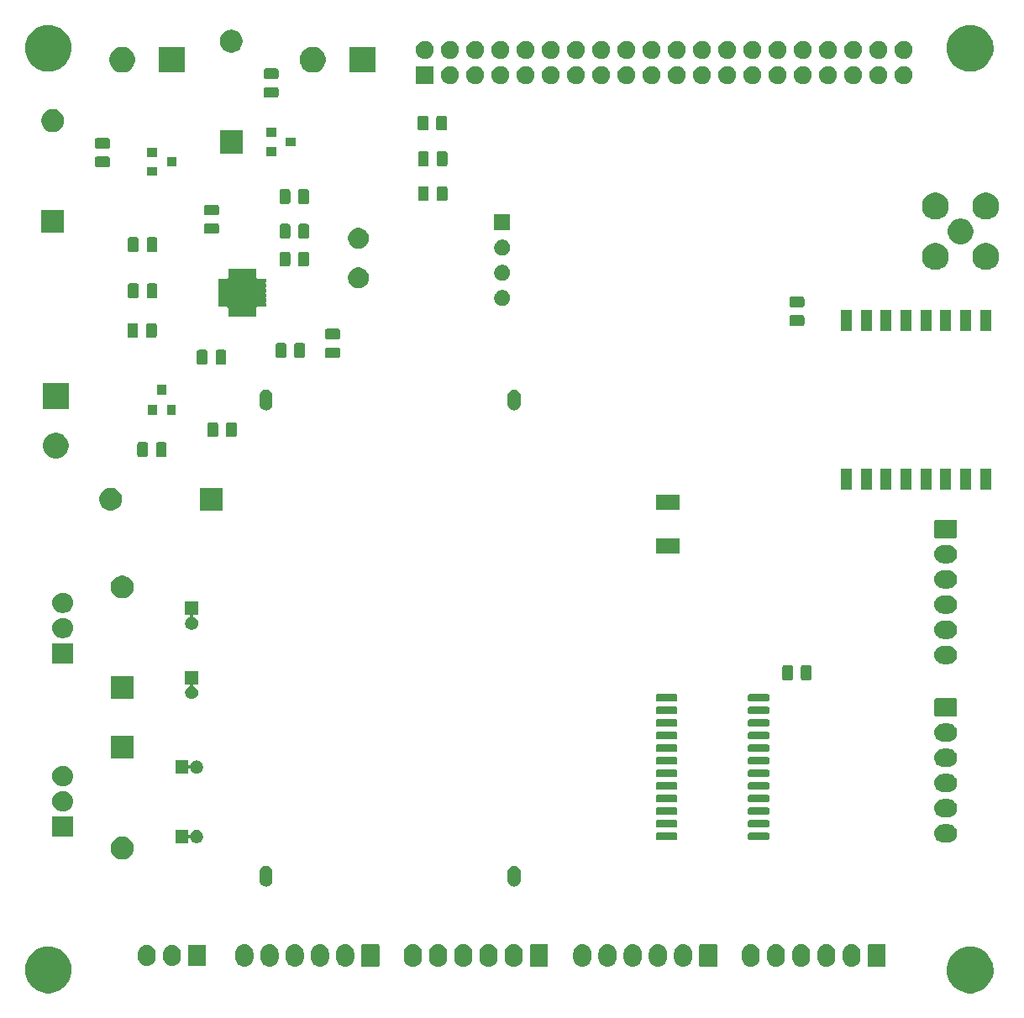
<source format=gbr>
G04 #@! TF.GenerationSoftware,KiCad,Pcbnew,(5.1.5)-3*
G04 #@! TF.CreationDate,2022-02-09T23:25:39-03:00*
G04 #@! TF.ProjectId,envcity_pcb,656e7663-6974-4795-9f70-63622e6b6963,rev?*
G04 #@! TF.SameCoordinates,Original*
G04 #@! TF.FileFunction,Soldermask,Top*
G04 #@! TF.FilePolarity,Negative*
%FSLAX46Y46*%
G04 Gerber Fmt 4.6, Leading zero omitted, Abs format (unit mm)*
G04 Created by KiCad (PCBNEW (5.1.5)-3) date 2022-02-09 23:25:39*
%MOMM*%
%LPD*%
G04 APERTURE LIST*
%ADD10C,0.100000*%
G04 APERTURE END LIST*
D10*
G36*
X175842793Y-130140103D02*
G01*
X176145470Y-130200309D01*
X176573143Y-130377457D01*
X176958038Y-130634636D01*
X177285364Y-130961962D01*
X177542543Y-131346857D01*
X177719691Y-131774530D01*
X177758430Y-131969287D01*
X177793787Y-132147034D01*
X177810000Y-132228545D01*
X177810000Y-132691455D01*
X177719691Y-133145470D01*
X177542543Y-133573143D01*
X177285364Y-133958038D01*
X176958038Y-134285364D01*
X176573143Y-134542543D01*
X176145470Y-134719691D01*
X175842793Y-134779897D01*
X175691456Y-134810000D01*
X175228544Y-134810000D01*
X175077207Y-134779897D01*
X174774530Y-134719691D01*
X174346857Y-134542543D01*
X173961962Y-134285364D01*
X173634636Y-133958038D01*
X173377457Y-133573143D01*
X173200309Y-133145470D01*
X173110000Y-132691455D01*
X173110000Y-132228545D01*
X173126214Y-132147034D01*
X173161570Y-131969287D01*
X173200309Y-131774530D01*
X173377457Y-131346857D01*
X173634636Y-130961962D01*
X173961962Y-130634636D01*
X174346857Y-130377457D01*
X174774530Y-130200309D01*
X175077207Y-130140103D01*
X175228544Y-130110000D01*
X175691456Y-130110000D01*
X175842793Y-130140103D01*
G37*
G36*
X82922793Y-130140103D02*
G01*
X83225470Y-130200309D01*
X83653143Y-130377457D01*
X84038038Y-130634636D01*
X84365364Y-130961962D01*
X84622543Y-131346857D01*
X84799691Y-131774530D01*
X84838430Y-131969287D01*
X84873787Y-132147034D01*
X84890000Y-132228545D01*
X84890000Y-132691455D01*
X84799691Y-133145470D01*
X84622543Y-133573143D01*
X84365364Y-133958038D01*
X84038038Y-134285364D01*
X83653143Y-134542543D01*
X83225470Y-134719691D01*
X82922793Y-134779897D01*
X82771456Y-134810000D01*
X82308544Y-134810000D01*
X82157207Y-134779897D01*
X81854530Y-134719691D01*
X81426857Y-134542543D01*
X81041962Y-134285364D01*
X80714636Y-133958038D01*
X80457457Y-133573143D01*
X80280309Y-133145470D01*
X80190000Y-132691455D01*
X80190000Y-132228545D01*
X80206214Y-132147034D01*
X80241570Y-131969287D01*
X80280309Y-131774530D01*
X80457457Y-131346857D01*
X80714636Y-130961962D01*
X81041962Y-130634636D01*
X81426857Y-130377457D01*
X81854530Y-130200309D01*
X82157207Y-130140103D01*
X82308544Y-130110000D01*
X82771456Y-130110000D01*
X82922793Y-130140103D01*
G37*
G36*
X136560548Y-129862326D02*
G01*
X136734157Y-129914990D01*
X136894156Y-130000511D01*
X136908612Y-130012375D01*
X137034397Y-130115603D01*
X137102966Y-130199156D01*
X137149489Y-130255844D01*
X137235010Y-130415843D01*
X137287674Y-130589452D01*
X137301000Y-130724757D01*
X137301000Y-131275244D01*
X137287674Y-131410548D01*
X137235010Y-131584157D01*
X137149489Y-131744156D01*
X137124561Y-131774530D01*
X137034397Y-131884397D01*
X136894155Y-131999489D01*
X136761432Y-132070431D01*
X136734156Y-132085010D01*
X136560547Y-132137674D01*
X136380000Y-132155456D01*
X136199452Y-132137674D01*
X136025843Y-132085010D01*
X135865844Y-131999489D01*
X135822271Y-131963729D01*
X135725603Y-131884397D01*
X135610511Y-131744155D01*
X135524991Y-131584158D01*
X135524990Y-131584156D01*
X135472326Y-131410547D01*
X135459000Y-131275243D01*
X135459000Y-130724756D01*
X135472326Y-130589452D01*
X135524990Y-130415843D01*
X135610512Y-130255844D01*
X135620832Y-130243270D01*
X135725604Y-130115603D01*
X135851389Y-130012375D01*
X135865845Y-130000511D01*
X136025844Y-129914990D01*
X136199453Y-129862326D01*
X136380000Y-129844544D01*
X136560548Y-129862326D01*
G37*
G36*
X119480548Y-129862326D02*
G01*
X119654157Y-129914990D01*
X119814156Y-130000511D01*
X119828612Y-130012375D01*
X119954397Y-130115603D01*
X120022966Y-130199156D01*
X120069489Y-130255844D01*
X120155010Y-130415843D01*
X120207674Y-130589452D01*
X120221000Y-130724757D01*
X120221000Y-131275244D01*
X120207674Y-131410548D01*
X120155010Y-131584157D01*
X120069489Y-131744156D01*
X120044561Y-131774530D01*
X119954397Y-131884397D01*
X119814155Y-131999489D01*
X119681432Y-132070431D01*
X119654156Y-132085010D01*
X119480547Y-132137674D01*
X119300000Y-132155456D01*
X119119452Y-132137674D01*
X118945843Y-132085010D01*
X118785844Y-131999489D01*
X118742271Y-131963729D01*
X118645603Y-131884397D01*
X118530511Y-131744155D01*
X118444991Y-131584158D01*
X118444990Y-131584156D01*
X118392326Y-131410547D01*
X118379000Y-131275243D01*
X118379000Y-130724756D01*
X118392326Y-130589452D01*
X118444990Y-130415843D01*
X118530512Y-130255844D01*
X118540832Y-130243270D01*
X118645604Y-130115603D01*
X118771389Y-130012375D01*
X118785845Y-130000511D01*
X118945844Y-129914990D01*
X119119453Y-129862326D01*
X119300000Y-129844544D01*
X119480548Y-129862326D01*
G37*
G36*
X102480548Y-129862326D02*
G01*
X102654157Y-129914990D01*
X102814156Y-130000511D01*
X102828612Y-130012375D01*
X102954397Y-130115603D01*
X103022966Y-130199156D01*
X103069489Y-130255844D01*
X103155010Y-130415843D01*
X103207674Y-130589452D01*
X103221000Y-130724757D01*
X103221000Y-131275244D01*
X103207674Y-131410548D01*
X103155010Y-131584157D01*
X103069489Y-131744156D01*
X103044561Y-131774530D01*
X102954397Y-131884397D01*
X102814155Y-131999489D01*
X102681432Y-132070431D01*
X102654156Y-132085010D01*
X102480547Y-132137674D01*
X102300000Y-132155456D01*
X102119452Y-132137674D01*
X101945843Y-132085010D01*
X101785844Y-131999489D01*
X101742271Y-131963729D01*
X101645603Y-131884397D01*
X101530511Y-131744155D01*
X101444991Y-131584158D01*
X101444990Y-131584156D01*
X101392326Y-131410547D01*
X101379000Y-131275243D01*
X101379000Y-130724756D01*
X101392326Y-130589452D01*
X101444990Y-130415843D01*
X101530512Y-130255844D01*
X101540832Y-130243270D01*
X101645604Y-130115603D01*
X101771389Y-130012375D01*
X101785845Y-130000511D01*
X101945844Y-129914990D01*
X102119453Y-129862326D01*
X102300000Y-129844544D01*
X102480548Y-129862326D01*
G37*
G36*
X105020548Y-129862326D02*
G01*
X105194157Y-129914990D01*
X105354156Y-130000511D01*
X105368612Y-130012375D01*
X105494397Y-130115603D01*
X105562966Y-130199156D01*
X105609489Y-130255844D01*
X105695010Y-130415843D01*
X105747674Y-130589452D01*
X105761000Y-130724757D01*
X105761000Y-131275244D01*
X105747674Y-131410548D01*
X105695010Y-131584157D01*
X105609489Y-131744156D01*
X105584561Y-131774530D01*
X105494397Y-131884397D01*
X105354155Y-131999489D01*
X105221432Y-132070431D01*
X105194156Y-132085010D01*
X105020547Y-132137674D01*
X104840000Y-132155456D01*
X104659452Y-132137674D01*
X104485843Y-132085010D01*
X104325844Y-131999489D01*
X104282271Y-131963729D01*
X104185603Y-131884397D01*
X104070511Y-131744155D01*
X103984991Y-131584158D01*
X103984990Y-131584156D01*
X103932326Y-131410547D01*
X103919000Y-131275243D01*
X103919000Y-130724756D01*
X103932326Y-130589452D01*
X103984990Y-130415843D01*
X104070512Y-130255844D01*
X104080832Y-130243270D01*
X104185604Y-130115603D01*
X104311389Y-130012375D01*
X104325845Y-130000511D01*
X104485844Y-129914990D01*
X104659453Y-129862326D01*
X104840000Y-129844544D01*
X105020548Y-129862326D01*
G37*
G36*
X107560548Y-129862326D02*
G01*
X107734157Y-129914990D01*
X107894156Y-130000511D01*
X107908612Y-130012375D01*
X108034397Y-130115603D01*
X108102966Y-130199156D01*
X108149489Y-130255844D01*
X108235010Y-130415843D01*
X108287674Y-130589452D01*
X108301000Y-130724757D01*
X108301000Y-131275244D01*
X108287674Y-131410548D01*
X108235010Y-131584157D01*
X108149489Y-131744156D01*
X108124561Y-131774530D01*
X108034397Y-131884397D01*
X107894155Y-131999489D01*
X107761432Y-132070431D01*
X107734156Y-132085010D01*
X107560547Y-132137674D01*
X107380000Y-132155456D01*
X107199452Y-132137674D01*
X107025843Y-132085010D01*
X106865844Y-131999489D01*
X106822271Y-131963729D01*
X106725603Y-131884397D01*
X106610511Y-131744155D01*
X106524991Y-131584158D01*
X106524990Y-131584156D01*
X106472326Y-131410547D01*
X106459000Y-131275243D01*
X106459000Y-130724756D01*
X106472326Y-130589452D01*
X106524990Y-130415843D01*
X106610512Y-130255844D01*
X106620832Y-130243270D01*
X106725604Y-130115603D01*
X106851389Y-130012375D01*
X106865845Y-130000511D01*
X107025844Y-129914990D01*
X107199453Y-129862326D01*
X107380000Y-129844544D01*
X107560548Y-129862326D01*
G37*
G36*
X110100548Y-129862326D02*
G01*
X110274157Y-129914990D01*
X110434156Y-130000511D01*
X110448612Y-130012375D01*
X110574397Y-130115603D01*
X110642966Y-130199156D01*
X110689489Y-130255844D01*
X110775010Y-130415843D01*
X110827674Y-130589452D01*
X110841000Y-130724757D01*
X110841000Y-131275244D01*
X110827674Y-131410548D01*
X110775010Y-131584157D01*
X110689489Y-131744156D01*
X110664561Y-131774530D01*
X110574397Y-131884397D01*
X110434155Y-131999489D01*
X110301432Y-132070431D01*
X110274156Y-132085010D01*
X110100547Y-132137674D01*
X109920000Y-132155456D01*
X109739452Y-132137674D01*
X109565843Y-132085010D01*
X109405844Y-131999489D01*
X109362271Y-131963729D01*
X109265603Y-131884397D01*
X109150511Y-131744155D01*
X109064991Y-131584158D01*
X109064990Y-131584156D01*
X109012326Y-131410547D01*
X108999000Y-131275243D01*
X108999000Y-130724756D01*
X109012326Y-130589452D01*
X109064990Y-130415843D01*
X109150512Y-130255844D01*
X109160832Y-130243270D01*
X109265604Y-130115603D01*
X109391389Y-130012375D01*
X109405845Y-130000511D01*
X109565844Y-129914990D01*
X109739453Y-129862326D01*
X109920000Y-129844544D01*
X110100548Y-129862326D01*
G37*
G36*
X112640548Y-129862326D02*
G01*
X112814157Y-129914990D01*
X112974156Y-130000511D01*
X112988612Y-130012375D01*
X113114397Y-130115603D01*
X113182966Y-130199156D01*
X113229489Y-130255844D01*
X113315010Y-130415843D01*
X113367674Y-130589452D01*
X113381000Y-130724757D01*
X113381000Y-131275244D01*
X113367674Y-131410548D01*
X113315010Y-131584157D01*
X113229489Y-131744156D01*
X113204561Y-131774530D01*
X113114397Y-131884397D01*
X112974155Y-131999489D01*
X112841432Y-132070431D01*
X112814156Y-132085010D01*
X112640547Y-132137674D01*
X112460000Y-132155456D01*
X112279452Y-132137674D01*
X112105843Y-132085010D01*
X111945844Y-131999489D01*
X111902271Y-131963729D01*
X111805603Y-131884397D01*
X111690511Y-131744155D01*
X111604991Y-131584158D01*
X111604990Y-131584156D01*
X111552326Y-131410547D01*
X111539000Y-131275243D01*
X111539000Y-130724756D01*
X111552326Y-130589452D01*
X111604990Y-130415843D01*
X111690512Y-130255844D01*
X111700832Y-130243270D01*
X111805604Y-130115603D01*
X111931389Y-130012375D01*
X111945845Y-130000511D01*
X112105844Y-129914990D01*
X112279453Y-129862326D01*
X112460000Y-129844544D01*
X112640548Y-129862326D01*
G37*
G36*
X146720548Y-129862326D02*
G01*
X146894157Y-129914990D01*
X147054156Y-130000511D01*
X147068612Y-130012375D01*
X147194397Y-130115603D01*
X147262966Y-130199156D01*
X147309489Y-130255844D01*
X147395010Y-130415843D01*
X147447674Y-130589452D01*
X147461000Y-130724757D01*
X147461000Y-131275244D01*
X147447674Y-131410548D01*
X147395010Y-131584157D01*
X147309489Y-131744156D01*
X147284561Y-131774530D01*
X147194397Y-131884397D01*
X147054155Y-131999489D01*
X146921432Y-132070431D01*
X146894156Y-132085010D01*
X146720547Y-132137674D01*
X146540000Y-132155456D01*
X146359452Y-132137674D01*
X146185843Y-132085010D01*
X146025844Y-131999489D01*
X145982271Y-131963729D01*
X145885603Y-131884397D01*
X145770511Y-131744155D01*
X145684991Y-131584158D01*
X145684990Y-131584156D01*
X145632326Y-131410547D01*
X145619000Y-131275243D01*
X145619000Y-130724756D01*
X145632326Y-130589452D01*
X145684990Y-130415843D01*
X145770512Y-130255844D01*
X145780832Y-130243270D01*
X145885604Y-130115603D01*
X146011389Y-130012375D01*
X146025845Y-130000511D01*
X146185844Y-129914990D01*
X146359453Y-129862326D01*
X146540000Y-129844544D01*
X146720548Y-129862326D01*
G37*
G36*
X144180548Y-129862326D02*
G01*
X144354157Y-129914990D01*
X144514156Y-130000511D01*
X144528612Y-130012375D01*
X144654397Y-130115603D01*
X144722966Y-130199156D01*
X144769489Y-130255844D01*
X144855010Y-130415843D01*
X144907674Y-130589452D01*
X144921000Y-130724757D01*
X144921000Y-131275244D01*
X144907674Y-131410548D01*
X144855010Y-131584157D01*
X144769489Y-131744156D01*
X144744561Y-131774530D01*
X144654397Y-131884397D01*
X144514155Y-131999489D01*
X144381432Y-132070431D01*
X144354156Y-132085010D01*
X144180547Y-132137674D01*
X144000000Y-132155456D01*
X143819452Y-132137674D01*
X143645843Y-132085010D01*
X143485844Y-131999489D01*
X143442271Y-131963729D01*
X143345603Y-131884397D01*
X143230511Y-131744155D01*
X143144991Y-131584158D01*
X143144990Y-131584156D01*
X143092326Y-131410547D01*
X143079000Y-131275243D01*
X143079000Y-130724756D01*
X143092326Y-130589452D01*
X143144990Y-130415843D01*
X143230512Y-130255844D01*
X143240832Y-130243270D01*
X143345604Y-130115603D01*
X143471389Y-130012375D01*
X143485845Y-130000511D01*
X143645844Y-129914990D01*
X143819453Y-129862326D01*
X144000000Y-129844544D01*
X144180548Y-129862326D01*
G37*
G36*
X141640548Y-129862326D02*
G01*
X141814157Y-129914990D01*
X141974156Y-130000511D01*
X141988612Y-130012375D01*
X142114397Y-130115603D01*
X142182966Y-130199156D01*
X142229489Y-130255844D01*
X142315010Y-130415843D01*
X142367674Y-130589452D01*
X142381000Y-130724757D01*
X142381000Y-131275244D01*
X142367674Y-131410548D01*
X142315010Y-131584157D01*
X142229489Y-131744156D01*
X142204561Y-131774530D01*
X142114397Y-131884397D01*
X141974155Y-131999489D01*
X141841432Y-132070431D01*
X141814156Y-132085010D01*
X141640547Y-132137674D01*
X141460000Y-132155456D01*
X141279452Y-132137674D01*
X141105843Y-132085010D01*
X140945844Y-131999489D01*
X140902271Y-131963729D01*
X140805603Y-131884397D01*
X140690511Y-131744155D01*
X140604991Y-131584158D01*
X140604990Y-131584156D01*
X140552326Y-131410547D01*
X140539000Y-131275243D01*
X140539000Y-130724756D01*
X140552326Y-130589452D01*
X140604990Y-130415843D01*
X140690512Y-130255844D01*
X140700832Y-130243270D01*
X140805604Y-130115603D01*
X140931389Y-130012375D01*
X140945845Y-130000511D01*
X141105844Y-129914990D01*
X141279453Y-129862326D01*
X141460000Y-129844544D01*
X141640548Y-129862326D01*
G37*
G36*
X139100548Y-129862326D02*
G01*
X139274157Y-129914990D01*
X139434156Y-130000511D01*
X139448612Y-130012375D01*
X139574397Y-130115603D01*
X139642966Y-130199156D01*
X139689489Y-130255844D01*
X139775010Y-130415843D01*
X139827674Y-130589452D01*
X139841000Y-130724757D01*
X139841000Y-131275244D01*
X139827674Y-131410548D01*
X139775010Y-131584157D01*
X139689489Y-131744156D01*
X139664561Y-131774530D01*
X139574397Y-131884397D01*
X139434155Y-131999489D01*
X139301432Y-132070431D01*
X139274156Y-132085010D01*
X139100547Y-132137674D01*
X138920000Y-132155456D01*
X138739452Y-132137674D01*
X138565843Y-132085010D01*
X138405844Y-131999489D01*
X138362271Y-131963729D01*
X138265603Y-131884397D01*
X138150511Y-131744155D01*
X138064991Y-131584158D01*
X138064990Y-131584156D01*
X138012326Y-131410547D01*
X137999000Y-131275243D01*
X137999000Y-130724756D01*
X138012326Y-130589452D01*
X138064990Y-130415843D01*
X138150512Y-130255844D01*
X138160832Y-130243270D01*
X138265604Y-130115603D01*
X138391389Y-130012375D01*
X138405845Y-130000511D01*
X138565844Y-129914990D01*
X138739453Y-129862326D01*
X138920000Y-129844544D01*
X139100548Y-129862326D01*
G37*
G36*
X124560548Y-129862326D02*
G01*
X124734157Y-129914990D01*
X124894156Y-130000511D01*
X124908612Y-130012375D01*
X125034397Y-130115603D01*
X125102966Y-130199156D01*
X125149489Y-130255844D01*
X125235010Y-130415843D01*
X125287674Y-130589452D01*
X125301000Y-130724757D01*
X125301000Y-131275244D01*
X125287674Y-131410548D01*
X125235010Y-131584157D01*
X125149489Y-131744156D01*
X125124561Y-131774530D01*
X125034397Y-131884397D01*
X124894155Y-131999489D01*
X124761432Y-132070431D01*
X124734156Y-132085010D01*
X124560547Y-132137674D01*
X124380000Y-132155456D01*
X124199452Y-132137674D01*
X124025843Y-132085010D01*
X123865844Y-131999489D01*
X123822271Y-131963729D01*
X123725603Y-131884397D01*
X123610511Y-131744155D01*
X123524991Y-131584158D01*
X123524990Y-131584156D01*
X123472326Y-131410547D01*
X123459000Y-131275243D01*
X123459000Y-130724756D01*
X123472326Y-130589452D01*
X123524990Y-130415843D01*
X123610512Y-130255844D01*
X123620832Y-130243270D01*
X123725604Y-130115603D01*
X123851389Y-130012375D01*
X123865845Y-130000511D01*
X124025844Y-129914990D01*
X124199453Y-129862326D01*
X124380000Y-129844544D01*
X124560548Y-129862326D01*
G37*
G36*
X127100548Y-129862326D02*
G01*
X127274157Y-129914990D01*
X127434156Y-130000511D01*
X127448612Y-130012375D01*
X127574397Y-130115603D01*
X127642966Y-130199156D01*
X127689489Y-130255844D01*
X127775010Y-130415843D01*
X127827674Y-130589452D01*
X127841000Y-130724757D01*
X127841000Y-131275244D01*
X127827674Y-131410548D01*
X127775010Y-131584157D01*
X127689489Y-131744156D01*
X127664561Y-131774530D01*
X127574397Y-131884397D01*
X127434155Y-131999489D01*
X127301432Y-132070431D01*
X127274156Y-132085010D01*
X127100547Y-132137674D01*
X126920000Y-132155456D01*
X126739452Y-132137674D01*
X126565843Y-132085010D01*
X126405844Y-131999489D01*
X126362271Y-131963729D01*
X126265603Y-131884397D01*
X126150511Y-131744155D01*
X126064991Y-131584158D01*
X126064990Y-131584156D01*
X126012326Y-131410547D01*
X125999000Y-131275243D01*
X125999000Y-130724756D01*
X126012326Y-130589452D01*
X126064990Y-130415843D01*
X126150512Y-130255844D01*
X126160832Y-130243270D01*
X126265604Y-130115603D01*
X126391389Y-130012375D01*
X126405845Y-130000511D01*
X126565844Y-129914990D01*
X126739453Y-129862326D01*
X126920000Y-129844544D01*
X127100548Y-129862326D01*
G37*
G36*
X129640548Y-129862326D02*
G01*
X129814157Y-129914990D01*
X129974156Y-130000511D01*
X129988612Y-130012375D01*
X130114397Y-130115603D01*
X130182966Y-130199156D01*
X130229489Y-130255844D01*
X130315010Y-130415843D01*
X130367674Y-130589452D01*
X130381000Y-130724757D01*
X130381000Y-131275244D01*
X130367674Y-131410548D01*
X130315010Y-131584157D01*
X130229489Y-131744156D01*
X130204561Y-131774530D01*
X130114397Y-131884397D01*
X129974155Y-131999489D01*
X129841432Y-132070431D01*
X129814156Y-132085010D01*
X129640547Y-132137674D01*
X129460000Y-132155456D01*
X129279452Y-132137674D01*
X129105843Y-132085010D01*
X128945844Y-131999489D01*
X128902271Y-131963729D01*
X128805603Y-131884397D01*
X128690511Y-131744155D01*
X128604991Y-131584158D01*
X128604990Y-131584156D01*
X128552326Y-131410547D01*
X128539000Y-131275243D01*
X128539000Y-130724756D01*
X128552326Y-130589452D01*
X128604990Y-130415843D01*
X128690512Y-130255844D01*
X128700832Y-130243270D01*
X128805604Y-130115603D01*
X128931389Y-130012375D01*
X128945845Y-130000511D01*
X129105844Y-129914990D01*
X129279453Y-129862326D01*
X129460000Y-129844544D01*
X129640548Y-129862326D01*
G37*
G36*
X161140548Y-129862326D02*
G01*
X161314157Y-129914990D01*
X161474156Y-130000511D01*
X161488612Y-130012375D01*
X161614397Y-130115603D01*
X161682966Y-130199156D01*
X161729489Y-130255844D01*
X161815010Y-130415843D01*
X161867674Y-130589452D01*
X161881000Y-130724757D01*
X161881000Y-131275244D01*
X161867674Y-131410548D01*
X161815010Y-131584157D01*
X161729489Y-131744156D01*
X161704561Y-131774530D01*
X161614397Y-131884397D01*
X161474155Y-131999489D01*
X161341432Y-132070431D01*
X161314156Y-132085010D01*
X161140547Y-132137674D01*
X160960000Y-132155456D01*
X160779452Y-132137674D01*
X160605843Y-132085010D01*
X160445844Y-131999489D01*
X160402271Y-131963729D01*
X160305603Y-131884397D01*
X160190511Y-131744155D01*
X160104991Y-131584158D01*
X160104990Y-131584156D01*
X160052326Y-131410547D01*
X160039000Y-131275243D01*
X160039000Y-130724756D01*
X160052326Y-130589452D01*
X160104990Y-130415843D01*
X160190512Y-130255844D01*
X160200832Y-130243270D01*
X160305604Y-130115603D01*
X160431389Y-130012375D01*
X160445845Y-130000511D01*
X160605844Y-129914990D01*
X160779453Y-129862326D01*
X160960000Y-129844544D01*
X161140548Y-129862326D01*
G37*
G36*
X158600548Y-129862326D02*
G01*
X158774157Y-129914990D01*
X158934156Y-130000511D01*
X158948612Y-130012375D01*
X159074397Y-130115603D01*
X159142966Y-130199156D01*
X159189489Y-130255844D01*
X159275010Y-130415843D01*
X159327674Y-130589452D01*
X159341000Y-130724757D01*
X159341000Y-131275244D01*
X159327674Y-131410548D01*
X159275010Y-131584157D01*
X159189489Y-131744156D01*
X159164561Y-131774530D01*
X159074397Y-131884397D01*
X158934155Y-131999489D01*
X158801432Y-132070431D01*
X158774156Y-132085010D01*
X158600547Y-132137674D01*
X158420000Y-132155456D01*
X158239452Y-132137674D01*
X158065843Y-132085010D01*
X157905844Y-131999489D01*
X157862271Y-131963729D01*
X157765603Y-131884397D01*
X157650511Y-131744155D01*
X157564991Y-131584158D01*
X157564990Y-131584156D01*
X157512326Y-131410547D01*
X157499000Y-131275243D01*
X157499000Y-130724756D01*
X157512326Y-130589452D01*
X157564990Y-130415843D01*
X157650512Y-130255844D01*
X157660832Y-130243270D01*
X157765604Y-130115603D01*
X157891389Y-130012375D01*
X157905845Y-130000511D01*
X158065844Y-129914990D01*
X158239453Y-129862326D01*
X158420000Y-129844544D01*
X158600548Y-129862326D01*
G37*
G36*
X156060548Y-129862326D02*
G01*
X156234157Y-129914990D01*
X156394156Y-130000511D01*
X156408612Y-130012375D01*
X156534397Y-130115603D01*
X156602966Y-130199156D01*
X156649489Y-130255844D01*
X156735010Y-130415843D01*
X156787674Y-130589452D01*
X156801000Y-130724757D01*
X156801000Y-131275244D01*
X156787674Y-131410548D01*
X156735010Y-131584157D01*
X156649489Y-131744156D01*
X156624561Y-131774530D01*
X156534397Y-131884397D01*
X156394155Y-131999489D01*
X156261432Y-132070431D01*
X156234156Y-132085010D01*
X156060547Y-132137674D01*
X155880000Y-132155456D01*
X155699452Y-132137674D01*
X155525843Y-132085010D01*
X155365844Y-131999489D01*
X155322271Y-131963729D01*
X155225603Y-131884397D01*
X155110511Y-131744155D01*
X155024991Y-131584158D01*
X155024990Y-131584156D01*
X154972326Y-131410547D01*
X154959000Y-131275243D01*
X154959000Y-130724756D01*
X154972326Y-130589452D01*
X155024990Y-130415843D01*
X155110512Y-130255844D01*
X155120832Y-130243270D01*
X155225604Y-130115603D01*
X155351389Y-130012375D01*
X155365845Y-130000511D01*
X155525844Y-129914990D01*
X155699453Y-129862326D01*
X155880000Y-129844544D01*
X156060548Y-129862326D01*
G37*
G36*
X153520548Y-129862326D02*
G01*
X153694157Y-129914990D01*
X153854156Y-130000511D01*
X153868612Y-130012375D01*
X153994397Y-130115603D01*
X154062966Y-130199156D01*
X154109489Y-130255844D01*
X154195010Y-130415843D01*
X154247674Y-130589452D01*
X154261000Y-130724757D01*
X154261000Y-131275244D01*
X154247674Y-131410548D01*
X154195010Y-131584157D01*
X154109489Y-131744156D01*
X154084561Y-131774530D01*
X153994397Y-131884397D01*
X153854155Y-131999489D01*
X153721432Y-132070431D01*
X153694156Y-132085010D01*
X153520547Y-132137674D01*
X153340000Y-132155456D01*
X153159452Y-132137674D01*
X152985843Y-132085010D01*
X152825844Y-131999489D01*
X152782271Y-131963729D01*
X152685603Y-131884397D01*
X152570511Y-131744155D01*
X152484991Y-131584158D01*
X152484990Y-131584156D01*
X152432326Y-131410547D01*
X152419000Y-131275243D01*
X152419000Y-130724756D01*
X152432326Y-130589452D01*
X152484990Y-130415843D01*
X152570512Y-130255844D01*
X152580832Y-130243270D01*
X152685604Y-130115603D01*
X152811389Y-130012375D01*
X152825845Y-130000511D01*
X152985844Y-129914990D01*
X153159453Y-129862326D01*
X153340000Y-129844544D01*
X153520548Y-129862326D01*
G37*
G36*
X163680548Y-129862326D02*
G01*
X163854157Y-129914990D01*
X164014156Y-130000511D01*
X164028612Y-130012375D01*
X164154397Y-130115603D01*
X164222966Y-130199156D01*
X164269489Y-130255844D01*
X164355010Y-130415843D01*
X164407674Y-130589452D01*
X164421000Y-130724757D01*
X164421000Y-131275244D01*
X164407674Y-131410548D01*
X164355010Y-131584157D01*
X164269489Y-131744156D01*
X164244561Y-131774530D01*
X164154397Y-131884397D01*
X164014155Y-131999489D01*
X163881432Y-132070431D01*
X163854156Y-132085010D01*
X163680547Y-132137674D01*
X163500000Y-132155456D01*
X163319452Y-132137674D01*
X163145843Y-132085010D01*
X162985844Y-131999489D01*
X162942271Y-131963729D01*
X162845603Y-131884397D01*
X162730511Y-131744155D01*
X162644991Y-131584158D01*
X162644990Y-131584156D01*
X162592326Y-131410547D01*
X162579000Y-131275243D01*
X162579000Y-130724756D01*
X162592326Y-130589452D01*
X162644990Y-130415843D01*
X162730512Y-130255844D01*
X162740832Y-130243270D01*
X162845604Y-130115603D01*
X162971389Y-130012375D01*
X162985845Y-130000511D01*
X163145844Y-129914990D01*
X163319453Y-129862326D01*
X163500000Y-129844544D01*
X163680548Y-129862326D01*
G37*
G36*
X122020548Y-129862326D02*
G01*
X122194157Y-129914990D01*
X122354156Y-130000511D01*
X122368612Y-130012375D01*
X122494397Y-130115603D01*
X122562966Y-130199156D01*
X122609489Y-130255844D01*
X122695010Y-130415843D01*
X122747674Y-130589452D01*
X122761000Y-130724757D01*
X122761000Y-131275244D01*
X122747674Y-131410548D01*
X122695010Y-131584157D01*
X122609489Y-131744156D01*
X122584561Y-131774530D01*
X122494397Y-131884397D01*
X122354155Y-131999489D01*
X122221432Y-132070431D01*
X122194156Y-132085010D01*
X122020547Y-132137674D01*
X121840000Y-132155456D01*
X121659452Y-132137674D01*
X121485843Y-132085010D01*
X121325844Y-131999489D01*
X121282271Y-131963729D01*
X121185603Y-131884397D01*
X121070511Y-131744155D01*
X120984991Y-131584158D01*
X120984990Y-131584156D01*
X120932326Y-131410547D01*
X120919000Y-131275243D01*
X120919000Y-130724756D01*
X120932326Y-130589452D01*
X120984990Y-130415843D01*
X121070512Y-130255844D01*
X121080832Y-130243270D01*
X121185604Y-130115603D01*
X121311389Y-130012375D01*
X121325845Y-130000511D01*
X121485844Y-129914990D01*
X121659453Y-129862326D01*
X121840000Y-129844544D01*
X122020548Y-129862326D01*
G37*
G36*
X149859561Y-129852966D02*
G01*
X149892383Y-129862923D01*
X149922632Y-129879092D01*
X149949148Y-129900852D01*
X149970908Y-129927368D01*
X149987077Y-129957617D01*
X149997034Y-129990439D01*
X150001000Y-130030713D01*
X150001000Y-131969287D01*
X149997034Y-132009561D01*
X149987077Y-132042383D01*
X149970908Y-132072632D01*
X149949148Y-132099148D01*
X149922632Y-132120908D01*
X149892383Y-132137077D01*
X149859561Y-132147034D01*
X149819287Y-132151000D01*
X148340713Y-132151000D01*
X148300439Y-132147034D01*
X148267617Y-132137077D01*
X148237368Y-132120908D01*
X148210852Y-132099148D01*
X148189092Y-132072632D01*
X148172923Y-132042383D01*
X148162966Y-132009561D01*
X148159000Y-131969287D01*
X148159000Y-130030713D01*
X148162966Y-129990439D01*
X148172923Y-129957617D01*
X148189092Y-129927368D01*
X148210852Y-129900852D01*
X148237368Y-129879092D01*
X148267617Y-129862923D01*
X148300439Y-129852966D01*
X148340713Y-129849000D01*
X149819287Y-129849000D01*
X149859561Y-129852966D01*
G37*
G36*
X115779561Y-129852966D02*
G01*
X115812383Y-129862923D01*
X115842632Y-129879092D01*
X115869148Y-129900852D01*
X115890908Y-129927368D01*
X115907077Y-129957617D01*
X115917034Y-129990439D01*
X115921000Y-130030713D01*
X115921000Y-131969287D01*
X115917034Y-132009561D01*
X115907077Y-132042383D01*
X115890908Y-132072632D01*
X115869148Y-132099148D01*
X115842632Y-132120908D01*
X115812383Y-132137077D01*
X115779561Y-132147034D01*
X115739287Y-132151000D01*
X114260713Y-132151000D01*
X114220439Y-132147034D01*
X114187617Y-132137077D01*
X114157368Y-132120908D01*
X114130852Y-132099148D01*
X114109092Y-132072632D01*
X114092923Y-132042383D01*
X114082966Y-132009561D01*
X114079000Y-131969287D01*
X114079000Y-130030713D01*
X114082966Y-129990439D01*
X114092923Y-129957617D01*
X114109092Y-129927368D01*
X114130852Y-129900852D01*
X114157368Y-129879092D01*
X114187617Y-129862923D01*
X114220439Y-129852966D01*
X114260713Y-129849000D01*
X115739287Y-129849000D01*
X115779561Y-129852966D01*
G37*
G36*
X166819561Y-129852966D02*
G01*
X166852383Y-129862923D01*
X166882632Y-129879092D01*
X166909148Y-129900852D01*
X166930908Y-129927368D01*
X166947077Y-129957617D01*
X166957034Y-129990439D01*
X166961000Y-130030713D01*
X166961000Y-131969287D01*
X166957034Y-132009561D01*
X166947077Y-132042383D01*
X166930908Y-132072632D01*
X166909148Y-132099148D01*
X166882632Y-132120908D01*
X166852383Y-132137077D01*
X166819561Y-132147034D01*
X166779287Y-132151000D01*
X165300713Y-132151000D01*
X165260439Y-132147034D01*
X165227617Y-132137077D01*
X165197368Y-132120908D01*
X165170852Y-132099148D01*
X165149092Y-132072632D01*
X165132923Y-132042383D01*
X165122966Y-132009561D01*
X165119000Y-131969287D01*
X165119000Y-130030713D01*
X165122966Y-129990439D01*
X165132923Y-129957617D01*
X165149092Y-129927368D01*
X165170852Y-129900852D01*
X165197368Y-129879092D01*
X165227617Y-129862923D01*
X165260439Y-129852966D01*
X165300713Y-129849000D01*
X166779287Y-129849000D01*
X166819561Y-129852966D01*
G37*
G36*
X132779561Y-129852966D02*
G01*
X132812383Y-129862923D01*
X132842632Y-129879092D01*
X132869148Y-129900852D01*
X132890908Y-129927368D01*
X132907077Y-129957617D01*
X132917034Y-129990439D01*
X132921000Y-130030713D01*
X132921000Y-131969287D01*
X132917034Y-132009561D01*
X132907077Y-132042383D01*
X132890908Y-132072632D01*
X132869148Y-132099148D01*
X132842632Y-132120908D01*
X132812383Y-132137077D01*
X132779561Y-132147034D01*
X132739287Y-132151000D01*
X131260713Y-132151000D01*
X131220439Y-132147034D01*
X131187617Y-132137077D01*
X131157368Y-132120908D01*
X131130852Y-132099148D01*
X131109092Y-132072632D01*
X131092923Y-132042383D01*
X131082966Y-132009561D01*
X131079000Y-131969287D01*
X131079000Y-130030713D01*
X131082966Y-129990439D01*
X131092923Y-129957617D01*
X131109092Y-129927368D01*
X131130852Y-129900852D01*
X131157368Y-129879092D01*
X131187617Y-129862923D01*
X131220439Y-129852966D01*
X131260713Y-129849000D01*
X132739287Y-129849000D01*
X132779561Y-129852966D01*
G37*
G36*
X95163468Y-129945668D02*
G01*
X95179568Y-129947254D01*
X95243408Y-129966620D01*
X95352234Y-129999632D01*
X95511365Y-130084689D01*
X95650844Y-130199156D01*
X95765311Y-130338635D01*
X95850368Y-130497766D01*
X95878181Y-130589454D01*
X95902746Y-130670432D01*
X95902746Y-130670434D01*
X95916000Y-130805003D01*
X95916000Y-131194998D01*
X95902746Y-131329567D01*
X95850368Y-131502234D01*
X95765311Y-131661365D01*
X95650844Y-131800844D01*
X95511364Y-131915311D01*
X95352233Y-132000368D01*
X95179567Y-132052746D01*
X95163467Y-132054332D01*
X95000000Y-132070432D01*
X94836532Y-132054332D01*
X94820432Y-132052746D01*
X94647766Y-132000368D01*
X94488635Y-131915311D01*
X94349156Y-131800844D01*
X94234689Y-131661364D01*
X94149632Y-131502233D01*
X94102499Y-131346857D01*
X94097254Y-131329567D01*
X94091904Y-131275243D01*
X94084000Y-131194997D01*
X94084000Y-130805002D01*
X94097254Y-130670433D01*
X94149632Y-130497766D01*
X94234689Y-130338635D01*
X94349157Y-130199156D01*
X94488636Y-130084689D01*
X94647767Y-129999632D01*
X94756593Y-129966620D01*
X94820433Y-129947254D01*
X94836533Y-129945668D01*
X95000000Y-129929568D01*
X95163468Y-129945668D01*
G37*
G36*
X92623468Y-129945668D02*
G01*
X92639568Y-129947254D01*
X92703408Y-129966620D01*
X92812234Y-129999632D01*
X92971365Y-130084689D01*
X93110844Y-130199156D01*
X93225311Y-130338635D01*
X93310368Y-130497766D01*
X93338181Y-130589454D01*
X93362746Y-130670432D01*
X93362746Y-130670434D01*
X93376000Y-130805003D01*
X93376000Y-131194998D01*
X93362746Y-131329567D01*
X93310368Y-131502234D01*
X93225311Y-131661365D01*
X93110844Y-131800844D01*
X92971364Y-131915311D01*
X92812233Y-132000368D01*
X92639567Y-132052746D01*
X92623467Y-132054332D01*
X92460000Y-132070432D01*
X92296532Y-132054332D01*
X92280432Y-132052746D01*
X92107766Y-132000368D01*
X91948635Y-131915311D01*
X91809156Y-131800844D01*
X91694689Y-131661364D01*
X91609632Y-131502233D01*
X91562499Y-131346857D01*
X91557254Y-131329567D01*
X91551904Y-131275243D01*
X91544000Y-131194997D01*
X91544000Y-130805002D01*
X91557254Y-130670433D01*
X91609632Y-130497766D01*
X91694689Y-130338635D01*
X91809157Y-130199156D01*
X91948636Y-130084689D01*
X92107767Y-129999632D01*
X92216593Y-129966620D01*
X92280433Y-129947254D01*
X92296533Y-129945668D01*
X92460000Y-129929568D01*
X92623468Y-129945668D01*
G37*
G36*
X98456000Y-132066000D02*
G01*
X96624000Y-132066000D01*
X96624000Y-129934000D01*
X98456000Y-129934000D01*
X98456000Y-132066000D01*
G37*
G36*
X129627618Y-121958420D02*
G01*
X129718404Y-121985960D01*
X129750336Y-121995646D01*
X129863425Y-122056094D01*
X129962554Y-122137446D01*
X130043906Y-122236575D01*
X130104354Y-122349664D01*
X130104355Y-122349668D01*
X130141580Y-122472382D01*
X130151000Y-122568027D01*
X130151000Y-123431973D01*
X130141580Y-123527618D01*
X130114040Y-123618404D01*
X130104354Y-123650336D01*
X130043906Y-123763425D01*
X129962554Y-123862553D01*
X129863424Y-123943906D01*
X129750335Y-124004354D01*
X129718403Y-124014040D01*
X129627617Y-124041580D01*
X129500000Y-124054149D01*
X129372382Y-124041580D01*
X129281596Y-124014040D01*
X129249664Y-124004354D01*
X129136575Y-123943906D01*
X129037447Y-123862554D01*
X128956094Y-123763424D01*
X128895646Y-123650335D01*
X128885960Y-123618403D01*
X128858420Y-123527617D01*
X128849000Y-123431972D01*
X128849000Y-122568027D01*
X128858420Y-122472382D01*
X128895646Y-122349668D01*
X128895647Y-122349664D01*
X128956095Y-122236575D01*
X129037447Y-122137446D01*
X129136576Y-122056094D01*
X129249665Y-121995646D01*
X129281597Y-121985960D01*
X129372383Y-121958420D01*
X129500000Y-121945851D01*
X129627618Y-121958420D01*
G37*
G36*
X104627618Y-121958420D02*
G01*
X104718404Y-121985960D01*
X104750336Y-121995646D01*
X104863425Y-122056094D01*
X104962554Y-122137446D01*
X105043906Y-122236575D01*
X105104354Y-122349664D01*
X105104355Y-122349668D01*
X105141580Y-122472382D01*
X105151000Y-122568027D01*
X105151000Y-123431973D01*
X105141580Y-123527618D01*
X105114040Y-123618404D01*
X105104354Y-123650336D01*
X105043906Y-123763425D01*
X104962554Y-123862553D01*
X104863424Y-123943906D01*
X104750335Y-124004354D01*
X104718403Y-124014040D01*
X104627617Y-124041580D01*
X104500000Y-124054149D01*
X104372382Y-124041580D01*
X104281596Y-124014040D01*
X104249664Y-124004354D01*
X104136575Y-123943906D01*
X104037447Y-123862554D01*
X103956094Y-123763424D01*
X103895646Y-123650335D01*
X103885960Y-123618403D01*
X103858420Y-123527617D01*
X103849000Y-123431972D01*
X103849000Y-122568027D01*
X103858420Y-122472382D01*
X103895646Y-122349668D01*
X103895647Y-122349664D01*
X103956095Y-122236575D01*
X104037447Y-122137446D01*
X104136576Y-122056094D01*
X104249665Y-121995646D01*
X104281597Y-121985960D01*
X104372383Y-121958420D01*
X104500000Y-121945851D01*
X104627618Y-121958420D01*
G37*
G36*
X90224549Y-119031116D02*
G01*
X90335734Y-119053232D01*
X90545203Y-119139997D01*
X90733720Y-119265960D01*
X90894040Y-119426280D01*
X91020003Y-119614797D01*
X91020004Y-119614799D01*
X91034999Y-119651000D01*
X91106768Y-119824266D01*
X91151000Y-120046636D01*
X91151000Y-120273364D01*
X91106768Y-120495734D01*
X91020003Y-120705203D01*
X90894040Y-120893720D01*
X90733720Y-121054040D01*
X90545203Y-121180003D01*
X90335734Y-121266768D01*
X90224549Y-121288884D01*
X90113365Y-121311000D01*
X89886635Y-121311000D01*
X89775451Y-121288884D01*
X89664266Y-121266768D01*
X89454797Y-121180003D01*
X89266280Y-121054040D01*
X89105960Y-120893720D01*
X88979997Y-120705203D01*
X88893232Y-120495734D01*
X88849000Y-120273364D01*
X88849000Y-120046636D01*
X88893232Y-119824266D01*
X88965001Y-119651000D01*
X88979996Y-119614799D01*
X88979997Y-119614797D01*
X89105960Y-119426280D01*
X89266280Y-119265960D01*
X89454797Y-119139997D01*
X89664266Y-119053232D01*
X89775451Y-119031116D01*
X89886635Y-119009000D01*
X90113365Y-119009000D01*
X90224549Y-119031116D01*
G37*
G36*
X96651000Y-118720109D02*
G01*
X96653402Y-118744495D01*
X96660515Y-118767944D01*
X96672066Y-118789555D01*
X96687611Y-118808497D01*
X96706553Y-118824042D01*
X96728164Y-118835593D01*
X96751613Y-118842706D01*
X96775999Y-118845108D01*
X96800385Y-118842706D01*
X96823834Y-118835593D01*
X96845445Y-118824042D01*
X96864387Y-118808497D01*
X96879932Y-118789555D01*
X96891483Y-118767944D01*
X96923090Y-118691638D01*
X96927823Y-118684555D01*
X96994335Y-118585012D01*
X97085012Y-118494335D01*
X97191636Y-118423091D01*
X97310110Y-118374017D01*
X97435881Y-118349000D01*
X97564119Y-118349000D01*
X97689890Y-118374017D01*
X97808364Y-118423091D01*
X97914988Y-118494335D01*
X98005665Y-118585012D01*
X98072178Y-118684555D01*
X98076910Y-118691638D01*
X98125983Y-118810110D01*
X98151000Y-118935881D01*
X98151000Y-119064119D01*
X98125983Y-119189890D01*
X98086403Y-119285445D01*
X98076909Y-119308364D01*
X98005665Y-119414988D01*
X97914988Y-119505665D01*
X97808364Y-119576909D01*
X97808363Y-119576910D01*
X97808362Y-119576910D01*
X97689890Y-119625983D01*
X97564119Y-119651000D01*
X97435881Y-119651000D01*
X97310110Y-119625983D01*
X97191638Y-119576910D01*
X97191637Y-119576910D01*
X97191636Y-119576909D01*
X97085012Y-119505665D01*
X96994335Y-119414988D01*
X96923091Y-119308364D01*
X96913598Y-119285445D01*
X96891483Y-119232056D01*
X96879932Y-119210445D01*
X96864387Y-119191503D01*
X96845445Y-119175958D01*
X96823834Y-119164407D01*
X96800385Y-119157294D01*
X96775999Y-119154892D01*
X96751613Y-119157294D01*
X96728164Y-119164407D01*
X96706553Y-119175958D01*
X96687611Y-119191503D01*
X96672066Y-119210445D01*
X96660515Y-119232056D01*
X96653402Y-119255505D01*
X96651000Y-119279891D01*
X96651000Y-119651000D01*
X95349000Y-119651000D01*
X95349000Y-118349000D01*
X96651000Y-118349000D01*
X96651000Y-118720109D01*
G37*
G36*
X173320345Y-117783442D02*
G01*
X173410548Y-117792326D01*
X173584157Y-117844990D01*
X173744156Y-117930511D01*
X173764077Y-117946860D01*
X173884397Y-118045603D01*
X173963729Y-118142271D01*
X173999489Y-118185844D01*
X174085010Y-118345843D01*
X174137674Y-118519452D01*
X174155456Y-118700000D01*
X174137674Y-118880548D01*
X174085010Y-119054157D01*
X173999489Y-119214156D01*
X173974235Y-119244928D01*
X173884397Y-119354397D01*
X173796806Y-119426280D01*
X173744156Y-119469489D01*
X173584157Y-119555010D01*
X173410548Y-119607674D01*
X173338225Y-119614797D01*
X173275245Y-119621000D01*
X172724755Y-119621000D01*
X172661775Y-119614797D01*
X172589452Y-119607674D01*
X172415843Y-119555010D01*
X172255844Y-119469489D01*
X172203194Y-119426280D01*
X172115603Y-119354397D01*
X172025765Y-119244928D01*
X172000511Y-119214156D01*
X171914990Y-119054157D01*
X171862326Y-118880548D01*
X171844544Y-118700000D01*
X171862326Y-118519452D01*
X171914990Y-118345843D01*
X172000511Y-118185844D01*
X172036271Y-118142271D01*
X172115603Y-118045603D01*
X172235923Y-117946860D01*
X172255844Y-117930511D01*
X172415843Y-117844990D01*
X172589452Y-117792326D01*
X172679655Y-117783442D01*
X172724755Y-117779000D01*
X173275245Y-117779000D01*
X173320345Y-117783442D01*
G37*
G36*
X145834928Y-118636764D02*
G01*
X145856009Y-118643160D01*
X145875445Y-118653548D01*
X145892476Y-118667524D01*
X145906452Y-118684555D01*
X145916840Y-118703991D01*
X145923236Y-118725072D01*
X145926000Y-118753140D01*
X145926000Y-119216860D01*
X145923236Y-119244928D01*
X145916840Y-119266009D01*
X145906452Y-119285445D01*
X145892476Y-119302476D01*
X145875445Y-119316452D01*
X145856009Y-119326840D01*
X145834928Y-119333236D01*
X145806860Y-119336000D01*
X143893140Y-119336000D01*
X143865072Y-119333236D01*
X143843991Y-119326840D01*
X143824555Y-119316452D01*
X143807524Y-119302476D01*
X143793548Y-119285445D01*
X143783160Y-119266009D01*
X143776764Y-119244928D01*
X143774000Y-119216860D01*
X143774000Y-118753140D01*
X143776764Y-118725072D01*
X143783160Y-118703991D01*
X143793548Y-118684555D01*
X143807524Y-118667524D01*
X143824555Y-118653548D01*
X143843991Y-118643160D01*
X143865072Y-118636764D01*
X143893140Y-118634000D01*
X145806860Y-118634000D01*
X145834928Y-118636764D01*
G37*
G36*
X155134928Y-118636764D02*
G01*
X155156009Y-118643160D01*
X155175445Y-118653548D01*
X155192476Y-118667524D01*
X155206452Y-118684555D01*
X155216840Y-118703991D01*
X155223236Y-118725072D01*
X155226000Y-118753140D01*
X155226000Y-119216860D01*
X155223236Y-119244928D01*
X155216840Y-119266009D01*
X155206452Y-119285445D01*
X155192476Y-119302476D01*
X155175445Y-119316452D01*
X155156009Y-119326840D01*
X155134928Y-119333236D01*
X155106860Y-119336000D01*
X153193140Y-119336000D01*
X153165072Y-119333236D01*
X153143991Y-119326840D01*
X153124555Y-119316452D01*
X153107524Y-119302476D01*
X153093548Y-119285445D01*
X153083160Y-119266009D01*
X153076764Y-119244928D01*
X153074000Y-119216860D01*
X153074000Y-118753140D01*
X153076764Y-118725072D01*
X153083160Y-118703991D01*
X153093548Y-118684555D01*
X153107524Y-118667524D01*
X153124555Y-118653548D01*
X153143991Y-118643160D01*
X153165072Y-118636764D01*
X153193140Y-118634000D01*
X155106860Y-118634000D01*
X155134928Y-118636764D01*
G37*
G36*
X85051000Y-119003500D02*
G01*
X82949000Y-119003500D01*
X82949000Y-116996500D01*
X85051000Y-116996500D01*
X85051000Y-119003500D01*
G37*
G36*
X145834928Y-117366764D02*
G01*
X145856009Y-117373160D01*
X145875445Y-117383548D01*
X145892476Y-117397524D01*
X145906452Y-117414555D01*
X145916840Y-117433991D01*
X145923236Y-117455072D01*
X145926000Y-117483140D01*
X145926000Y-117946860D01*
X145923236Y-117974928D01*
X145916840Y-117996009D01*
X145906452Y-118015445D01*
X145892476Y-118032476D01*
X145875445Y-118046452D01*
X145856009Y-118056840D01*
X145834928Y-118063236D01*
X145806860Y-118066000D01*
X143893140Y-118066000D01*
X143865072Y-118063236D01*
X143843991Y-118056840D01*
X143824555Y-118046452D01*
X143807524Y-118032476D01*
X143793548Y-118015445D01*
X143783160Y-117996009D01*
X143776764Y-117974928D01*
X143774000Y-117946860D01*
X143774000Y-117483140D01*
X143776764Y-117455072D01*
X143783160Y-117433991D01*
X143793548Y-117414555D01*
X143807524Y-117397524D01*
X143824555Y-117383548D01*
X143843991Y-117373160D01*
X143865072Y-117366764D01*
X143893140Y-117364000D01*
X145806860Y-117364000D01*
X145834928Y-117366764D01*
G37*
G36*
X155134928Y-117366764D02*
G01*
X155156009Y-117373160D01*
X155175445Y-117383548D01*
X155192476Y-117397524D01*
X155206452Y-117414555D01*
X155216840Y-117433991D01*
X155223236Y-117455072D01*
X155226000Y-117483140D01*
X155226000Y-117946860D01*
X155223236Y-117974928D01*
X155216840Y-117996009D01*
X155206452Y-118015445D01*
X155192476Y-118032476D01*
X155175445Y-118046452D01*
X155156009Y-118056840D01*
X155134928Y-118063236D01*
X155106860Y-118066000D01*
X153193140Y-118066000D01*
X153165072Y-118063236D01*
X153143991Y-118056840D01*
X153124555Y-118046452D01*
X153107524Y-118032476D01*
X153093548Y-118015445D01*
X153083160Y-117996009D01*
X153076764Y-117974928D01*
X153074000Y-117946860D01*
X153074000Y-117483140D01*
X153076764Y-117455072D01*
X153083160Y-117433991D01*
X153093548Y-117414555D01*
X153107524Y-117397524D01*
X153124555Y-117383548D01*
X153143991Y-117373160D01*
X153165072Y-117366764D01*
X153193140Y-117364000D01*
X155106860Y-117364000D01*
X155134928Y-117366764D01*
G37*
G36*
X173320345Y-115243442D02*
G01*
X173410548Y-115252326D01*
X173584157Y-115304990D01*
X173744156Y-115390511D01*
X173764077Y-115406860D01*
X173884397Y-115505603D01*
X173963729Y-115602271D01*
X173999489Y-115645844D01*
X174085010Y-115805843D01*
X174137674Y-115979452D01*
X174155456Y-116160000D01*
X174137674Y-116340548D01*
X174085010Y-116514157D01*
X173999489Y-116674156D01*
X173974235Y-116704928D01*
X173884397Y-116814397D01*
X173787729Y-116893729D01*
X173744156Y-116929489D01*
X173584157Y-117015010D01*
X173410548Y-117067674D01*
X173320345Y-117076558D01*
X173275245Y-117081000D01*
X172724755Y-117081000D01*
X172679655Y-117076558D01*
X172589452Y-117067674D01*
X172415843Y-117015010D01*
X172255844Y-116929489D01*
X172212271Y-116893729D01*
X172115603Y-116814397D01*
X172025765Y-116704928D01*
X172000511Y-116674156D01*
X171914990Y-116514157D01*
X171862326Y-116340548D01*
X171844544Y-116160000D01*
X171862326Y-115979452D01*
X171914990Y-115805843D01*
X172000511Y-115645844D01*
X172036271Y-115602271D01*
X172115603Y-115505603D01*
X172235923Y-115406860D01*
X172255844Y-115390511D01*
X172415843Y-115304990D01*
X172589452Y-115252326D01*
X172679655Y-115243442D01*
X172724755Y-115239000D01*
X173275245Y-115239000D01*
X173320345Y-115243442D01*
G37*
G36*
X155134928Y-116096764D02*
G01*
X155156009Y-116103160D01*
X155175445Y-116113548D01*
X155192476Y-116127524D01*
X155206452Y-116144555D01*
X155216840Y-116163991D01*
X155223236Y-116185072D01*
X155226000Y-116213140D01*
X155226000Y-116676860D01*
X155223236Y-116704928D01*
X155216840Y-116726009D01*
X155206452Y-116745445D01*
X155192476Y-116762476D01*
X155175445Y-116776452D01*
X155156009Y-116786840D01*
X155134928Y-116793236D01*
X155106860Y-116796000D01*
X153193140Y-116796000D01*
X153165072Y-116793236D01*
X153143991Y-116786840D01*
X153124555Y-116776452D01*
X153107524Y-116762476D01*
X153093548Y-116745445D01*
X153083160Y-116726009D01*
X153076764Y-116704928D01*
X153074000Y-116676860D01*
X153074000Y-116213140D01*
X153076764Y-116185072D01*
X153083160Y-116163991D01*
X153093548Y-116144555D01*
X153107524Y-116127524D01*
X153124555Y-116113548D01*
X153143991Y-116103160D01*
X153165072Y-116096764D01*
X153193140Y-116094000D01*
X155106860Y-116094000D01*
X155134928Y-116096764D01*
G37*
G36*
X145834928Y-116096764D02*
G01*
X145856009Y-116103160D01*
X145875445Y-116113548D01*
X145892476Y-116127524D01*
X145906452Y-116144555D01*
X145916840Y-116163991D01*
X145923236Y-116185072D01*
X145926000Y-116213140D01*
X145926000Y-116676860D01*
X145923236Y-116704928D01*
X145916840Y-116726009D01*
X145906452Y-116745445D01*
X145892476Y-116762476D01*
X145875445Y-116776452D01*
X145856009Y-116786840D01*
X145834928Y-116793236D01*
X145806860Y-116796000D01*
X143893140Y-116796000D01*
X143865072Y-116793236D01*
X143843991Y-116786840D01*
X143824555Y-116776452D01*
X143807524Y-116762476D01*
X143793548Y-116745445D01*
X143783160Y-116726009D01*
X143776764Y-116704928D01*
X143774000Y-116676860D01*
X143774000Y-116213140D01*
X143776764Y-116185072D01*
X143783160Y-116163991D01*
X143793548Y-116144555D01*
X143807524Y-116127524D01*
X143824555Y-116113548D01*
X143843991Y-116103160D01*
X143865072Y-116096764D01*
X143893140Y-116094000D01*
X145806860Y-116094000D01*
X145834928Y-116096764D01*
G37*
G36*
X84145936Y-114461340D02*
G01*
X84244220Y-114471020D01*
X84433381Y-114528401D01*
X84607712Y-114621583D01*
X84760515Y-114746985D01*
X84885917Y-114899788D01*
X84979099Y-115074119D01*
X85036480Y-115263280D01*
X85055855Y-115460000D01*
X85036480Y-115656720D01*
X84979099Y-115845881D01*
X84885917Y-116020212D01*
X84760515Y-116173015D01*
X84607712Y-116298417D01*
X84433381Y-116391599D01*
X84244220Y-116448980D01*
X84145936Y-116458660D01*
X84096795Y-116463500D01*
X83903205Y-116463500D01*
X83854064Y-116458660D01*
X83755780Y-116448980D01*
X83566619Y-116391599D01*
X83392288Y-116298417D01*
X83239485Y-116173015D01*
X83114083Y-116020212D01*
X83020901Y-115845881D01*
X82963520Y-115656720D01*
X82944145Y-115460000D01*
X82963520Y-115263280D01*
X83020901Y-115074119D01*
X83114083Y-114899788D01*
X83239485Y-114746985D01*
X83392288Y-114621583D01*
X83566619Y-114528401D01*
X83755780Y-114471020D01*
X83854064Y-114461340D01*
X83903205Y-114456500D01*
X84096795Y-114456500D01*
X84145936Y-114461340D01*
G37*
G36*
X145834928Y-114826764D02*
G01*
X145856009Y-114833160D01*
X145875445Y-114843548D01*
X145892476Y-114857524D01*
X145906452Y-114874555D01*
X145916840Y-114893991D01*
X145923236Y-114915072D01*
X145926000Y-114943140D01*
X145926000Y-115406860D01*
X145923236Y-115434928D01*
X145916840Y-115456009D01*
X145906452Y-115475445D01*
X145892476Y-115492476D01*
X145875445Y-115506452D01*
X145856009Y-115516840D01*
X145834928Y-115523236D01*
X145806860Y-115526000D01*
X143893140Y-115526000D01*
X143865072Y-115523236D01*
X143843991Y-115516840D01*
X143824555Y-115506452D01*
X143807524Y-115492476D01*
X143793548Y-115475445D01*
X143783160Y-115456009D01*
X143776764Y-115434928D01*
X143774000Y-115406860D01*
X143774000Y-114943140D01*
X143776764Y-114915072D01*
X143783160Y-114893991D01*
X143793548Y-114874555D01*
X143807524Y-114857524D01*
X143824555Y-114843548D01*
X143843991Y-114833160D01*
X143865072Y-114826764D01*
X143893140Y-114824000D01*
X145806860Y-114824000D01*
X145834928Y-114826764D01*
G37*
G36*
X155134928Y-114826764D02*
G01*
X155156009Y-114833160D01*
X155175445Y-114843548D01*
X155192476Y-114857524D01*
X155206452Y-114874555D01*
X155216840Y-114893991D01*
X155223236Y-114915072D01*
X155226000Y-114943140D01*
X155226000Y-115406860D01*
X155223236Y-115434928D01*
X155216840Y-115456009D01*
X155206452Y-115475445D01*
X155192476Y-115492476D01*
X155175445Y-115506452D01*
X155156009Y-115516840D01*
X155134928Y-115523236D01*
X155106860Y-115526000D01*
X153193140Y-115526000D01*
X153165072Y-115523236D01*
X153143991Y-115516840D01*
X153124555Y-115506452D01*
X153107524Y-115492476D01*
X153093548Y-115475445D01*
X153083160Y-115456009D01*
X153076764Y-115434928D01*
X153074000Y-115406860D01*
X153074000Y-114943140D01*
X153076764Y-114915072D01*
X153083160Y-114893991D01*
X153093548Y-114874555D01*
X153107524Y-114857524D01*
X153124555Y-114843548D01*
X153143991Y-114833160D01*
X153165072Y-114826764D01*
X153193140Y-114824000D01*
X155106860Y-114824000D01*
X155134928Y-114826764D01*
G37*
G36*
X173320345Y-112703442D02*
G01*
X173410548Y-112712326D01*
X173584157Y-112764990D01*
X173744156Y-112850511D01*
X173764077Y-112866860D01*
X173884397Y-112965603D01*
X173963729Y-113062271D01*
X173999489Y-113105844D01*
X174085010Y-113265843D01*
X174137674Y-113439452D01*
X174155456Y-113620000D01*
X174137674Y-113800548D01*
X174085010Y-113974157D01*
X173999489Y-114134156D01*
X173974235Y-114164928D01*
X173884397Y-114274397D01*
X173787729Y-114353729D01*
X173744156Y-114389489D01*
X173584157Y-114475010D01*
X173410548Y-114527674D01*
X173320345Y-114536558D01*
X173275245Y-114541000D01*
X172724755Y-114541000D01*
X172679655Y-114536558D01*
X172589452Y-114527674D01*
X172415843Y-114475010D01*
X172255844Y-114389489D01*
X172212271Y-114353729D01*
X172115603Y-114274397D01*
X172025765Y-114164928D01*
X172000511Y-114134156D01*
X171914990Y-113974157D01*
X171862326Y-113800548D01*
X171844544Y-113620000D01*
X171862326Y-113439452D01*
X171914990Y-113265843D01*
X172000511Y-113105844D01*
X172036271Y-113062271D01*
X172115603Y-112965603D01*
X172235923Y-112866860D01*
X172255844Y-112850511D01*
X172415843Y-112764990D01*
X172589452Y-112712326D01*
X172679655Y-112703442D01*
X172724755Y-112699000D01*
X173275245Y-112699000D01*
X173320345Y-112703442D01*
G37*
G36*
X155134928Y-113556764D02*
G01*
X155156009Y-113563160D01*
X155175445Y-113573548D01*
X155192476Y-113587524D01*
X155206452Y-113604555D01*
X155216840Y-113623991D01*
X155223236Y-113645072D01*
X155226000Y-113673140D01*
X155226000Y-114136860D01*
X155223236Y-114164928D01*
X155216840Y-114186009D01*
X155206452Y-114205445D01*
X155192476Y-114222476D01*
X155175445Y-114236452D01*
X155156009Y-114246840D01*
X155134928Y-114253236D01*
X155106860Y-114256000D01*
X153193140Y-114256000D01*
X153165072Y-114253236D01*
X153143991Y-114246840D01*
X153124555Y-114236452D01*
X153107524Y-114222476D01*
X153093548Y-114205445D01*
X153083160Y-114186009D01*
X153076764Y-114164928D01*
X153074000Y-114136860D01*
X153074000Y-113673140D01*
X153076764Y-113645072D01*
X153083160Y-113623991D01*
X153093548Y-113604555D01*
X153107524Y-113587524D01*
X153124555Y-113573548D01*
X153143991Y-113563160D01*
X153165072Y-113556764D01*
X153193140Y-113554000D01*
X155106860Y-113554000D01*
X155134928Y-113556764D01*
G37*
G36*
X145834928Y-113556764D02*
G01*
X145856009Y-113563160D01*
X145875445Y-113573548D01*
X145892476Y-113587524D01*
X145906452Y-113604555D01*
X145916840Y-113623991D01*
X145923236Y-113645072D01*
X145926000Y-113673140D01*
X145926000Y-114136860D01*
X145923236Y-114164928D01*
X145916840Y-114186009D01*
X145906452Y-114205445D01*
X145892476Y-114222476D01*
X145875445Y-114236452D01*
X145856009Y-114246840D01*
X145834928Y-114253236D01*
X145806860Y-114256000D01*
X143893140Y-114256000D01*
X143865072Y-114253236D01*
X143843991Y-114246840D01*
X143824555Y-114236452D01*
X143807524Y-114222476D01*
X143793548Y-114205445D01*
X143783160Y-114186009D01*
X143776764Y-114164928D01*
X143774000Y-114136860D01*
X143774000Y-113673140D01*
X143776764Y-113645072D01*
X143783160Y-113623991D01*
X143793548Y-113604555D01*
X143807524Y-113587524D01*
X143824555Y-113573548D01*
X143843991Y-113563160D01*
X143865072Y-113556764D01*
X143893140Y-113554000D01*
X145806860Y-113554000D01*
X145834928Y-113556764D01*
G37*
G36*
X84145936Y-111921340D02*
G01*
X84244220Y-111931020D01*
X84433381Y-111988401D01*
X84607712Y-112081583D01*
X84760515Y-112206985D01*
X84885917Y-112359788D01*
X84979099Y-112534119D01*
X85036480Y-112723280D01*
X85055855Y-112920000D01*
X85036480Y-113116720D01*
X84979099Y-113305881D01*
X84885917Y-113480212D01*
X84760515Y-113633015D01*
X84607712Y-113758417D01*
X84433381Y-113851599D01*
X84244220Y-113908980D01*
X84145936Y-113918660D01*
X84096795Y-113923500D01*
X83903205Y-113923500D01*
X83854064Y-113918660D01*
X83755780Y-113908980D01*
X83566619Y-113851599D01*
X83392288Y-113758417D01*
X83239485Y-113633015D01*
X83114083Y-113480212D01*
X83020901Y-113305881D01*
X82963520Y-113116720D01*
X82944145Y-112920000D01*
X82963520Y-112723280D01*
X83020901Y-112534119D01*
X83114083Y-112359788D01*
X83239485Y-112206985D01*
X83392288Y-112081583D01*
X83566619Y-111988401D01*
X83755780Y-111931020D01*
X83854064Y-111921340D01*
X83903205Y-111916500D01*
X84096795Y-111916500D01*
X84145936Y-111921340D01*
G37*
G36*
X145834928Y-112286764D02*
G01*
X145856009Y-112293160D01*
X145875445Y-112303548D01*
X145892476Y-112317524D01*
X145906452Y-112334555D01*
X145916840Y-112353991D01*
X145923236Y-112375072D01*
X145926000Y-112403140D01*
X145926000Y-112866860D01*
X145923236Y-112894928D01*
X145916840Y-112916009D01*
X145906452Y-112935445D01*
X145892476Y-112952476D01*
X145875445Y-112966452D01*
X145856009Y-112976840D01*
X145834928Y-112983236D01*
X145806860Y-112986000D01*
X143893140Y-112986000D01*
X143865072Y-112983236D01*
X143843991Y-112976840D01*
X143824555Y-112966452D01*
X143807524Y-112952476D01*
X143793548Y-112935445D01*
X143783160Y-112916009D01*
X143776764Y-112894928D01*
X143774000Y-112866860D01*
X143774000Y-112403140D01*
X143776764Y-112375072D01*
X143783160Y-112353991D01*
X143793548Y-112334555D01*
X143807524Y-112317524D01*
X143824555Y-112303548D01*
X143843991Y-112293160D01*
X143865072Y-112286764D01*
X143893140Y-112284000D01*
X145806860Y-112284000D01*
X145834928Y-112286764D01*
G37*
G36*
X155134928Y-112286764D02*
G01*
X155156009Y-112293160D01*
X155175445Y-112303548D01*
X155192476Y-112317524D01*
X155206452Y-112334555D01*
X155216840Y-112353991D01*
X155223236Y-112375072D01*
X155226000Y-112403140D01*
X155226000Y-112866860D01*
X155223236Y-112894928D01*
X155216840Y-112916009D01*
X155206452Y-112935445D01*
X155192476Y-112952476D01*
X155175445Y-112966452D01*
X155156009Y-112976840D01*
X155134928Y-112983236D01*
X155106860Y-112986000D01*
X153193140Y-112986000D01*
X153165072Y-112983236D01*
X153143991Y-112976840D01*
X153124555Y-112966452D01*
X153107524Y-112952476D01*
X153093548Y-112935445D01*
X153083160Y-112916009D01*
X153076764Y-112894928D01*
X153074000Y-112866860D01*
X153074000Y-112403140D01*
X153076764Y-112375072D01*
X153083160Y-112353991D01*
X153093548Y-112334555D01*
X153107524Y-112317524D01*
X153124555Y-112303548D01*
X153143991Y-112293160D01*
X153165072Y-112286764D01*
X153193140Y-112284000D01*
X155106860Y-112284000D01*
X155134928Y-112286764D01*
G37*
G36*
X96651000Y-111720109D02*
G01*
X96653402Y-111744495D01*
X96660515Y-111767944D01*
X96672066Y-111789555D01*
X96687611Y-111808497D01*
X96706553Y-111824042D01*
X96728164Y-111835593D01*
X96751613Y-111842706D01*
X96775999Y-111845108D01*
X96800385Y-111842706D01*
X96823834Y-111835593D01*
X96845445Y-111824042D01*
X96864387Y-111808497D01*
X96879932Y-111789555D01*
X96891483Y-111767944D01*
X96923090Y-111691638D01*
X96926575Y-111686423D01*
X96994335Y-111585012D01*
X97085012Y-111494335D01*
X97191636Y-111423091D01*
X97310110Y-111374017D01*
X97435881Y-111349000D01*
X97564119Y-111349000D01*
X97689890Y-111374017D01*
X97808364Y-111423091D01*
X97914988Y-111494335D01*
X98005665Y-111585012D01*
X98073426Y-111686423D01*
X98076910Y-111691638D01*
X98125983Y-111810110D01*
X98151000Y-111935881D01*
X98151000Y-112064119D01*
X98125983Y-112189890D01*
X98081468Y-112297359D01*
X98076909Y-112308364D01*
X98005665Y-112414988D01*
X97914988Y-112505665D01*
X97808364Y-112576909D01*
X97808363Y-112576910D01*
X97808362Y-112576910D01*
X97689890Y-112625983D01*
X97564119Y-112651000D01*
X97435881Y-112651000D01*
X97310110Y-112625983D01*
X97191638Y-112576910D01*
X97191637Y-112576910D01*
X97191636Y-112576909D01*
X97085012Y-112505665D01*
X96994335Y-112414988D01*
X96923091Y-112308364D01*
X96918533Y-112297359D01*
X96891483Y-112232056D01*
X96879932Y-112210445D01*
X96864387Y-112191503D01*
X96845445Y-112175958D01*
X96823834Y-112164407D01*
X96800385Y-112157294D01*
X96775999Y-112154892D01*
X96751613Y-112157294D01*
X96728164Y-112164407D01*
X96706553Y-112175958D01*
X96687611Y-112191503D01*
X96672066Y-112210445D01*
X96660515Y-112232056D01*
X96653402Y-112255505D01*
X96651000Y-112279891D01*
X96651000Y-112651000D01*
X95349000Y-112651000D01*
X95349000Y-111349000D01*
X96651000Y-111349000D01*
X96651000Y-111720109D01*
G37*
G36*
X173320345Y-110163442D02*
G01*
X173410548Y-110172326D01*
X173584157Y-110224990D01*
X173744156Y-110310511D01*
X173764077Y-110326860D01*
X173884397Y-110425603D01*
X173963729Y-110522271D01*
X173999489Y-110565844D01*
X174085010Y-110725843D01*
X174137674Y-110899452D01*
X174155456Y-111080000D01*
X174137674Y-111260548D01*
X174085010Y-111434157D01*
X173999489Y-111594156D01*
X173974235Y-111624928D01*
X173884397Y-111734397D01*
X173792139Y-111810110D01*
X173744156Y-111849489D01*
X173584157Y-111935010D01*
X173410548Y-111987674D01*
X173320345Y-111996558D01*
X173275245Y-112001000D01*
X172724755Y-112001000D01*
X172679655Y-111996558D01*
X172589452Y-111987674D01*
X172415843Y-111935010D01*
X172255844Y-111849489D01*
X172207861Y-111810110D01*
X172115603Y-111734397D01*
X172025765Y-111624928D01*
X172000511Y-111594156D01*
X171914990Y-111434157D01*
X171862326Y-111260548D01*
X171844544Y-111080000D01*
X171862326Y-110899452D01*
X171914990Y-110725843D01*
X172000511Y-110565844D01*
X172036271Y-110522271D01*
X172115603Y-110425603D01*
X172235923Y-110326860D01*
X172255844Y-110310511D01*
X172415843Y-110224990D01*
X172589452Y-110172326D01*
X172679655Y-110163442D01*
X172724755Y-110159000D01*
X173275245Y-110159000D01*
X173320345Y-110163442D01*
G37*
G36*
X155134928Y-111016764D02*
G01*
X155156009Y-111023160D01*
X155175445Y-111033548D01*
X155192476Y-111047524D01*
X155206452Y-111064555D01*
X155216840Y-111083991D01*
X155223236Y-111105072D01*
X155226000Y-111133140D01*
X155226000Y-111596860D01*
X155223236Y-111624928D01*
X155216840Y-111646009D01*
X155206452Y-111665445D01*
X155192476Y-111682476D01*
X155175445Y-111696452D01*
X155156009Y-111706840D01*
X155134928Y-111713236D01*
X155106860Y-111716000D01*
X153193140Y-111716000D01*
X153165072Y-111713236D01*
X153143991Y-111706840D01*
X153124555Y-111696452D01*
X153107524Y-111682476D01*
X153093548Y-111665445D01*
X153083160Y-111646009D01*
X153076764Y-111624928D01*
X153074000Y-111596860D01*
X153074000Y-111133140D01*
X153076764Y-111105072D01*
X153083160Y-111083991D01*
X153093548Y-111064555D01*
X153107524Y-111047524D01*
X153124555Y-111033548D01*
X153143991Y-111023160D01*
X153165072Y-111016764D01*
X153193140Y-111014000D01*
X155106860Y-111014000D01*
X155134928Y-111016764D01*
G37*
G36*
X145834928Y-111016764D02*
G01*
X145856009Y-111023160D01*
X145875445Y-111033548D01*
X145892476Y-111047524D01*
X145906452Y-111064555D01*
X145916840Y-111083991D01*
X145923236Y-111105072D01*
X145926000Y-111133140D01*
X145926000Y-111596860D01*
X145923236Y-111624928D01*
X145916840Y-111646009D01*
X145906452Y-111665445D01*
X145892476Y-111682476D01*
X145875445Y-111696452D01*
X145856009Y-111706840D01*
X145834928Y-111713236D01*
X145806860Y-111716000D01*
X143893140Y-111716000D01*
X143865072Y-111713236D01*
X143843991Y-111706840D01*
X143824555Y-111696452D01*
X143807524Y-111682476D01*
X143793548Y-111665445D01*
X143783160Y-111646009D01*
X143776764Y-111624928D01*
X143774000Y-111596860D01*
X143774000Y-111133140D01*
X143776764Y-111105072D01*
X143783160Y-111083991D01*
X143793548Y-111064555D01*
X143807524Y-111047524D01*
X143824555Y-111033548D01*
X143843991Y-111023160D01*
X143865072Y-111016764D01*
X143893140Y-111014000D01*
X145806860Y-111014000D01*
X145834928Y-111016764D01*
G37*
G36*
X91151000Y-111151000D02*
G01*
X88849000Y-111151000D01*
X88849000Y-108849000D01*
X91151000Y-108849000D01*
X91151000Y-111151000D01*
G37*
G36*
X155134928Y-109746764D02*
G01*
X155156009Y-109753160D01*
X155175445Y-109763548D01*
X155192476Y-109777524D01*
X155206452Y-109794555D01*
X155216840Y-109813991D01*
X155223236Y-109835072D01*
X155226000Y-109863140D01*
X155226000Y-110326860D01*
X155223236Y-110354928D01*
X155216840Y-110376009D01*
X155206452Y-110395445D01*
X155192476Y-110412476D01*
X155175445Y-110426452D01*
X155156009Y-110436840D01*
X155134928Y-110443236D01*
X155106860Y-110446000D01*
X153193140Y-110446000D01*
X153165072Y-110443236D01*
X153143991Y-110436840D01*
X153124555Y-110426452D01*
X153107524Y-110412476D01*
X153093548Y-110395445D01*
X153083160Y-110376009D01*
X153076764Y-110354928D01*
X153074000Y-110326860D01*
X153074000Y-109863140D01*
X153076764Y-109835072D01*
X153083160Y-109813991D01*
X153093548Y-109794555D01*
X153107524Y-109777524D01*
X153124555Y-109763548D01*
X153143991Y-109753160D01*
X153165072Y-109746764D01*
X153193140Y-109744000D01*
X155106860Y-109744000D01*
X155134928Y-109746764D01*
G37*
G36*
X145834928Y-109746764D02*
G01*
X145856009Y-109753160D01*
X145875445Y-109763548D01*
X145892476Y-109777524D01*
X145906452Y-109794555D01*
X145916840Y-109813991D01*
X145923236Y-109835072D01*
X145926000Y-109863140D01*
X145926000Y-110326860D01*
X145923236Y-110354928D01*
X145916840Y-110376009D01*
X145906452Y-110395445D01*
X145892476Y-110412476D01*
X145875445Y-110426452D01*
X145856009Y-110436840D01*
X145834928Y-110443236D01*
X145806860Y-110446000D01*
X143893140Y-110446000D01*
X143865072Y-110443236D01*
X143843991Y-110436840D01*
X143824555Y-110426452D01*
X143807524Y-110412476D01*
X143793548Y-110395445D01*
X143783160Y-110376009D01*
X143776764Y-110354928D01*
X143774000Y-110326860D01*
X143774000Y-109863140D01*
X143776764Y-109835072D01*
X143783160Y-109813991D01*
X143793548Y-109794555D01*
X143807524Y-109777524D01*
X143824555Y-109763548D01*
X143843991Y-109753160D01*
X143865072Y-109746764D01*
X143893140Y-109744000D01*
X145806860Y-109744000D01*
X145834928Y-109746764D01*
G37*
G36*
X173320345Y-107623442D02*
G01*
X173410548Y-107632326D01*
X173584157Y-107684990D01*
X173744156Y-107770511D01*
X173764077Y-107786860D01*
X173884397Y-107885603D01*
X173963729Y-107982271D01*
X173999489Y-108025844D01*
X174085010Y-108185843D01*
X174137674Y-108359452D01*
X174155456Y-108540000D01*
X174137674Y-108720548D01*
X174085010Y-108894157D01*
X173999489Y-109054156D01*
X173974235Y-109084928D01*
X173884397Y-109194397D01*
X173787729Y-109273729D01*
X173744156Y-109309489D01*
X173584157Y-109395010D01*
X173410548Y-109447674D01*
X173320345Y-109456558D01*
X173275245Y-109461000D01*
X172724755Y-109461000D01*
X172679655Y-109456558D01*
X172589452Y-109447674D01*
X172415843Y-109395010D01*
X172255844Y-109309489D01*
X172212271Y-109273729D01*
X172115603Y-109194397D01*
X172025765Y-109084928D01*
X172000511Y-109054156D01*
X171914990Y-108894157D01*
X171862326Y-108720548D01*
X171844544Y-108540000D01*
X171862326Y-108359452D01*
X171914990Y-108185843D01*
X172000511Y-108025844D01*
X172036271Y-107982271D01*
X172115603Y-107885603D01*
X172235923Y-107786860D01*
X172255844Y-107770511D01*
X172415843Y-107684990D01*
X172589452Y-107632326D01*
X172679655Y-107623442D01*
X172724755Y-107619000D01*
X173275245Y-107619000D01*
X173320345Y-107623442D01*
G37*
G36*
X145834928Y-108476764D02*
G01*
X145856009Y-108483160D01*
X145875445Y-108493548D01*
X145892476Y-108507524D01*
X145906452Y-108524555D01*
X145916840Y-108543991D01*
X145923236Y-108565072D01*
X145926000Y-108593140D01*
X145926000Y-109056860D01*
X145923236Y-109084928D01*
X145916840Y-109106009D01*
X145906452Y-109125445D01*
X145892476Y-109142476D01*
X145875445Y-109156452D01*
X145856009Y-109166840D01*
X145834928Y-109173236D01*
X145806860Y-109176000D01*
X143893140Y-109176000D01*
X143865072Y-109173236D01*
X143843991Y-109166840D01*
X143824555Y-109156452D01*
X143807524Y-109142476D01*
X143793548Y-109125445D01*
X143783160Y-109106009D01*
X143776764Y-109084928D01*
X143774000Y-109056860D01*
X143774000Y-108593140D01*
X143776764Y-108565072D01*
X143783160Y-108543991D01*
X143793548Y-108524555D01*
X143807524Y-108507524D01*
X143824555Y-108493548D01*
X143843991Y-108483160D01*
X143865072Y-108476764D01*
X143893140Y-108474000D01*
X145806860Y-108474000D01*
X145834928Y-108476764D01*
G37*
G36*
X155134928Y-108476764D02*
G01*
X155156009Y-108483160D01*
X155175445Y-108493548D01*
X155192476Y-108507524D01*
X155206452Y-108524555D01*
X155216840Y-108543991D01*
X155223236Y-108565072D01*
X155226000Y-108593140D01*
X155226000Y-109056860D01*
X155223236Y-109084928D01*
X155216840Y-109106009D01*
X155206452Y-109125445D01*
X155192476Y-109142476D01*
X155175445Y-109156452D01*
X155156009Y-109166840D01*
X155134928Y-109173236D01*
X155106860Y-109176000D01*
X153193140Y-109176000D01*
X153165072Y-109173236D01*
X153143991Y-109166840D01*
X153124555Y-109156452D01*
X153107524Y-109142476D01*
X153093548Y-109125445D01*
X153083160Y-109106009D01*
X153076764Y-109084928D01*
X153074000Y-109056860D01*
X153074000Y-108593140D01*
X153076764Y-108565072D01*
X153083160Y-108543991D01*
X153093548Y-108524555D01*
X153107524Y-108507524D01*
X153124555Y-108493548D01*
X153143991Y-108483160D01*
X153165072Y-108476764D01*
X153193140Y-108474000D01*
X155106860Y-108474000D01*
X155134928Y-108476764D01*
G37*
G36*
X145834928Y-107206764D02*
G01*
X145856009Y-107213160D01*
X145875445Y-107223548D01*
X145892476Y-107237524D01*
X145906452Y-107254555D01*
X145916840Y-107273991D01*
X145923236Y-107295072D01*
X145926000Y-107323140D01*
X145926000Y-107786860D01*
X145923236Y-107814928D01*
X145916840Y-107836009D01*
X145906452Y-107855445D01*
X145892476Y-107872476D01*
X145875445Y-107886452D01*
X145856009Y-107896840D01*
X145834928Y-107903236D01*
X145806860Y-107906000D01*
X143893140Y-107906000D01*
X143865072Y-107903236D01*
X143843991Y-107896840D01*
X143824555Y-107886452D01*
X143807524Y-107872476D01*
X143793548Y-107855445D01*
X143783160Y-107836009D01*
X143776764Y-107814928D01*
X143774000Y-107786860D01*
X143774000Y-107323140D01*
X143776764Y-107295072D01*
X143783160Y-107273991D01*
X143793548Y-107254555D01*
X143807524Y-107237524D01*
X143824555Y-107223548D01*
X143843991Y-107213160D01*
X143865072Y-107206764D01*
X143893140Y-107204000D01*
X145806860Y-107204000D01*
X145834928Y-107206764D01*
G37*
G36*
X155134928Y-107206764D02*
G01*
X155156009Y-107213160D01*
X155175445Y-107223548D01*
X155192476Y-107237524D01*
X155206452Y-107254555D01*
X155216840Y-107273991D01*
X155223236Y-107295072D01*
X155226000Y-107323140D01*
X155226000Y-107786860D01*
X155223236Y-107814928D01*
X155216840Y-107836009D01*
X155206452Y-107855445D01*
X155192476Y-107872476D01*
X155175445Y-107886452D01*
X155156009Y-107896840D01*
X155134928Y-107903236D01*
X155106860Y-107906000D01*
X153193140Y-107906000D01*
X153165072Y-107903236D01*
X153143991Y-107896840D01*
X153124555Y-107886452D01*
X153107524Y-107872476D01*
X153093548Y-107855445D01*
X153083160Y-107836009D01*
X153076764Y-107814928D01*
X153074000Y-107786860D01*
X153074000Y-107323140D01*
X153076764Y-107295072D01*
X153083160Y-107273991D01*
X153093548Y-107254555D01*
X153107524Y-107237524D01*
X153124555Y-107223548D01*
X153143991Y-107213160D01*
X153165072Y-107206764D01*
X153193140Y-107204000D01*
X155106860Y-107204000D01*
X155134928Y-107206764D01*
G37*
G36*
X174009561Y-105082966D02*
G01*
X174042383Y-105092923D01*
X174072632Y-105109092D01*
X174099148Y-105130852D01*
X174120908Y-105157368D01*
X174137077Y-105187617D01*
X174147034Y-105220439D01*
X174151000Y-105260713D01*
X174151000Y-106739287D01*
X174147034Y-106779561D01*
X174137077Y-106812383D01*
X174120908Y-106842632D01*
X174099148Y-106869148D01*
X174072632Y-106890908D01*
X174042383Y-106907077D01*
X174009561Y-106917034D01*
X173969287Y-106921000D01*
X172030713Y-106921000D01*
X171990439Y-106917034D01*
X171957617Y-106907077D01*
X171927368Y-106890908D01*
X171900852Y-106869148D01*
X171879092Y-106842632D01*
X171862923Y-106812383D01*
X171852966Y-106779561D01*
X171849000Y-106739287D01*
X171849000Y-105260713D01*
X171852966Y-105220439D01*
X171862923Y-105187617D01*
X171879092Y-105157368D01*
X171900852Y-105130852D01*
X171927368Y-105109092D01*
X171957617Y-105092923D01*
X171990439Y-105082966D01*
X172030713Y-105079000D01*
X173969287Y-105079000D01*
X174009561Y-105082966D01*
G37*
G36*
X155134928Y-105936764D02*
G01*
X155156009Y-105943160D01*
X155175445Y-105953548D01*
X155192476Y-105967524D01*
X155206452Y-105984555D01*
X155216840Y-106003991D01*
X155223236Y-106025072D01*
X155226000Y-106053140D01*
X155226000Y-106516860D01*
X155223236Y-106544928D01*
X155216840Y-106566009D01*
X155206452Y-106585445D01*
X155192476Y-106602476D01*
X155175445Y-106616452D01*
X155156009Y-106626840D01*
X155134928Y-106633236D01*
X155106860Y-106636000D01*
X153193140Y-106636000D01*
X153165072Y-106633236D01*
X153143991Y-106626840D01*
X153124555Y-106616452D01*
X153107524Y-106602476D01*
X153093548Y-106585445D01*
X153083160Y-106566009D01*
X153076764Y-106544928D01*
X153074000Y-106516860D01*
X153074000Y-106053140D01*
X153076764Y-106025072D01*
X153083160Y-106003991D01*
X153093548Y-105984555D01*
X153107524Y-105967524D01*
X153124555Y-105953548D01*
X153143991Y-105943160D01*
X153165072Y-105936764D01*
X153193140Y-105934000D01*
X155106860Y-105934000D01*
X155134928Y-105936764D01*
G37*
G36*
X145834928Y-105936764D02*
G01*
X145856009Y-105943160D01*
X145875445Y-105953548D01*
X145892476Y-105967524D01*
X145906452Y-105984555D01*
X145916840Y-106003991D01*
X145923236Y-106025072D01*
X145926000Y-106053140D01*
X145926000Y-106516860D01*
X145923236Y-106544928D01*
X145916840Y-106566009D01*
X145906452Y-106585445D01*
X145892476Y-106602476D01*
X145875445Y-106616452D01*
X145856009Y-106626840D01*
X145834928Y-106633236D01*
X145806860Y-106636000D01*
X143893140Y-106636000D01*
X143865072Y-106633236D01*
X143843991Y-106626840D01*
X143824555Y-106616452D01*
X143807524Y-106602476D01*
X143793548Y-106585445D01*
X143783160Y-106566009D01*
X143776764Y-106544928D01*
X143774000Y-106516860D01*
X143774000Y-106053140D01*
X143776764Y-106025072D01*
X143783160Y-106003991D01*
X143793548Y-105984555D01*
X143807524Y-105967524D01*
X143824555Y-105953548D01*
X143843991Y-105943160D01*
X143865072Y-105936764D01*
X143893140Y-105934000D01*
X145806860Y-105934000D01*
X145834928Y-105936764D01*
G37*
G36*
X145834928Y-104666764D02*
G01*
X145856009Y-104673160D01*
X145875445Y-104683548D01*
X145892476Y-104697524D01*
X145906452Y-104714555D01*
X145916840Y-104733991D01*
X145923236Y-104755072D01*
X145926000Y-104783140D01*
X145926000Y-105246860D01*
X145923236Y-105274928D01*
X145916840Y-105296009D01*
X145906452Y-105315445D01*
X145892476Y-105332476D01*
X145875445Y-105346452D01*
X145856009Y-105356840D01*
X145834928Y-105363236D01*
X145806860Y-105366000D01*
X143893140Y-105366000D01*
X143865072Y-105363236D01*
X143843991Y-105356840D01*
X143824555Y-105346452D01*
X143807524Y-105332476D01*
X143793548Y-105315445D01*
X143783160Y-105296009D01*
X143776764Y-105274928D01*
X143774000Y-105246860D01*
X143774000Y-104783140D01*
X143776764Y-104755072D01*
X143783160Y-104733991D01*
X143793548Y-104714555D01*
X143807524Y-104697524D01*
X143824555Y-104683548D01*
X143843991Y-104673160D01*
X143865072Y-104666764D01*
X143893140Y-104664000D01*
X145806860Y-104664000D01*
X145834928Y-104666764D01*
G37*
G36*
X155134928Y-104666764D02*
G01*
X155156009Y-104673160D01*
X155175445Y-104683548D01*
X155192476Y-104697524D01*
X155206452Y-104714555D01*
X155216840Y-104733991D01*
X155223236Y-104755072D01*
X155226000Y-104783140D01*
X155226000Y-105246860D01*
X155223236Y-105274928D01*
X155216840Y-105296009D01*
X155206452Y-105315445D01*
X155192476Y-105332476D01*
X155175445Y-105346452D01*
X155156009Y-105356840D01*
X155134928Y-105363236D01*
X155106860Y-105366000D01*
X153193140Y-105366000D01*
X153165072Y-105363236D01*
X153143991Y-105356840D01*
X153124555Y-105346452D01*
X153107524Y-105332476D01*
X153093548Y-105315445D01*
X153083160Y-105296009D01*
X153076764Y-105274928D01*
X153074000Y-105246860D01*
X153074000Y-104783140D01*
X153076764Y-104755072D01*
X153083160Y-104733991D01*
X153093548Y-104714555D01*
X153107524Y-104697524D01*
X153124555Y-104683548D01*
X153143991Y-104673160D01*
X153165072Y-104666764D01*
X153193140Y-104664000D01*
X155106860Y-104664000D01*
X155134928Y-104666764D01*
G37*
G36*
X97651000Y-103651000D02*
G01*
X97279891Y-103651000D01*
X97255505Y-103653402D01*
X97232056Y-103660515D01*
X97210445Y-103672066D01*
X97191503Y-103687611D01*
X97175958Y-103706553D01*
X97164407Y-103728164D01*
X97157294Y-103751613D01*
X97154892Y-103775999D01*
X97157294Y-103800385D01*
X97164407Y-103823834D01*
X97175958Y-103845445D01*
X97191503Y-103864387D01*
X97210445Y-103879932D01*
X97232055Y-103891483D01*
X97308364Y-103923091D01*
X97414988Y-103994335D01*
X97505665Y-104085012D01*
X97576910Y-104191638D01*
X97625983Y-104310110D01*
X97651000Y-104435881D01*
X97651000Y-104564119D01*
X97625983Y-104689890D01*
X97598984Y-104755072D01*
X97576909Y-104808364D01*
X97505665Y-104914988D01*
X97414988Y-105005665D01*
X97308364Y-105076909D01*
X97308363Y-105076910D01*
X97308362Y-105076910D01*
X97189890Y-105125983D01*
X97064119Y-105151000D01*
X96935881Y-105151000D01*
X96810110Y-105125983D01*
X96691638Y-105076910D01*
X96691637Y-105076910D01*
X96691636Y-105076909D01*
X96585012Y-105005665D01*
X96494335Y-104914988D01*
X96423091Y-104808364D01*
X96401017Y-104755072D01*
X96374017Y-104689890D01*
X96349000Y-104564119D01*
X96349000Y-104435881D01*
X96374017Y-104310110D01*
X96423090Y-104191638D01*
X96494335Y-104085012D01*
X96585012Y-103994335D01*
X96691636Y-103923091D01*
X96767945Y-103891483D01*
X96789555Y-103879932D01*
X96808497Y-103864387D01*
X96824042Y-103845445D01*
X96835593Y-103823834D01*
X96842706Y-103800385D01*
X96845108Y-103775999D01*
X96842706Y-103751613D01*
X96835593Y-103728164D01*
X96824042Y-103706553D01*
X96808497Y-103687611D01*
X96789555Y-103672066D01*
X96767944Y-103660515D01*
X96744495Y-103653402D01*
X96720109Y-103651000D01*
X96349000Y-103651000D01*
X96349000Y-102349000D01*
X97651000Y-102349000D01*
X97651000Y-103651000D01*
G37*
G36*
X91151000Y-105151000D02*
G01*
X88849000Y-105151000D01*
X88849000Y-102849000D01*
X91151000Y-102849000D01*
X91151000Y-105151000D01*
G37*
G36*
X159309468Y-101753565D02*
G01*
X159348138Y-101765296D01*
X159383777Y-101784346D01*
X159415017Y-101809983D01*
X159440654Y-101841223D01*
X159459704Y-101876862D01*
X159471435Y-101915532D01*
X159476000Y-101961888D01*
X159476000Y-103038112D01*
X159471435Y-103084468D01*
X159459704Y-103123138D01*
X159440654Y-103158777D01*
X159415017Y-103190017D01*
X159383777Y-103215654D01*
X159348138Y-103234704D01*
X159309468Y-103246435D01*
X159263112Y-103251000D01*
X158611888Y-103251000D01*
X158565532Y-103246435D01*
X158526862Y-103234704D01*
X158491223Y-103215654D01*
X158459983Y-103190017D01*
X158434346Y-103158777D01*
X158415296Y-103123138D01*
X158403565Y-103084468D01*
X158399000Y-103038112D01*
X158399000Y-101961888D01*
X158403565Y-101915532D01*
X158415296Y-101876862D01*
X158434346Y-101841223D01*
X158459983Y-101809983D01*
X158491223Y-101784346D01*
X158526862Y-101765296D01*
X158565532Y-101753565D01*
X158611888Y-101749000D01*
X159263112Y-101749000D01*
X159309468Y-101753565D01*
G37*
G36*
X157434468Y-101753565D02*
G01*
X157473138Y-101765296D01*
X157508777Y-101784346D01*
X157540017Y-101809983D01*
X157565654Y-101841223D01*
X157584704Y-101876862D01*
X157596435Y-101915532D01*
X157601000Y-101961888D01*
X157601000Y-103038112D01*
X157596435Y-103084468D01*
X157584704Y-103123138D01*
X157565654Y-103158777D01*
X157540017Y-103190017D01*
X157508777Y-103215654D01*
X157473138Y-103234704D01*
X157434468Y-103246435D01*
X157388112Y-103251000D01*
X156736888Y-103251000D01*
X156690532Y-103246435D01*
X156651862Y-103234704D01*
X156616223Y-103215654D01*
X156584983Y-103190017D01*
X156559346Y-103158777D01*
X156540296Y-103123138D01*
X156528565Y-103084468D01*
X156524000Y-103038112D01*
X156524000Y-101961888D01*
X156528565Y-101915532D01*
X156540296Y-101876862D01*
X156559346Y-101841223D01*
X156584983Y-101809983D01*
X156616223Y-101784346D01*
X156651862Y-101765296D01*
X156690532Y-101753565D01*
X156736888Y-101749000D01*
X157388112Y-101749000D01*
X157434468Y-101753565D01*
G37*
G36*
X173320345Y-99783442D02*
G01*
X173410548Y-99792326D01*
X173584157Y-99844990D01*
X173744156Y-99930511D01*
X173787729Y-99966271D01*
X173884397Y-100045603D01*
X173963729Y-100142271D01*
X173999489Y-100185844D01*
X174085010Y-100345843D01*
X174137674Y-100519452D01*
X174155456Y-100700000D01*
X174137674Y-100880548D01*
X174085010Y-101054157D01*
X173999489Y-101214156D01*
X173963729Y-101257729D01*
X173884397Y-101354397D01*
X173787729Y-101433729D01*
X173744156Y-101469489D01*
X173584157Y-101555010D01*
X173410548Y-101607674D01*
X173320345Y-101616558D01*
X173275245Y-101621000D01*
X172724755Y-101621000D01*
X172679655Y-101616558D01*
X172589452Y-101607674D01*
X172415843Y-101555010D01*
X172255844Y-101469489D01*
X172212271Y-101433729D01*
X172115603Y-101354397D01*
X172036271Y-101257729D01*
X172000511Y-101214156D01*
X171914990Y-101054157D01*
X171862326Y-100880548D01*
X171844544Y-100700000D01*
X171862326Y-100519452D01*
X171914990Y-100345843D01*
X172000511Y-100185844D01*
X172036271Y-100142271D01*
X172115603Y-100045603D01*
X172212271Y-99966271D01*
X172255844Y-99930511D01*
X172415843Y-99844990D01*
X172589452Y-99792326D01*
X172679655Y-99783442D01*
X172724755Y-99779000D01*
X173275245Y-99779000D01*
X173320345Y-99783442D01*
G37*
G36*
X85051000Y-101543500D02*
G01*
X82949000Y-101543500D01*
X82949000Y-99536500D01*
X85051000Y-99536500D01*
X85051000Y-101543500D01*
G37*
G36*
X173320345Y-97243442D02*
G01*
X173410548Y-97252326D01*
X173584157Y-97304990D01*
X173744156Y-97390511D01*
X173787729Y-97426271D01*
X173884397Y-97505603D01*
X173963729Y-97602271D01*
X173999489Y-97645844D01*
X174085010Y-97805843D01*
X174137674Y-97979452D01*
X174155456Y-98160000D01*
X174137674Y-98340548D01*
X174085010Y-98514157D01*
X173999489Y-98674156D01*
X173967598Y-98713015D01*
X173884397Y-98814397D01*
X173787729Y-98893729D01*
X173744156Y-98929489D01*
X173584157Y-99015010D01*
X173410548Y-99067674D01*
X173320345Y-99076558D01*
X173275245Y-99081000D01*
X172724755Y-99081000D01*
X172679655Y-99076558D01*
X172589452Y-99067674D01*
X172415843Y-99015010D01*
X172255844Y-98929489D01*
X172212271Y-98893729D01*
X172115603Y-98814397D01*
X172032402Y-98713015D01*
X172000511Y-98674156D01*
X171914990Y-98514157D01*
X171862326Y-98340548D01*
X171844544Y-98160000D01*
X171862326Y-97979452D01*
X171914990Y-97805843D01*
X172000511Y-97645844D01*
X172036271Y-97602271D01*
X172115603Y-97505603D01*
X172212271Y-97426271D01*
X172255844Y-97390511D01*
X172415843Y-97304990D01*
X172589452Y-97252326D01*
X172679655Y-97243442D01*
X172724755Y-97239000D01*
X173275245Y-97239000D01*
X173320345Y-97243442D01*
G37*
G36*
X84145936Y-97001340D02*
G01*
X84244220Y-97011020D01*
X84433381Y-97068401D01*
X84607712Y-97161583D01*
X84760515Y-97286985D01*
X84885917Y-97439788D01*
X84979099Y-97614119D01*
X85036480Y-97803280D01*
X85055855Y-98000000D01*
X85036480Y-98196720D01*
X84979099Y-98385881D01*
X84885917Y-98560212D01*
X84760515Y-98713015D01*
X84607712Y-98838417D01*
X84433381Y-98931599D01*
X84244220Y-98988980D01*
X84145936Y-98998660D01*
X84096795Y-99003500D01*
X83903205Y-99003500D01*
X83854064Y-98998660D01*
X83755780Y-98988980D01*
X83566619Y-98931599D01*
X83392288Y-98838417D01*
X83239485Y-98713015D01*
X83114083Y-98560212D01*
X83020901Y-98385881D01*
X82963520Y-98196720D01*
X82944145Y-98000000D01*
X82963520Y-97803280D01*
X83020901Y-97614119D01*
X83114083Y-97439788D01*
X83239485Y-97286985D01*
X83392288Y-97161583D01*
X83566619Y-97068401D01*
X83755780Y-97011020D01*
X83854064Y-97001340D01*
X83903205Y-96996500D01*
X84096795Y-96996500D01*
X84145936Y-97001340D01*
G37*
G36*
X97651000Y-96651000D02*
G01*
X97279891Y-96651000D01*
X97255505Y-96653402D01*
X97232056Y-96660515D01*
X97210445Y-96672066D01*
X97191503Y-96687611D01*
X97175958Y-96706553D01*
X97164407Y-96728164D01*
X97157294Y-96751613D01*
X97154892Y-96775999D01*
X97157294Y-96800385D01*
X97164407Y-96823834D01*
X97175958Y-96845445D01*
X97191503Y-96864387D01*
X97210445Y-96879932D01*
X97232055Y-96891483D01*
X97308364Y-96923091D01*
X97414988Y-96994335D01*
X97505665Y-97085012D01*
X97576910Y-97191638D01*
X97625983Y-97310110D01*
X97651000Y-97435881D01*
X97651000Y-97564119D01*
X97634744Y-97645844D01*
X97625983Y-97689890D01*
X97576909Y-97808364D01*
X97505665Y-97914988D01*
X97414988Y-98005665D01*
X97308364Y-98076909D01*
X97308363Y-98076910D01*
X97308362Y-98076910D01*
X97189890Y-98125983D01*
X97064119Y-98151000D01*
X96935881Y-98151000D01*
X96810110Y-98125983D01*
X96691638Y-98076910D01*
X96691637Y-98076910D01*
X96691636Y-98076909D01*
X96585012Y-98005665D01*
X96494335Y-97914988D01*
X96423091Y-97808364D01*
X96374017Y-97689890D01*
X96365256Y-97645844D01*
X96349000Y-97564119D01*
X96349000Y-97435881D01*
X96374017Y-97310110D01*
X96423090Y-97191638D01*
X96494335Y-97085012D01*
X96585012Y-96994335D01*
X96691636Y-96923091D01*
X96767945Y-96891483D01*
X96789555Y-96879932D01*
X96808497Y-96864387D01*
X96824042Y-96845445D01*
X96835593Y-96823834D01*
X96842706Y-96800385D01*
X96845108Y-96775999D01*
X96842706Y-96751613D01*
X96835593Y-96728164D01*
X96824042Y-96706553D01*
X96808497Y-96687611D01*
X96789555Y-96672066D01*
X96767944Y-96660515D01*
X96744495Y-96653402D01*
X96720109Y-96651000D01*
X96349000Y-96651000D01*
X96349000Y-95349000D01*
X97651000Y-95349000D01*
X97651000Y-96651000D01*
G37*
G36*
X173320345Y-94703442D02*
G01*
X173410548Y-94712326D01*
X173584157Y-94764990D01*
X173744156Y-94850511D01*
X173787729Y-94886271D01*
X173884397Y-94965603D01*
X173963729Y-95062271D01*
X173999489Y-95105844D01*
X174085010Y-95265843D01*
X174137674Y-95439452D01*
X174155456Y-95620000D01*
X174137674Y-95800548D01*
X174085010Y-95974157D01*
X173999489Y-96134156D01*
X173967598Y-96173015D01*
X173884397Y-96274397D01*
X173787729Y-96353729D01*
X173744156Y-96389489D01*
X173584157Y-96475010D01*
X173410548Y-96527674D01*
X173320345Y-96536558D01*
X173275245Y-96541000D01*
X172724755Y-96541000D01*
X172679655Y-96536558D01*
X172589452Y-96527674D01*
X172415843Y-96475010D01*
X172255844Y-96389489D01*
X172212271Y-96353729D01*
X172115603Y-96274397D01*
X172032402Y-96173015D01*
X172000511Y-96134156D01*
X171914990Y-95974157D01*
X171862326Y-95800548D01*
X171844544Y-95620000D01*
X171862326Y-95439452D01*
X171914990Y-95265843D01*
X172000511Y-95105844D01*
X172036271Y-95062271D01*
X172115603Y-94965603D01*
X172212271Y-94886271D01*
X172255844Y-94850511D01*
X172415843Y-94764990D01*
X172589452Y-94712326D01*
X172679655Y-94703442D01*
X172724755Y-94699000D01*
X173275245Y-94699000D01*
X173320345Y-94703442D01*
G37*
G36*
X84145936Y-94461340D02*
G01*
X84244220Y-94471020D01*
X84433381Y-94528401D01*
X84607712Y-94621583D01*
X84760515Y-94746985D01*
X84885917Y-94899788D01*
X84979099Y-95074119D01*
X85036480Y-95263280D01*
X85055855Y-95460000D01*
X85036480Y-95656720D01*
X84979099Y-95845881D01*
X84885917Y-96020212D01*
X84760515Y-96173015D01*
X84607712Y-96298417D01*
X84433381Y-96391599D01*
X84244220Y-96448980D01*
X84145936Y-96458660D01*
X84096795Y-96463500D01*
X83903205Y-96463500D01*
X83854064Y-96458660D01*
X83755780Y-96448980D01*
X83566619Y-96391599D01*
X83392288Y-96298417D01*
X83239485Y-96173015D01*
X83114083Y-96020212D01*
X83020901Y-95845881D01*
X82963520Y-95656720D01*
X82944145Y-95460000D01*
X82963520Y-95263280D01*
X83020901Y-95074119D01*
X83114083Y-94899788D01*
X83239485Y-94746985D01*
X83392288Y-94621583D01*
X83566619Y-94528401D01*
X83755780Y-94471020D01*
X83854064Y-94461340D01*
X83903205Y-94456500D01*
X84096795Y-94456500D01*
X84145936Y-94461340D01*
G37*
G36*
X90224549Y-92711116D02*
G01*
X90335734Y-92733232D01*
X90545203Y-92819997D01*
X90733720Y-92945960D01*
X90894040Y-93106280D01*
X91020003Y-93294797D01*
X91106768Y-93504266D01*
X91151000Y-93726636D01*
X91151000Y-93953364D01*
X91106768Y-94175734D01*
X91020003Y-94385203D01*
X90894040Y-94573720D01*
X90733720Y-94734040D01*
X90545203Y-94860003D01*
X90335734Y-94946768D01*
X90241044Y-94965603D01*
X90113365Y-94991000D01*
X89886635Y-94991000D01*
X89758956Y-94965603D01*
X89664266Y-94946768D01*
X89454797Y-94860003D01*
X89266280Y-94734040D01*
X89105960Y-94573720D01*
X88979997Y-94385203D01*
X88893232Y-94175734D01*
X88849000Y-93953364D01*
X88849000Y-93726636D01*
X88893232Y-93504266D01*
X88979997Y-93294797D01*
X89105960Y-93106280D01*
X89266280Y-92945960D01*
X89454797Y-92819997D01*
X89664266Y-92733232D01*
X89775451Y-92711116D01*
X89886635Y-92689000D01*
X90113365Y-92689000D01*
X90224549Y-92711116D01*
G37*
G36*
X173320345Y-92163442D02*
G01*
X173410548Y-92172326D01*
X173584157Y-92224990D01*
X173744156Y-92310511D01*
X173787729Y-92346271D01*
X173884397Y-92425603D01*
X173963729Y-92522271D01*
X173999489Y-92565844D01*
X174085010Y-92725843D01*
X174137674Y-92899452D01*
X174155456Y-93080000D01*
X174137674Y-93260548D01*
X174085010Y-93434157D01*
X173999489Y-93594156D01*
X173963729Y-93637729D01*
X173884397Y-93734397D01*
X173787729Y-93813729D01*
X173744156Y-93849489D01*
X173584157Y-93935010D01*
X173410548Y-93987674D01*
X173320345Y-93996558D01*
X173275245Y-94001000D01*
X172724755Y-94001000D01*
X172679655Y-93996558D01*
X172589452Y-93987674D01*
X172415843Y-93935010D01*
X172255844Y-93849489D01*
X172212271Y-93813729D01*
X172115603Y-93734397D01*
X172036271Y-93637729D01*
X172000511Y-93594156D01*
X171914990Y-93434157D01*
X171862326Y-93260548D01*
X171844544Y-93080000D01*
X171862326Y-92899452D01*
X171914990Y-92725843D01*
X172000511Y-92565844D01*
X172036271Y-92522271D01*
X172115603Y-92425603D01*
X172212271Y-92346271D01*
X172255844Y-92310511D01*
X172415843Y-92224990D01*
X172589452Y-92172326D01*
X172679655Y-92163442D01*
X172724755Y-92159000D01*
X173275245Y-92159000D01*
X173320345Y-92163442D01*
G37*
G36*
X173320345Y-89623442D02*
G01*
X173410548Y-89632326D01*
X173584157Y-89684990D01*
X173744156Y-89770511D01*
X173787729Y-89806271D01*
X173884397Y-89885603D01*
X173963729Y-89982271D01*
X173999489Y-90025844D01*
X174085010Y-90185843D01*
X174137674Y-90359452D01*
X174155456Y-90540000D01*
X174137674Y-90720548D01*
X174085010Y-90894157D01*
X173999489Y-91054156D01*
X173963729Y-91097729D01*
X173884397Y-91194397D01*
X173787729Y-91273729D01*
X173744156Y-91309489D01*
X173584157Y-91395010D01*
X173410548Y-91447674D01*
X173320345Y-91456558D01*
X173275245Y-91461000D01*
X172724755Y-91461000D01*
X172679655Y-91456558D01*
X172589452Y-91447674D01*
X172415843Y-91395010D01*
X172255844Y-91309489D01*
X172212271Y-91273729D01*
X172115603Y-91194397D01*
X172036271Y-91097729D01*
X172000511Y-91054156D01*
X171914990Y-90894157D01*
X171862326Y-90720548D01*
X171844544Y-90540000D01*
X171862326Y-90359452D01*
X171914990Y-90185843D01*
X172000511Y-90025844D01*
X172036271Y-89982271D01*
X172115603Y-89885603D01*
X172212271Y-89806271D01*
X172255844Y-89770511D01*
X172415843Y-89684990D01*
X172589452Y-89632326D01*
X172679655Y-89623442D01*
X172724755Y-89619000D01*
X173275245Y-89619000D01*
X173320345Y-89623442D01*
G37*
G36*
X146200000Y-90475000D02*
G01*
X143800000Y-90475000D01*
X143800000Y-88925000D01*
X146200000Y-88925000D01*
X146200000Y-90475000D01*
G37*
G36*
X174009561Y-87082966D02*
G01*
X174042383Y-87092923D01*
X174072632Y-87109092D01*
X174099148Y-87130852D01*
X174120908Y-87157368D01*
X174137077Y-87187617D01*
X174147034Y-87220439D01*
X174151000Y-87260713D01*
X174151000Y-88739287D01*
X174147034Y-88779561D01*
X174137077Y-88812383D01*
X174120908Y-88842632D01*
X174099148Y-88869148D01*
X174072632Y-88890908D01*
X174042383Y-88907077D01*
X174009561Y-88917034D01*
X173969287Y-88921000D01*
X172030713Y-88921000D01*
X171990439Y-88917034D01*
X171957617Y-88907077D01*
X171927368Y-88890908D01*
X171900852Y-88869148D01*
X171879092Y-88842632D01*
X171862923Y-88812383D01*
X171852966Y-88779561D01*
X171849000Y-88739287D01*
X171849000Y-87260713D01*
X171852966Y-87220439D01*
X171862923Y-87187617D01*
X171879092Y-87157368D01*
X171900852Y-87130852D01*
X171927368Y-87109092D01*
X171957617Y-87092923D01*
X171990439Y-87082966D01*
X172030713Y-87079000D01*
X173969287Y-87079000D01*
X174009561Y-87082966D01*
G37*
G36*
X100151000Y-86151000D02*
G01*
X97849000Y-86151000D01*
X97849000Y-83849000D01*
X100151000Y-83849000D01*
X100151000Y-86151000D01*
G37*
G36*
X89064549Y-83871116D02*
G01*
X89175734Y-83893232D01*
X89385203Y-83979997D01*
X89573720Y-84105960D01*
X89734040Y-84266280D01*
X89860003Y-84454797D01*
X89946768Y-84664266D01*
X89991000Y-84886636D01*
X89991000Y-85113364D01*
X89946768Y-85335734D01*
X89860003Y-85545203D01*
X89734040Y-85733720D01*
X89573720Y-85894040D01*
X89385203Y-86020003D01*
X89175734Y-86106768D01*
X89064549Y-86128884D01*
X88953365Y-86151000D01*
X88726635Y-86151000D01*
X88615451Y-86128884D01*
X88504266Y-86106768D01*
X88294797Y-86020003D01*
X88106280Y-85894040D01*
X87945960Y-85733720D01*
X87819997Y-85545203D01*
X87733232Y-85335734D01*
X87689000Y-85113364D01*
X87689000Y-84886636D01*
X87733232Y-84664266D01*
X87819997Y-84454797D01*
X87945960Y-84266280D01*
X88106280Y-84105960D01*
X88294797Y-83979997D01*
X88504266Y-83893232D01*
X88615451Y-83871116D01*
X88726635Y-83849000D01*
X88953365Y-83849000D01*
X89064549Y-83871116D01*
G37*
G36*
X146200000Y-86075000D02*
G01*
X143800000Y-86075000D01*
X143800000Y-84525000D01*
X146200000Y-84525000D01*
X146200000Y-86075000D01*
G37*
G36*
X171551000Y-84051000D02*
G01*
X170449000Y-84051000D01*
X170449000Y-81949000D01*
X171551000Y-81949000D01*
X171551000Y-84051000D01*
G37*
G36*
X177551000Y-84051000D02*
G01*
X176449000Y-84051000D01*
X176449000Y-81949000D01*
X177551000Y-81949000D01*
X177551000Y-84051000D01*
G37*
G36*
X175551000Y-84051000D02*
G01*
X174449000Y-84051000D01*
X174449000Y-81949000D01*
X175551000Y-81949000D01*
X175551000Y-84051000D01*
G37*
G36*
X173551000Y-84051000D02*
G01*
X172449000Y-84051000D01*
X172449000Y-81949000D01*
X173551000Y-81949000D01*
X173551000Y-84051000D01*
G37*
G36*
X169551000Y-84051000D02*
G01*
X168449000Y-84051000D01*
X168449000Y-81949000D01*
X169551000Y-81949000D01*
X169551000Y-84051000D01*
G37*
G36*
X167551000Y-84051000D02*
G01*
X166449000Y-84051000D01*
X166449000Y-81949000D01*
X167551000Y-81949000D01*
X167551000Y-84051000D01*
G37*
G36*
X165551000Y-84051000D02*
G01*
X164449000Y-84051000D01*
X164449000Y-81949000D01*
X165551000Y-81949000D01*
X165551000Y-84051000D01*
G37*
G36*
X163551000Y-84051000D02*
G01*
X162449000Y-84051000D01*
X162449000Y-81949000D01*
X163551000Y-81949000D01*
X163551000Y-84051000D01*
G37*
G36*
X83679487Y-78348996D02*
G01*
X83916253Y-78447068D01*
X83916255Y-78447069D01*
X84121887Y-78584468D01*
X84129339Y-78589447D01*
X84310553Y-78770661D01*
X84452932Y-78983747D01*
X84551004Y-79220513D01*
X84601000Y-79471861D01*
X84601000Y-79728139D01*
X84551004Y-79979487D01*
X84452932Y-80216253D01*
X84452931Y-80216255D01*
X84310553Y-80429339D01*
X84129339Y-80610553D01*
X83916255Y-80752931D01*
X83916254Y-80752932D01*
X83916253Y-80752932D01*
X83679487Y-80851004D01*
X83428139Y-80901000D01*
X83171861Y-80901000D01*
X82920513Y-80851004D01*
X82683747Y-80752932D01*
X82683746Y-80752932D01*
X82683745Y-80752931D01*
X82470661Y-80610553D01*
X82289447Y-80429339D01*
X82147069Y-80216255D01*
X82147068Y-80216253D01*
X82048996Y-79979487D01*
X81999000Y-79728139D01*
X81999000Y-79471861D01*
X82048996Y-79220513D01*
X82147068Y-78983747D01*
X82289447Y-78770661D01*
X82470661Y-78589447D01*
X82478113Y-78584468D01*
X82683745Y-78447069D01*
X82683747Y-78447068D01*
X82920513Y-78348996D01*
X83171861Y-78299000D01*
X83428139Y-78299000D01*
X83679487Y-78348996D01*
G37*
G36*
X94309468Y-79253565D02*
G01*
X94348138Y-79265296D01*
X94383777Y-79284346D01*
X94415017Y-79309983D01*
X94440654Y-79341223D01*
X94459704Y-79376862D01*
X94471435Y-79415532D01*
X94476000Y-79461888D01*
X94476000Y-80538112D01*
X94471435Y-80584468D01*
X94459704Y-80623138D01*
X94440654Y-80658777D01*
X94415017Y-80690017D01*
X94383777Y-80715654D01*
X94348138Y-80734704D01*
X94309468Y-80746435D01*
X94263112Y-80751000D01*
X93611888Y-80751000D01*
X93565532Y-80746435D01*
X93526862Y-80734704D01*
X93491223Y-80715654D01*
X93459983Y-80690017D01*
X93434346Y-80658777D01*
X93415296Y-80623138D01*
X93403565Y-80584468D01*
X93399000Y-80538112D01*
X93399000Y-79461888D01*
X93403565Y-79415532D01*
X93415296Y-79376862D01*
X93434346Y-79341223D01*
X93459983Y-79309983D01*
X93491223Y-79284346D01*
X93526862Y-79265296D01*
X93565532Y-79253565D01*
X93611888Y-79249000D01*
X94263112Y-79249000D01*
X94309468Y-79253565D01*
G37*
G36*
X92434468Y-79253565D02*
G01*
X92473138Y-79265296D01*
X92508777Y-79284346D01*
X92540017Y-79309983D01*
X92565654Y-79341223D01*
X92584704Y-79376862D01*
X92596435Y-79415532D01*
X92601000Y-79461888D01*
X92601000Y-80538112D01*
X92596435Y-80584468D01*
X92584704Y-80623138D01*
X92565654Y-80658777D01*
X92540017Y-80690017D01*
X92508777Y-80715654D01*
X92473138Y-80734704D01*
X92434468Y-80746435D01*
X92388112Y-80751000D01*
X91736888Y-80751000D01*
X91690532Y-80746435D01*
X91651862Y-80734704D01*
X91616223Y-80715654D01*
X91584983Y-80690017D01*
X91559346Y-80658777D01*
X91540296Y-80623138D01*
X91528565Y-80584468D01*
X91524000Y-80538112D01*
X91524000Y-79461888D01*
X91528565Y-79415532D01*
X91540296Y-79376862D01*
X91559346Y-79341223D01*
X91584983Y-79309983D01*
X91616223Y-79284346D01*
X91651862Y-79265296D01*
X91690532Y-79253565D01*
X91736888Y-79249000D01*
X92388112Y-79249000D01*
X92434468Y-79253565D01*
G37*
G36*
X99496968Y-77253565D02*
G01*
X99535638Y-77265296D01*
X99571277Y-77284346D01*
X99602517Y-77309983D01*
X99628154Y-77341223D01*
X99647204Y-77376862D01*
X99658935Y-77415532D01*
X99663500Y-77461888D01*
X99663500Y-78538112D01*
X99658935Y-78584468D01*
X99647204Y-78623138D01*
X99628154Y-78658777D01*
X99602517Y-78690017D01*
X99571277Y-78715654D01*
X99535638Y-78734704D01*
X99496968Y-78746435D01*
X99450612Y-78751000D01*
X98799388Y-78751000D01*
X98753032Y-78746435D01*
X98714362Y-78734704D01*
X98678723Y-78715654D01*
X98647483Y-78690017D01*
X98621846Y-78658777D01*
X98602796Y-78623138D01*
X98591065Y-78584468D01*
X98586500Y-78538112D01*
X98586500Y-77461888D01*
X98591065Y-77415532D01*
X98602796Y-77376862D01*
X98621846Y-77341223D01*
X98647483Y-77309983D01*
X98678723Y-77284346D01*
X98714362Y-77265296D01*
X98753032Y-77253565D01*
X98799388Y-77249000D01*
X99450612Y-77249000D01*
X99496968Y-77253565D01*
G37*
G36*
X101371968Y-77253565D02*
G01*
X101410638Y-77265296D01*
X101446277Y-77284346D01*
X101477517Y-77309983D01*
X101503154Y-77341223D01*
X101522204Y-77376862D01*
X101533935Y-77415532D01*
X101538500Y-77461888D01*
X101538500Y-78538112D01*
X101533935Y-78584468D01*
X101522204Y-78623138D01*
X101503154Y-78658777D01*
X101477517Y-78690017D01*
X101446277Y-78715654D01*
X101410638Y-78734704D01*
X101371968Y-78746435D01*
X101325612Y-78751000D01*
X100674388Y-78751000D01*
X100628032Y-78746435D01*
X100589362Y-78734704D01*
X100553723Y-78715654D01*
X100522483Y-78690017D01*
X100496846Y-78658777D01*
X100477796Y-78623138D01*
X100466065Y-78584468D01*
X100461500Y-78538112D01*
X100461500Y-77461888D01*
X100466065Y-77415532D01*
X100477796Y-77376862D01*
X100496846Y-77341223D01*
X100522483Y-77309983D01*
X100553723Y-77284346D01*
X100589362Y-77265296D01*
X100628032Y-77253565D01*
X100674388Y-77249000D01*
X101325612Y-77249000D01*
X101371968Y-77253565D01*
G37*
G36*
X93501000Y-76501000D02*
G01*
X92599000Y-76501000D01*
X92599000Y-75499000D01*
X93501000Y-75499000D01*
X93501000Y-76501000D01*
G37*
G36*
X95401000Y-76501000D02*
G01*
X94499000Y-76501000D01*
X94499000Y-75499000D01*
X95401000Y-75499000D01*
X95401000Y-76501000D01*
G37*
G36*
X104627618Y-73958420D02*
G01*
X104718404Y-73985960D01*
X104750336Y-73995646D01*
X104863425Y-74056094D01*
X104962554Y-74137446D01*
X105043906Y-74236575D01*
X105104354Y-74349664D01*
X105104355Y-74349668D01*
X105141580Y-74472382D01*
X105151000Y-74568027D01*
X105151000Y-75431973D01*
X105141580Y-75527618D01*
X105114040Y-75618404D01*
X105104354Y-75650336D01*
X105043906Y-75763425D01*
X104962554Y-75862553D01*
X104863424Y-75943906D01*
X104750335Y-76004354D01*
X104718403Y-76014040D01*
X104627617Y-76041580D01*
X104500000Y-76054149D01*
X104372382Y-76041580D01*
X104281596Y-76014040D01*
X104249664Y-76004354D01*
X104136575Y-75943906D01*
X104037447Y-75862554D01*
X103956094Y-75763424D01*
X103895646Y-75650335D01*
X103885960Y-75618403D01*
X103858420Y-75527617D01*
X103849000Y-75431972D01*
X103849000Y-74568027D01*
X103858420Y-74472382D01*
X103895646Y-74349668D01*
X103895647Y-74349664D01*
X103956095Y-74236575D01*
X104037447Y-74137446D01*
X104136576Y-74056094D01*
X104249665Y-73995646D01*
X104281597Y-73985960D01*
X104372383Y-73958420D01*
X104500000Y-73945851D01*
X104627618Y-73958420D01*
G37*
G36*
X129627618Y-73958420D02*
G01*
X129718404Y-73985960D01*
X129750336Y-73995646D01*
X129863425Y-74056094D01*
X129962554Y-74137446D01*
X130043906Y-74236575D01*
X130104354Y-74349664D01*
X130104355Y-74349668D01*
X130141580Y-74472382D01*
X130151000Y-74568027D01*
X130151000Y-75431973D01*
X130141580Y-75527618D01*
X130114040Y-75618404D01*
X130104354Y-75650336D01*
X130043906Y-75763425D01*
X129962554Y-75862553D01*
X129863424Y-75943906D01*
X129750335Y-76004354D01*
X129718403Y-76014040D01*
X129627617Y-76041580D01*
X129500000Y-76054149D01*
X129372382Y-76041580D01*
X129281596Y-76014040D01*
X129249664Y-76004354D01*
X129136575Y-75943906D01*
X129037447Y-75862554D01*
X128956094Y-75763424D01*
X128895646Y-75650335D01*
X128885960Y-75618403D01*
X128858420Y-75527617D01*
X128849000Y-75431972D01*
X128849000Y-74568027D01*
X128858420Y-74472382D01*
X128895646Y-74349668D01*
X128895647Y-74349664D01*
X128956095Y-74236575D01*
X129037447Y-74137446D01*
X129136576Y-74056094D01*
X129249665Y-73995646D01*
X129281597Y-73985960D01*
X129372383Y-73958420D01*
X129500000Y-73945851D01*
X129627618Y-73958420D01*
G37*
G36*
X84601000Y-75901000D02*
G01*
X81999000Y-75901000D01*
X81999000Y-73299000D01*
X84601000Y-73299000D01*
X84601000Y-75901000D01*
G37*
G36*
X94451000Y-74501000D02*
G01*
X93549000Y-74501000D01*
X93549000Y-73499000D01*
X94451000Y-73499000D01*
X94451000Y-74501000D01*
G37*
G36*
X98434468Y-69953565D02*
G01*
X98473138Y-69965296D01*
X98508777Y-69984346D01*
X98540017Y-70009983D01*
X98565654Y-70041223D01*
X98584704Y-70076862D01*
X98596435Y-70115532D01*
X98601000Y-70161888D01*
X98601000Y-71238112D01*
X98596435Y-71284468D01*
X98584704Y-71323138D01*
X98565654Y-71358777D01*
X98540017Y-71390017D01*
X98508777Y-71415654D01*
X98473138Y-71434704D01*
X98434468Y-71446435D01*
X98388112Y-71451000D01*
X97736888Y-71451000D01*
X97690532Y-71446435D01*
X97651862Y-71434704D01*
X97616223Y-71415654D01*
X97584983Y-71390017D01*
X97559346Y-71358777D01*
X97540296Y-71323138D01*
X97528565Y-71284468D01*
X97524000Y-71238112D01*
X97524000Y-70161888D01*
X97528565Y-70115532D01*
X97540296Y-70076862D01*
X97559346Y-70041223D01*
X97584983Y-70009983D01*
X97616223Y-69984346D01*
X97651862Y-69965296D01*
X97690532Y-69953565D01*
X97736888Y-69949000D01*
X98388112Y-69949000D01*
X98434468Y-69953565D01*
G37*
G36*
X100309468Y-69953565D02*
G01*
X100348138Y-69965296D01*
X100383777Y-69984346D01*
X100415017Y-70009983D01*
X100440654Y-70041223D01*
X100459704Y-70076862D01*
X100471435Y-70115532D01*
X100476000Y-70161888D01*
X100476000Y-71238112D01*
X100471435Y-71284468D01*
X100459704Y-71323138D01*
X100440654Y-71358777D01*
X100415017Y-71390017D01*
X100383777Y-71415654D01*
X100348138Y-71434704D01*
X100309468Y-71446435D01*
X100263112Y-71451000D01*
X99611888Y-71451000D01*
X99565532Y-71446435D01*
X99526862Y-71434704D01*
X99491223Y-71415654D01*
X99459983Y-71390017D01*
X99434346Y-71358777D01*
X99415296Y-71323138D01*
X99403565Y-71284468D01*
X99399000Y-71238112D01*
X99399000Y-70161888D01*
X99403565Y-70115532D01*
X99415296Y-70076862D01*
X99434346Y-70041223D01*
X99459983Y-70009983D01*
X99491223Y-69984346D01*
X99526862Y-69965296D01*
X99565532Y-69953565D01*
X99611888Y-69949000D01*
X100263112Y-69949000D01*
X100309468Y-69953565D01*
G37*
G36*
X111784468Y-69703565D02*
G01*
X111823138Y-69715296D01*
X111858777Y-69734346D01*
X111890017Y-69759983D01*
X111915654Y-69791223D01*
X111934704Y-69826862D01*
X111946435Y-69865532D01*
X111951000Y-69911888D01*
X111951000Y-70563112D01*
X111946435Y-70609468D01*
X111934704Y-70648138D01*
X111915654Y-70683777D01*
X111890017Y-70715017D01*
X111858777Y-70740654D01*
X111823138Y-70759704D01*
X111784468Y-70771435D01*
X111738112Y-70776000D01*
X110661888Y-70776000D01*
X110615532Y-70771435D01*
X110576862Y-70759704D01*
X110541223Y-70740654D01*
X110509983Y-70715017D01*
X110484346Y-70683777D01*
X110465296Y-70648138D01*
X110453565Y-70609468D01*
X110449000Y-70563112D01*
X110449000Y-69911888D01*
X110453565Y-69865532D01*
X110465296Y-69826862D01*
X110484346Y-69791223D01*
X110509983Y-69759983D01*
X110541223Y-69734346D01*
X110576862Y-69715296D01*
X110615532Y-69703565D01*
X110661888Y-69699000D01*
X111738112Y-69699000D01*
X111784468Y-69703565D01*
G37*
G36*
X108246968Y-69253565D02*
G01*
X108285638Y-69265296D01*
X108321277Y-69284346D01*
X108352517Y-69309983D01*
X108378154Y-69341223D01*
X108397204Y-69376862D01*
X108408935Y-69415532D01*
X108413500Y-69461888D01*
X108413500Y-70538112D01*
X108408935Y-70584468D01*
X108397204Y-70623138D01*
X108378154Y-70658777D01*
X108352517Y-70690017D01*
X108321277Y-70715654D01*
X108285638Y-70734704D01*
X108246968Y-70746435D01*
X108200612Y-70751000D01*
X107549388Y-70751000D01*
X107503032Y-70746435D01*
X107464362Y-70734704D01*
X107428723Y-70715654D01*
X107397483Y-70690017D01*
X107371846Y-70658777D01*
X107352796Y-70623138D01*
X107341065Y-70584468D01*
X107336500Y-70538112D01*
X107336500Y-69461888D01*
X107341065Y-69415532D01*
X107352796Y-69376862D01*
X107371846Y-69341223D01*
X107397483Y-69309983D01*
X107428723Y-69284346D01*
X107464362Y-69265296D01*
X107503032Y-69253565D01*
X107549388Y-69249000D01*
X108200612Y-69249000D01*
X108246968Y-69253565D01*
G37*
G36*
X106371968Y-69253565D02*
G01*
X106410638Y-69265296D01*
X106446277Y-69284346D01*
X106477517Y-69309983D01*
X106503154Y-69341223D01*
X106522204Y-69376862D01*
X106533935Y-69415532D01*
X106538500Y-69461888D01*
X106538500Y-70538112D01*
X106533935Y-70584468D01*
X106522204Y-70623138D01*
X106503154Y-70658777D01*
X106477517Y-70690017D01*
X106446277Y-70715654D01*
X106410638Y-70734704D01*
X106371968Y-70746435D01*
X106325612Y-70751000D01*
X105674388Y-70751000D01*
X105628032Y-70746435D01*
X105589362Y-70734704D01*
X105553723Y-70715654D01*
X105522483Y-70690017D01*
X105496846Y-70658777D01*
X105477796Y-70623138D01*
X105466065Y-70584468D01*
X105461500Y-70538112D01*
X105461500Y-69461888D01*
X105466065Y-69415532D01*
X105477796Y-69376862D01*
X105496846Y-69341223D01*
X105522483Y-69309983D01*
X105553723Y-69284346D01*
X105589362Y-69265296D01*
X105628032Y-69253565D01*
X105674388Y-69249000D01*
X106325612Y-69249000D01*
X106371968Y-69253565D01*
G37*
G36*
X111784468Y-67828565D02*
G01*
X111823138Y-67840296D01*
X111858777Y-67859346D01*
X111890017Y-67884983D01*
X111915654Y-67916223D01*
X111934704Y-67951862D01*
X111946435Y-67990532D01*
X111951000Y-68036888D01*
X111951000Y-68688112D01*
X111946435Y-68734468D01*
X111934704Y-68773138D01*
X111915654Y-68808777D01*
X111890017Y-68840017D01*
X111858777Y-68865654D01*
X111823138Y-68884704D01*
X111784468Y-68896435D01*
X111738112Y-68901000D01*
X110661888Y-68901000D01*
X110615532Y-68896435D01*
X110576862Y-68884704D01*
X110541223Y-68865654D01*
X110509983Y-68840017D01*
X110484346Y-68808777D01*
X110465296Y-68773138D01*
X110453565Y-68734468D01*
X110449000Y-68688112D01*
X110449000Y-68036888D01*
X110453565Y-67990532D01*
X110465296Y-67951862D01*
X110484346Y-67916223D01*
X110509983Y-67884983D01*
X110541223Y-67859346D01*
X110576862Y-67840296D01*
X110615532Y-67828565D01*
X110661888Y-67824000D01*
X111738112Y-67824000D01*
X111784468Y-67828565D01*
G37*
G36*
X93309468Y-67253565D02*
G01*
X93348138Y-67265296D01*
X93383777Y-67284346D01*
X93415017Y-67309983D01*
X93440654Y-67341223D01*
X93459704Y-67376862D01*
X93471435Y-67415532D01*
X93476000Y-67461888D01*
X93476000Y-68538112D01*
X93471435Y-68584468D01*
X93459704Y-68623138D01*
X93440654Y-68658777D01*
X93415017Y-68690017D01*
X93383777Y-68715654D01*
X93348138Y-68734704D01*
X93309468Y-68746435D01*
X93263112Y-68751000D01*
X92611888Y-68751000D01*
X92565532Y-68746435D01*
X92526862Y-68734704D01*
X92491223Y-68715654D01*
X92459983Y-68690017D01*
X92434346Y-68658777D01*
X92415296Y-68623138D01*
X92403565Y-68584468D01*
X92399000Y-68538112D01*
X92399000Y-67461888D01*
X92403565Y-67415532D01*
X92415296Y-67376862D01*
X92434346Y-67341223D01*
X92459983Y-67309983D01*
X92491223Y-67284346D01*
X92526862Y-67265296D01*
X92565532Y-67253565D01*
X92611888Y-67249000D01*
X93263112Y-67249000D01*
X93309468Y-67253565D01*
G37*
G36*
X91434468Y-67253565D02*
G01*
X91473138Y-67265296D01*
X91508777Y-67284346D01*
X91540017Y-67309983D01*
X91565654Y-67341223D01*
X91584704Y-67376862D01*
X91596435Y-67415532D01*
X91601000Y-67461888D01*
X91601000Y-68538112D01*
X91596435Y-68584468D01*
X91584704Y-68623138D01*
X91565654Y-68658777D01*
X91540017Y-68690017D01*
X91508777Y-68715654D01*
X91473138Y-68734704D01*
X91434468Y-68746435D01*
X91388112Y-68751000D01*
X90736888Y-68751000D01*
X90690532Y-68746435D01*
X90651862Y-68734704D01*
X90616223Y-68715654D01*
X90584983Y-68690017D01*
X90559346Y-68658777D01*
X90540296Y-68623138D01*
X90528565Y-68584468D01*
X90524000Y-68538112D01*
X90524000Y-67461888D01*
X90528565Y-67415532D01*
X90540296Y-67376862D01*
X90559346Y-67341223D01*
X90584983Y-67309983D01*
X90616223Y-67284346D01*
X90651862Y-67265296D01*
X90690532Y-67253565D01*
X90736888Y-67249000D01*
X91388112Y-67249000D01*
X91434468Y-67253565D01*
G37*
G36*
X167551000Y-68051000D02*
G01*
X166449000Y-68051000D01*
X166449000Y-65949000D01*
X167551000Y-65949000D01*
X167551000Y-68051000D01*
G37*
G36*
X173551000Y-68051000D02*
G01*
X172449000Y-68051000D01*
X172449000Y-65949000D01*
X173551000Y-65949000D01*
X173551000Y-68051000D01*
G37*
G36*
X171551000Y-68051000D02*
G01*
X170449000Y-68051000D01*
X170449000Y-65949000D01*
X171551000Y-65949000D01*
X171551000Y-68051000D01*
G37*
G36*
X169551000Y-68051000D02*
G01*
X168449000Y-68051000D01*
X168449000Y-65949000D01*
X169551000Y-65949000D01*
X169551000Y-68051000D01*
G37*
G36*
X163551000Y-68051000D02*
G01*
X162449000Y-68051000D01*
X162449000Y-65949000D01*
X163551000Y-65949000D01*
X163551000Y-68051000D01*
G37*
G36*
X165551000Y-68051000D02*
G01*
X164449000Y-68051000D01*
X164449000Y-65949000D01*
X165551000Y-65949000D01*
X165551000Y-68051000D01*
G37*
G36*
X177551000Y-68051000D02*
G01*
X176449000Y-68051000D01*
X176449000Y-65949000D01*
X177551000Y-65949000D01*
X177551000Y-68051000D01*
G37*
G36*
X175551000Y-68051000D02*
G01*
X174449000Y-68051000D01*
X174449000Y-65949000D01*
X175551000Y-65949000D01*
X175551000Y-68051000D01*
G37*
G36*
X158584468Y-66466065D02*
G01*
X158623138Y-66477796D01*
X158658777Y-66496846D01*
X158690017Y-66522483D01*
X158715654Y-66553723D01*
X158734704Y-66589362D01*
X158746435Y-66628032D01*
X158751000Y-66674388D01*
X158751000Y-67325612D01*
X158746435Y-67371968D01*
X158734704Y-67410638D01*
X158715654Y-67446277D01*
X158690017Y-67477517D01*
X158658777Y-67503154D01*
X158623138Y-67522204D01*
X158584468Y-67533935D01*
X158538112Y-67538500D01*
X157461888Y-67538500D01*
X157415532Y-67533935D01*
X157376862Y-67522204D01*
X157341223Y-67503154D01*
X157309983Y-67477517D01*
X157284346Y-67446277D01*
X157265296Y-67410638D01*
X157253565Y-67371968D01*
X157249000Y-67325612D01*
X157249000Y-66674388D01*
X157253565Y-66628032D01*
X157265296Y-66589362D01*
X157284346Y-66553723D01*
X157309983Y-66522483D01*
X157341223Y-66496846D01*
X157376862Y-66477796D01*
X157415532Y-66466065D01*
X157461888Y-66461500D01*
X158538112Y-66461500D01*
X158584468Y-66466065D01*
G37*
G36*
X101005355Y-61800083D02*
G01*
X101010029Y-61801501D01*
X101014330Y-61803800D01*
X101020702Y-61809029D01*
X101041076Y-61822643D01*
X101063715Y-61832020D01*
X101087749Y-61836800D01*
X101112253Y-61836800D01*
X101136286Y-61832019D01*
X101158925Y-61822642D01*
X101179298Y-61809029D01*
X101185670Y-61803800D01*
X101189971Y-61801501D01*
X101194645Y-61800083D01*
X101205641Y-61799000D01*
X101494359Y-61799000D01*
X101505355Y-61800083D01*
X101510029Y-61801501D01*
X101514330Y-61803800D01*
X101520702Y-61809029D01*
X101541076Y-61822643D01*
X101563715Y-61832020D01*
X101587749Y-61836800D01*
X101612253Y-61836800D01*
X101636286Y-61832019D01*
X101658925Y-61822642D01*
X101679298Y-61809029D01*
X101685670Y-61803800D01*
X101689971Y-61801501D01*
X101694645Y-61800083D01*
X101705641Y-61799000D01*
X101994359Y-61799000D01*
X102005355Y-61800083D01*
X102010029Y-61801501D01*
X102014330Y-61803800D01*
X102020702Y-61809029D01*
X102041076Y-61822643D01*
X102063715Y-61832020D01*
X102087749Y-61836800D01*
X102112253Y-61836800D01*
X102136286Y-61832019D01*
X102158925Y-61822642D01*
X102179298Y-61809029D01*
X102185670Y-61803800D01*
X102189971Y-61801501D01*
X102194645Y-61800083D01*
X102205641Y-61799000D01*
X102494359Y-61799000D01*
X102505355Y-61800083D01*
X102510029Y-61801501D01*
X102514330Y-61803800D01*
X102520702Y-61809029D01*
X102541076Y-61822643D01*
X102563715Y-61832020D01*
X102587749Y-61836800D01*
X102612253Y-61836800D01*
X102636286Y-61832019D01*
X102658925Y-61822642D01*
X102679298Y-61809029D01*
X102685670Y-61803800D01*
X102689971Y-61801501D01*
X102694645Y-61800083D01*
X102705641Y-61799000D01*
X102994359Y-61799000D01*
X103005355Y-61800083D01*
X103010029Y-61801501D01*
X103014330Y-61803800D01*
X103020702Y-61809029D01*
X103041076Y-61822643D01*
X103063715Y-61832020D01*
X103087749Y-61836800D01*
X103112253Y-61836800D01*
X103136286Y-61832019D01*
X103158925Y-61822642D01*
X103179298Y-61809029D01*
X103185670Y-61803800D01*
X103189971Y-61801501D01*
X103194645Y-61800083D01*
X103205641Y-61799000D01*
X103494359Y-61799000D01*
X103505355Y-61800083D01*
X103510029Y-61801501D01*
X103514331Y-61803800D01*
X103518104Y-61806896D01*
X103521200Y-61810669D01*
X103523499Y-61814971D01*
X103524917Y-61819645D01*
X103526000Y-61830641D01*
X103526000Y-62649001D01*
X103528402Y-62673387D01*
X103535515Y-62696836D01*
X103547066Y-62718447D01*
X103562611Y-62737389D01*
X103581553Y-62752934D01*
X103603164Y-62764485D01*
X103626613Y-62771598D01*
X103650999Y-62774000D01*
X104469359Y-62774000D01*
X104480355Y-62775083D01*
X104485029Y-62776501D01*
X104489331Y-62778800D01*
X104493104Y-62781896D01*
X104496200Y-62785669D01*
X104498499Y-62789971D01*
X104499917Y-62794645D01*
X104501000Y-62805641D01*
X104501000Y-63094359D01*
X104499917Y-63105355D01*
X104498499Y-63110029D01*
X104496200Y-63114330D01*
X104490971Y-63120702D01*
X104477357Y-63141076D01*
X104467980Y-63163715D01*
X104463200Y-63187749D01*
X104463200Y-63212253D01*
X104467981Y-63236286D01*
X104477358Y-63258925D01*
X104490971Y-63279298D01*
X104496200Y-63285670D01*
X104498499Y-63289971D01*
X104499917Y-63294645D01*
X104501000Y-63305641D01*
X104501000Y-63594359D01*
X104499917Y-63605355D01*
X104498499Y-63610029D01*
X104496200Y-63614330D01*
X104490971Y-63620702D01*
X104477357Y-63641076D01*
X104467980Y-63663715D01*
X104463200Y-63687749D01*
X104463200Y-63712253D01*
X104467981Y-63736286D01*
X104477358Y-63758925D01*
X104490971Y-63779298D01*
X104496200Y-63785670D01*
X104498499Y-63789971D01*
X104499917Y-63794645D01*
X104501000Y-63805641D01*
X104501000Y-64094359D01*
X104499917Y-64105355D01*
X104498499Y-64110029D01*
X104496200Y-64114330D01*
X104490971Y-64120702D01*
X104477357Y-64141076D01*
X104467980Y-64163715D01*
X104463200Y-64187749D01*
X104463200Y-64212253D01*
X104467981Y-64236286D01*
X104477358Y-64258925D01*
X104490971Y-64279298D01*
X104496200Y-64285670D01*
X104498499Y-64289971D01*
X104499917Y-64294645D01*
X104501000Y-64305641D01*
X104501000Y-64594359D01*
X104499917Y-64605355D01*
X104498499Y-64610029D01*
X104496200Y-64614330D01*
X104490971Y-64620702D01*
X104477357Y-64641076D01*
X104467980Y-64663715D01*
X104463200Y-64687749D01*
X104463200Y-64712253D01*
X104467981Y-64736286D01*
X104477358Y-64758925D01*
X104490971Y-64779298D01*
X104496200Y-64785670D01*
X104498499Y-64789971D01*
X104499917Y-64794645D01*
X104501000Y-64805641D01*
X104501000Y-65094359D01*
X104499917Y-65105355D01*
X104498499Y-65110029D01*
X104496200Y-65114330D01*
X104490971Y-65120702D01*
X104477357Y-65141076D01*
X104467980Y-65163715D01*
X104463200Y-65187749D01*
X104463200Y-65212253D01*
X104467981Y-65236286D01*
X104477358Y-65258925D01*
X104490971Y-65279298D01*
X104496200Y-65285670D01*
X104498499Y-65289971D01*
X104499917Y-65294645D01*
X104501000Y-65305641D01*
X104501000Y-65594359D01*
X104499917Y-65605355D01*
X104498499Y-65610029D01*
X104496200Y-65614331D01*
X104493104Y-65618104D01*
X104489331Y-65621200D01*
X104485029Y-65623499D01*
X104480355Y-65624917D01*
X104469359Y-65626000D01*
X103650999Y-65626000D01*
X103626613Y-65628402D01*
X103603164Y-65635515D01*
X103581553Y-65647066D01*
X103562611Y-65662611D01*
X103547066Y-65681553D01*
X103535515Y-65703164D01*
X103528402Y-65726613D01*
X103526000Y-65750999D01*
X103526000Y-66569359D01*
X103524917Y-66580355D01*
X103523499Y-66585029D01*
X103521200Y-66589331D01*
X103518104Y-66593104D01*
X103514331Y-66596200D01*
X103510029Y-66598499D01*
X103505355Y-66599917D01*
X103494359Y-66601000D01*
X103205641Y-66601000D01*
X103194645Y-66599917D01*
X103189971Y-66598499D01*
X103185670Y-66596200D01*
X103179298Y-66590971D01*
X103158924Y-66577357D01*
X103136285Y-66567980D01*
X103112251Y-66563200D01*
X103087747Y-66563200D01*
X103063714Y-66567981D01*
X103041075Y-66577358D01*
X103020702Y-66590971D01*
X103014330Y-66596200D01*
X103010029Y-66598499D01*
X103005355Y-66599917D01*
X102994359Y-66601000D01*
X102705641Y-66601000D01*
X102694645Y-66599917D01*
X102689971Y-66598499D01*
X102685670Y-66596200D01*
X102679298Y-66590971D01*
X102658924Y-66577357D01*
X102636285Y-66567980D01*
X102612251Y-66563200D01*
X102587747Y-66563200D01*
X102563714Y-66567981D01*
X102541075Y-66577358D01*
X102520702Y-66590971D01*
X102514330Y-66596200D01*
X102510029Y-66598499D01*
X102505355Y-66599917D01*
X102494359Y-66601000D01*
X102205641Y-66601000D01*
X102194645Y-66599917D01*
X102189971Y-66598499D01*
X102185670Y-66596200D01*
X102179298Y-66590971D01*
X102158924Y-66577357D01*
X102136285Y-66567980D01*
X102112251Y-66563200D01*
X102087747Y-66563200D01*
X102063714Y-66567981D01*
X102041075Y-66577358D01*
X102020702Y-66590971D01*
X102014330Y-66596200D01*
X102010029Y-66598499D01*
X102005355Y-66599917D01*
X101994359Y-66601000D01*
X101705641Y-66601000D01*
X101694645Y-66599917D01*
X101689971Y-66598499D01*
X101685670Y-66596200D01*
X101679298Y-66590971D01*
X101658924Y-66577357D01*
X101636285Y-66567980D01*
X101612251Y-66563200D01*
X101587747Y-66563200D01*
X101563714Y-66567981D01*
X101541075Y-66577358D01*
X101520702Y-66590971D01*
X101514330Y-66596200D01*
X101510029Y-66598499D01*
X101505355Y-66599917D01*
X101494359Y-66601000D01*
X101205641Y-66601000D01*
X101194645Y-66599917D01*
X101189971Y-66598499D01*
X101185670Y-66596200D01*
X101179298Y-66590971D01*
X101158924Y-66577357D01*
X101136285Y-66567980D01*
X101112251Y-66563200D01*
X101087747Y-66563200D01*
X101063714Y-66567981D01*
X101041075Y-66577358D01*
X101020702Y-66590971D01*
X101014330Y-66596200D01*
X101010029Y-66598499D01*
X101005355Y-66599917D01*
X100994359Y-66601000D01*
X100705641Y-66601000D01*
X100694645Y-66599917D01*
X100689971Y-66598499D01*
X100685669Y-66596200D01*
X100681896Y-66593104D01*
X100678800Y-66589331D01*
X100676501Y-66585029D01*
X100675083Y-66580355D01*
X100674000Y-66569359D01*
X100674000Y-65750999D01*
X100671598Y-65726613D01*
X100664485Y-65703164D01*
X100652934Y-65681553D01*
X100637389Y-65662611D01*
X100618447Y-65647066D01*
X100596836Y-65635515D01*
X100573387Y-65628402D01*
X100549001Y-65626000D01*
X99730641Y-65626000D01*
X99719645Y-65624917D01*
X99714971Y-65623499D01*
X99710669Y-65621200D01*
X99706896Y-65618104D01*
X99703800Y-65614331D01*
X99701501Y-65610029D01*
X99700083Y-65605355D01*
X99699000Y-65594359D01*
X99699000Y-65305641D01*
X99700083Y-65294645D01*
X99701501Y-65289971D01*
X99703800Y-65285670D01*
X99709029Y-65279298D01*
X99722643Y-65258924D01*
X99732020Y-65236285D01*
X99736800Y-65212251D01*
X99736800Y-65187747D01*
X99732019Y-65163714D01*
X99722642Y-65141075D01*
X99709029Y-65120702D01*
X99703800Y-65114330D01*
X99701501Y-65110029D01*
X99700083Y-65105355D01*
X99699000Y-65094359D01*
X99699000Y-64805641D01*
X99700083Y-64794645D01*
X99701501Y-64789971D01*
X99703800Y-64785670D01*
X99709029Y-64779298D01*
X99722643Y-64758924D01*
X99732020Y-64736285D01*
X99736800Y-64712251D01*
X99736800Y-64687747D01*
X99732019Y-64663714D01*
X99722642Y-64641075D01*
X99709029Y-64620702D01*
X99703800Y-64614330D01*
X99701501Y-64610029D01*
X99700083Y-64605355D01*
X99699000Y-64594359D01*
X99699000Y-64305641D01*
X99700083Y-64294645D01*
X99701501Y-64289971D01*
X99703800Y-64285670D01*
X99709029Y-64279298D01*
X99722643Y-64258924D01*
X99732020Y-64236285D01*
X99736800Y-64212251D01*
X99736800Y-64187747D01*
X99732019Y-64163714D01*
X99722642Y-64141075D01*
X99709029Y-64120702D01*
X99703800Y-64114330D01*
X99701501Y-64110029D01*
X99700083Y-64105355D01*
X99699000Y-64094359D01*
X99699000Y-63805641D01*
X99700083Y-63794645D01*
X99701501Y-63789971D01*
X99703800Y-63785670D01*
X99709029Y-63779298D01*
X99722643Y-63758924D01*
X99732020Y-63736285D01*
X99736800Y-63712251D01*
X99736800Y-63687747D01*
X99732019Y-63663714D01*
X99722642Y-63641075D01*
X99709029Y-63620702D01*
X99703800Y-63614330D01*
X99701501Y-63610029D01*
X99700083Y-63605355D01*
X99699000Y-63594359D01*
X99699000Y-63305641D01*
X99700083Y-63294645D01*
X99701501Y-63289971D01*
X99703800Y-63285670D01*
X99709029Y-63279298D01*
X99722643Y-63258924D01*
X99732020Y-63236285D01*
X99736800Y-63212251D01*
X99736800Y-63187747D01*
X99732019Y-63163714D01*
X99722642Y-63141075D01*
X99709029Y-63120702D01*
X99703800Y-63114330D01*
X99701501Y-63110029D01*
X99700083Y-63105355D01*
X99699000Y-63094359D01*
X99699000Y-62805641D01*
X99700083Y-62794645D01*
X99701501Y-62789971D01*
X99703800Y-62785669D01*
X99706896Y-62781896D01*
X99710669Y-62778800D01*
X99714971Y-62776501D01*
X99719645Y-62775083D01*
X99730641Y-62774000D01*
X100549001Y-62774000D01*
X100573387Y-62771598D01*
X100596836Y-62764485D01*
X100618447Y-62752934D01*
X100637389Y-62737389D01*
X100652934Y-62718447D01*
X100664485Y-62696836D01*
X100671598Y-62673387D01*
X100674000Y-62649001D01*
X100674000Y-61830641D01*
X100675083Y-61819645D01*
X100676501Y-61814971D01*
X100678800Y-61810669D01*
X100681896Y-61806896D01*
X100685669Y-61803800D01*
X100689971Y-61801501D01*
X100694645Y-61800083D01*
X100705641Y-61799000D01*
X100994359Y-61799000D01*
X101005355Y-61800083D01*
G37*
G36*
X158584468Y-64591065D02*
G01*
X158623138Y-64602796D01*
X158658777Y-64621846D01*
X158690017Y-64647483D01*
X158715654Y-64678723D01*
X158734704Y-64714362D01*
X158746435Y-64753032D01*
X158751000Y-64799388D01*
X158751000Y-65450612D01*
X158746435Y-65496968D01*
X158734704Y-65535638D01*
X158715654Y-65571277D01*
X158690017Y-65602517D01*
X158658777Y-65628154D01*
X158623138Y-65647204D01*
X158584468Y-65658935D01*
X158538112Y-65663500D01*
X157461888Y-65663500D01*
X157415532Y-65658935D01*
X157376862Y-65647204D01*
X157341223Y-65628154D01*
X157309983Y-65602517D01*
X157284346Y-65571277D01*
X157265296Y-65535638D01*
X157253565Y-65496968D01*
X157249000Y-65450612D01*
X157249000Y-64799388D01*
X157253565Y-64753032D01*
X157265296Y-64714362D01*
X157284346Y-64678723D01*
X157309983Y-64647483D01*
X157341223Y-64621846D01*
X157376862Y-64602796D01*
X157415532Y-64591065D01*
X157461888Y-64586500D01*
X158538112Y-64586500D01*
X158584468Y-64591065D01*
G37*
G36*
X128533642Y-63949781D02*
G01*
X128679414Y-64010162D01*
X128679416Y-64010163D01*
X128810608Y-64097822D01*
X128922178Y-64209392D01*
X129001645Y-64328324D01*
X129009838Y-64340586D01*
X129070219Y-64486358D01*
X129101000Y-64641107D01*
X129101000Y-64798893D01*
X129070219Y-64953642D01*
X129011932Y-65094359D01*
X129009837Y-65099416D01*
X128922178Y-65230608D01*
X128810608Y-65342178D01*
X128679416Y-65429837D01*
X128679415Y-65429838D01*
X128679414Y-65429838D01*
X128533642Y-65490219D01*
X128378893Y-65521000D01*
X128221107Y-65521000D01*
X128066358Y-65490219D01*
X127920586Y-65429838D01*
X127920585Y-65429838D01*
X127920584Y-65429837D01*
X127789392Y-65342178D01*
X127677822Y-65230608D01*
X127590163Y-65099416D01*
X127588068Y-65094359D01*
X127529781Y-64953642D01*
X127499000Y-64798893D01*
X127499000Y-64641107D01*
X127529781Y-64486358D01*
X127590162Y-64340586D01*
X127598355Y-64328324D01*
X127677822Y-64209392D01*
X127789392Y-64097822D01*
X127920584Y-64010163D01*
X127920586Y-64010162D01*
X128066358Y-63949781D01*
X128221107Y-63919000D01*
X128378893Y-63919000D01*
X128533642Y-63949781D01*
G37*
G36*
X93371968Y-63253565D02*
G01*
X93410638Y-63265296D01*
X93446277Y-63284346D01*
X93477517Y-63309983D01*
X93503154Y-63341223D01*
X93522204Y-63376862D01*
X93533935Y-63415532D01*
X93538500Y-63461888D01*
X93538500Y-64538112D01*
X93533935Y-64584468D01*
X93522204Y-64623138D01*
X93503154Y-64658777D01*
X93477517Y-64690017D01*
X93446277Y-64715654D01*
X93410638Y-64734704D01*
X93371968Y-64746435D01*
X93325612Y-64751000D01*
X92674388Y-64751000D01*
X92628032Y-64746435D01*
X92589362Y-64734704D01*
X92553723Y-64715654D01*
X92522483Y-64690017D01*
X92496846Y-64658777D01*
X92477796Y-64623138D01*
X92466065Y-64584468D01*
X92461500Y-64538112D01*
X92461500Y-63461888D01*
X92466065Y-63415532D01*
X92477796Y-63376862D01*
X92496846Y-63341223D01*
X92522483Y-63309983D01*
X92553723Y-63284346D01*
X92589362Y-63265296D01*
X92628032Y-63253565D01*
X92674388Y-63249000D01*
X93325612Y-63249000D01*
X93371968Y-63253565D01*
G37*
G36*
X91496968Y-63253565D02*
G01*
X91535638Y-63265296D01*
X91571277Y-63284346D01*
X91602517Y-63309983D01*
X91628154Y-63341223D01*
X91647204Y-63376862D01*
X91658935Y-63415532D01*
X91663500Y-63461888D01*
X91663500Y-64538112D01*
X91658935Y-64584468D01*
X91647204Y-64623138D01*
X91628154Y-64658777D01*
X91602517Y-64690017D01*
X91571277Y-64715654D01*
X91535638Y-64734704D01*
X91496968Y-64746435D01*
X91450612Y-64751000D01*
X90799388Y-64751000D01*
X90753032Y-64746435D01*
X90714362Y-64734704D01*
X90678723Y-64715654D01*
X90647483Y-64690017D01*
X90621846Y-64658777D01*
X90602796Y-64623138D01*
X90591065Y-64584468D01*
X90586500Y-64538112D01*
X90586500Y-63461888D01*
X90591065Y-63415532D01*
X90602796Y-63376862D01*
X90621846Y-63341223D01*
X90647483Y-63309983D01*
X90678723Y-63284346D01*
X90714362Y-63265296D01*
X90753032Y-63253565D01*
X90799388Y-63249000D01*
X91450612Y-63249000D01*
X91496968Y-63253565D01*
G37*
G36*
X114106564Y-61689389D02*
G01*
X114297833Y-61768615D01*
X114297835Y-61768616D01*
X114401840Y-61838110D01*
X114469973Y-61883635D01*
X114616365Y-62030027D01*
X114731385Y-62202167D01*
X114810611Y-62393436D01*
X114851000Y-62596484D01*
X114851000Y-62803516D01*
X114810611Y-63006564D01*
X114745517Y-63163715D01*
X114731384Y-63197835D01*
X114616365Y-63369973D01*
X114469973Y-63516365D01*
X114297835Y-63631384D01*
X114297834Y-63631385D01*
X114297833Y-63631385D01*
X114106564Y-63710611D01*
X113903516Y-63751000D01*
X113696484Y-63751000D01*
X113493436Y-63710611D01*
X113302167Y-63631385D01*
X113302166Y-63631385D01*
X113302165Y-63631384D01*
X113130027Y-63516365D01*
X112983635Y-63369973D01*
X112868616Y-63197835D01*
X112854483Y-63163715D01*
X112789389Y-63006564D01*
X112749000Y-62803516D01*
X112749000Y-62596484D01*
X112789389Y-62393436D01*
X112868615Y-62202167D01*
X112983635Y-62030027D01*
X113130027Y-61883635D01*
X113198160Y-61838110D01*
X113302165Y-61768616D01*
X113302167Y-61768615D01*
X113493436Y-61689389D01*
X113696484Y-61649000D01*
X113903516Y-61649000D01*
X114106564Y-61689389D01*
G37*
G36*
X128533642Y-61409781D02*
G01*
X128651928Y-61458777D01*
X128679416Y-61470163D01*
X128810608Y-61557822D01*
X128922178Y-61669392D01*
X129009502Y-61800083D01*
X129009838Y-61800586D01*
X129070219Y-61946358D01*
X129101000Y-62101107D01*
X129101000Y-62258893D01*
X129070219Y-62413642D01*
X129009838Y-62559414D01*
X129009837Y-62559416D01*
X128922178Y-62690608D01*
X128810608Y-62802178D01*
X128679416Y-62889837D01*
X128679415Y-62889838D01*
X128679414Y-62889838D01*
X128533642Y-62950219D01*
X128378893Y-62981000D01*
X128221107Y-62981000D01*
X128066358Y-62950219D01*
X127920586Y-62889838D01*
X127920585Y-62889838D01*
X127920584Y-62889837D01*
X127789392Y-62802178D01*
X127677822Y-62690608D01*
X127590163Y-62559416D01*
X127590162Y-62559414D01*
X127529781Y-62413642D01*
X127499000Y-62258893D01*
X127499000Y-62101107D01*
X127529781Y-61946358D01*
X127590162Y-61800586D01*
X127590498Y-61800083D01*
X127677822Y-61669392D01*
X127789392Y-61557822D01*
X127920584Y-61470163D01*
X127948072Y-61458777D01*
X128066358Y-61409781D01*
X128221107Y-61379000D01*
X128378893Y-61379000D01*
X128533642Y-61409781D01*
G37*
G36*
X177434072Y-59240918D02*
G01*
X177579124Y-59301000D01*
X177679939Y-59342759D01*
X177720667Y-59369973D01*
X177901211Y-59490609D01*
X178089391Y-59678789D01*
X178237242Y-59900063D01*
X178339082Y-60145928D01*
X178391000Y-60406937D01*
X178391000Y-60673063D01*
X178339082Y-60934072D01*
X178237242Y-61179937D01*
X178100365Y-61384788D01*
X178089390Y-61401212D01*
X177901212Y-61589390D01*
X177679939Y-61737241D01*
X177679938Y-61737242D01*
X177679937Y-61737242D01*
X177434072Y-61839082D01*
X177173063Y-61891000D01*
X176906937Y-61891000D01*
X176645928Y-61839082D01*
X176400063Y-61737242D01*
X176400062Y-61737242D01*
X176400061Y-61737241D01*
X176178788Y-61589390D01*
X175990610Y-61401212D01*
X175979636Y-61384788D01*
X175842758Y-61179937D01*
X175740918Y-60934072D01*
X175689000Y-60673063D01*
X175689000Y-60406937D01*
X175740918Y-60145928D01*
X175842758Y-59900063D01*
X175990609Y-59678789D01*
X176178789Y-59490609D01*
X176359333Y-59369973D01*
X176400061Y-59342759D01*
X176500877Y-59301000D01*
X176645928Y-59240918D01*
X176906937Y-59189000D01*
X177173063Y-59189000D01*
X177434072Y-59240918D01*
G37*
G36*
X172354072Y-59240918D02*
G01*
X172499124Y-59301000D01*
X172599939Y-59342759D01*
X172640667Y-59369973D01*
X172821211Y-59490609D01*
X173009391Y-59678789D01*
X173157242Y-59900063D01*
X173259082Y-60145928D01*
X173311000Y-60406937D01*
X173311000Y-60673063D01*
X173259082Y-60934072D01*
X173157242Y-61179937D01*
X173020365Y-61384788D01*
X173009390Y-61401212D01*
X172821212Y-61589390D01*
X172599939Y-61737241D01*
X172599938Y-61737242D01*
X172599937Y-61737242D01*
X172354072Y-61839082D01*
X172093063Y-61891000D01*
X171826937Y-61891000D01*
X171565928Y-61839082D01*
X171320063Y-61737242D01*
X171320062Y-61737242D01*
X171320061Y-61737241D01*
X171098788Y-61589390D01*
X170910610Y-61401212D01*
X170899636Y-61384788D01*
X170762758Y-61179937D01*
X170660918Y-60934072D01*
X170609000Y-60673063D01*
X170609000Y-60406937D01*
X170660918Y-60145928D01*
X170762758Y-59900063D01*
X170910609Y-59678789D01*
X171098789Y-59490609D01*
X171279333Y-59369973D01*
X171320061Y-59342759D01*
X171420877Y-59301000D01*
X171565928Y-59240918D01*
X171826937Y-59189000D01*
X172093063Y-59189000D01*
X172354072Y-59240918D01*
G37*
G36*
X106771968Y-60053565D02*
G01*
X106810638Y-60065296D01*
X106846277Y-60084346D01*
X106877517Y-60109983D01*
X106903154Y-60141223D01*
X106922204Y-60176862D01*
X106933935Y-60215532D01*
X106938500Y-60261888D01*
X106938500Y-61338112D01*
X106933935Y-61384468D01*
X106922204Y-61423138D01*
X106903154Y-61458777D01*
X106877517Y-61490017D01*
X106846277Y-61515654D01*
X106810638Y-61534704D01*
X106771968Y-61546435D01*
X106725612Y-61551000D01*
X106074388Y-61551000D01*
X106028032Y-61546435D01*
X105989362Y-61534704D01*
X105953723Y-61515654D01*
X105922483Y-61490017D01*
X105896846Y-61458777D01*
X105877796Y-61423138D01*
X105866065Y-61384468D01*
X105861500Y-61338112D01*
X105861500Y-60261888D01*
X105866065Y-60215532D01*
X105877796Y-60176862D01*
X105896846Y-60141223D01*
X105922483Y-60109983D01*
X105953723Y-60084346D01*
X105989362Y-60065296D01*
X106028032Y-60053565D01*
X106074388Y-60049000D01*
X106725612Y-60049000D01*
X106771968Y-60053565D01*
G37*
G36*
X108646968Y-60053565D02*
G01*
X108685638Y-60065296D01*
X108721277Y-60084346D01*
X108752517Y-60109983D01*
X108778154Y-60141223D01*
X108797204Y-60176862D01*
X108808935Y-60215532D01*
X108813500Y-60261888D01*
X108813500Y-61338112D01*
X108808935Y-61384468D01*
X108797204Y-61423138D01*
X108778154Y-61458777D01*
X108752517Y-61490017D01*
X108721277Y-61515654D01*
X108685638Y-61534704D01*
X108646968Y-61546435D01*
X108600612Y-61551000D01*
X107949388Y-61551000D01*
X107903032Y-61546435D01*
X107864362Y-61534704D01*
X107828723Y-61515654D01*
X107797483Y-61490017D01*
X107771846Y-61458777D01*
X107752796Y-61423138D01*
X107741065Y-61384468D01*
X107736500Y-61338112D01*
X107736500Y-60261888D01*
X107741065Y-60215532D01*
X107752796Y-60176862D01*
X107771846Y-60141223D01*
X107797483Y-60109983D01*
X107828723Y-60084346D01*
X107864362Y-60065296D01*
X107903032Y-60053565D01*
X107949388Y-60049000D01*
X108600612Y-60049000D01*
X108646968Y-60053565D01*
G37*
G36*
X128533642Y-58869781D02*
G01*
X128679414Y-58930162D01*
X128679416Y-58930163D01*
X128810608Y-59017822D01*
X128922178Y-59129392D01*
X129003435Y-59251003D01*
X129009838Y-59260586D01*
X129070219Y-59406358D01*
X129101000Y-59561107D01*
X129101000Y-59718893D01*
X129070219Y-59873642D01*
X129059275Y-59900063D01*
X129009837Y-60019416D01*
X128922178Y-60150608D01*
X128810608Y-60262178D01*
X128679416Y-60349837D01*
X128679415Y-60349838D01*
X128679414Y-60349838D01*
X128533642Y-60410219D01*
X128378893Y-60441000D01*
X128221107Y-60441000D01*
X128066358Y-60410219D01*
X127920586Y-60349838D01*
X127920585Y-60349838D01*
X127920584Y-60349837D01*
X127789392Y-60262178D01*
X127677822Y-60150608D01*
X127590163Y-60019416D01*
X127540725Y-59900063D01*
X127529781Y-59873642D01*
X127499000Y-59718893D01*
X127499000Y-59561107D01*
X127529781Y-59406358D01*
X127590162Y-59260586D01*
X127596565Y-59251003D01*
X127677822Y-59129392D01*
X127789392Y-59017822D01*
X127920584Y-58930163D01*
X127920586Y-58930162D01*
X128066358Y-58869781D01*
X128221107Y-58839000D01*
X128378893Y-58839000D01*
X128533642Y-58869781D01*
G37*
G36*
X93371968Y-58603565D02*
G01*
X93410638Y-58615296D01*
X93446277Y-58634346D01*
X93477517Y-58659983D01*
X93503154Y-58691223D01*
X93522204Y-58726862D01*
X93533935Y-58765532D01*
X93538500Y-58811888D01*
X93538500Y-59888112D01*
X93533935Y-59934468D01*
X93522204Y-59973138D01*
X93503154Y-60008777D01*
X93477517Y-60040017D01*
X93446277Y-60065654D01*
X93410638Y-60084704D01*
X93371968Y-60096435D01*
X93325612Y-60101000D01*
X92674388Y-60101000D01*
X92628032Y-60096435D01*
X92589362Y-60084704D01*
X92553723Y-60065654D01*
X92522483Y-60040017D01*
X92496846Y-60008777D01*
X92477796Y-59973138D01*
X92466065Y-59934468D01*
X92461500Y-59888112D01*
X92461500Y-58811888D01*
X92466065Y-58765532D01*
X92477796Y-58726862D01*
X92496846Y-58691223D01*
X92522483Y-58659983D01*
X92553723Y-58634346D01*
X92589362Y-58615296D01*
X92628032Y-58603565D01*
X92674388Y-58599000D01*
X93325612Y-58599000D01*
X93371968Y-58603565D01*
G37*
G36*
X91496968Y-58603565D02*
G01*
X91535638Y-58615296D01*
X91571277Y-58634346D01*
X91602517Y-58659983D01*
X91628154Y-58691223D01*
X91647204Y-58726862D01*
X91658935Y-58765532D01*
X91663500Y-58811888D01*
X91663500Y-59888112D01*
X91658935Y-59934468D01*
X91647204Y-59973138D01*
X91628154Y-60008777D01*
X91602517Y-60040017D01*
X91571277Y-60065654D01*
X91535638Y-60084704D01*
X91496968Y-60096435D01*
X91450612Y-60101000D01*
X90799388Y-60101000D01*
X90753032Y-60096435D01*
X90714362Y-60084704D01*
X90678723Y-60065654D01*
X90647483Y-60040017D01*
X90621846Y-60008777D01*
X90602796Y-59973138D01*
X90591065Y-59934468D01*
X90586500Y-59888112D01*
X90586500Y-58811888D01*
X90591065Y-58765532D01*
X90602796Y-58726862D01*
X90621846Y-58691223D01*
X90647483Y-58659983D01*
X90678723Y-58634346D01*
X90714362Y-58615296D01*
X90753032Y-58603565D01*
X90799388Y-58599000D01*
X91450612Y-58599000D01*
X91496968Y-58603565D01*
G37*
G36*
X114106564Y-57689389D02*
G01*
X114297833Y-57768615D01*
X114297835Y-57768616D01*
X114469973Y-57883635D01*
X114616365Y-58030027D01*
X114697197Y-58151000D01*
X114731385Y-58202167D01*
X114810611Y-58393436D01*
X114851000Y-58596484D01*
X114851000Y-58803516D01*
X114810611Y-59006564D01*
X114735044Y-59189000D01*
X114731384Y-59197835D01*
X114616365Y-59369973D01*
X114469973Y-59516365D01*
X114297835Y-59631384D01*
X114297834Y-59631385D01*
X114297833Y-59631385D01*
X114106564Y-59710611D01*
X113903516Y-59751000D01*
X113696484Y-59751000D01*
X113493436Y-59710611D01*
X113302167Y-59631385D01*
X113302166Y-59631385D01*
X113302165Y-59631384D01*
X113130027Y-59516365D01*
X112983635Y-59369973D01*
X112868616Y-59197835D01*
X112864956Y-59189000D01*
X112789389Y-59006564D01*
X112749000Y-58803516D01*
X112749000Y-58596484D01*
X112789389Y-58393436D01*
X112868615Y-58202167D01*
X112902804Y-58151000D01*
X112983635Y-58030027D01*
X113130027Y-57883635D01*
X113302165Y-57768616D01*
X113302167Y-57768615D01*
X113493436Y-57689389D01*
X113696484Y-57649000D01*
X113903516Y-57649000D01*
X114106564Y-57689389D01*
G37*
G36*
X174879487Y-56748996D02*
G01*
X175029177Y-56811000D01*
X175116255Y-56847069D01*
X175329339Y-56989447D01*
X175510553Y-57170661D01*
X175642854Y-57368663D01*
X175652932Y-57383747D01*
X175751004Y-57620513D01*
X175801000Y-57871861D01*
X175801000Y-58128139D01*
X175751004Y-58379487D01*
X175657935Y-58604174D01*
X175652931Y-58616255D01*
X175510553Y-58829339D01*
X175329339Y-59010553D01*
X175116255Y-59152931D01*
X175116254Y-59152932D01*
X175116253Y-59152932D01*
X174879487Y-59251004D01*
X174628139Y-59301000D01*
X174371861Y-59301000D01*
X174120513Y-59251004D01*
X173883747Y-59152932D01*
X173883746Y-59152932D01*
X173883745Y-59152931D01*
X173670661Y-59010553D01*
X173489447Y-58829339D01*
X173347069Y-58616255D01*
X173342065Y-58604174D01*
X173248996Y-58379487D01*
X173199000Y-58128139D01*
X173199000Y-57871861D01*
X173248996Y-57620513D01*
X173347068Y-57383747D01*
X173357147Y-57368663D01*
X173489447Y-57170661D01*
X173670661Y-56989447D01*
X173883745Y-56847069D01*
X173970823Y-56811000D01*
X174120513Y-56748996D01*
X174371861Y-56699000D01*
X174628139Y-56699000D01*
X174879487Y-56748996D01*
G37*
G36*
X106771968Y-57253565D02*
G01*
X106810638Y-57265296D01*
X106846277Y-57284346D01*
X106877517Y-57309983D01*
X106903154Y-57341223D01*
X106922204Y-57376862D01*
X106933935Y-57415532D01*
X106938500Y-57461888D01*
X106938500Y-58538112D01*
X106933935Y-58584468D01*
X106922204Y-58623138D01*
X106903154Y-58658777D01*
X106877517Y-58690017D01*
X106846277Y-58715654D01*
X106810638Y-58734704D01*
X106771968Y-58746435D01*
X106725612Y-58751000D01*
X106074388Y-58751000D01*
X106028032Y-58746435D01*
X105989362Y-58734704D01*
X105953723Y-58715654D01*
X105922483Y-58690017D01*
X105896846Y-58658777D01*
X105877796Y-58623138D01*
X105866065Y-58584468D01*
X105861500Y-58538112D01*
X105861500Y-57461888D01*
X105866065Y-57415532D01*
X105877796Y-57376862D01*
X105896846Y-57341223D01*
X105922483Y-57309983D01*
X105953723Y-57284346D01*
X105989362Y-57265296D01*
X106028032Y-57253565D01*
X106074388Y-57249000D01*
X106725612Y-57249000D01*
X106771968Y-57253565D01*
G37*
G36*
X108646968Y-57253565D02*
G01*
X108685638Y-57265296D01*
X108721277Y-57284346D01*
X108752517Y-57309983D01*
X108778154Y-57341223D01*
X108797204Y-57376862D01*
X108808935Y-57415532D01*
X108813500Y-57461888D01*
X108813500Y-58538112D01*
X108808935Y-58584468D01*
X108797204Y-58623138D01*
X108778154Y-58658777D01*
X108752517Y-58690017D01*
X108721277Y-58715654D01*
X108685638Y-58734704D01*
X108646968Y-58746435D01*
X108600612Y-58751000D01*
X107949388Y-58751000D01*
X107903032Y-58746435D01*
X107864362Y-58734704D01*
X107828723Y-58715654D01*
X107797483Y-58690017D01*
X107771846Y-58658777D01*
X107752796Y-58623138D01*
X107741065Y-58584468D01*
X107736500Y-58538112D01*
X107736500Y-57461888D01*
X107741065Y-57415532D01*
X107752796Y-57376862D01*
X107771846Y-57341223D01*
X107797483Y-57309983D01*
X107828723Y-57284346D01*
X107864362Y-57265296D01*
X107903032Y-57253565D01*
X107949388Y-57249000D01*
X108600612Y-57249000D01*
X108646968Y-57253565D01*
G37*
G36*
X99584468Y-57191065D02*
G01*
X99623138Y-57202796D01*
X99658777Y-57221846D01*
X99690017Y-57247483D01*
X99715654Y-57278723D01*
X99734704Y-57314362D01*
X99746435Y-57353032D01*
X99751000Y-57399388D01*
X99751000Y-58050612D01*
X99746435Y-58096968D01*
X99734704Y-58135638D01*
X99715654Y-58171277D01*
X99690017Y-58202517D01*
X99658777Y-58228154D01*
X99623138Y-58247204D01*
X99584468Y-58258935D01*
X99538112Y-58263500D01*
X98461888Y-58263500D01*
X98415532Y-58258935D01*
X98376862Y-58247204D01*
X98341223Y-58228154D01*
X98309983Y-58202517D01*
X98284346Y-58171277D01*
X98265296Y-58135638D01*
X98253565Y-58096968D01*
X98249000Y-58050612D01*
X98249000Y-57399388D01*
X98253565Y-57353032D01*
X98265296Y-57314362D01*
X98284346Y-57278723D01*
X98309983Y-57247483D01*
X98341223Y-57221846D01*
X98376862Y-57202796D01*
X98415532Y-57191065D01*
X98461888Y-57186500D01*
X99538112Y-57186500D01*
X99584468Y-57191065D01*
G37*
G36*
X84151000Y-58151000D02*
G01*
X81849000Y-58151000D01*
X81849000Y-55849000D01*
X84151000Y-55849000D01*
X84151000Y-58151000D01*
G37*
G36*
X129101000Y-57901000D02*
G01*
X127499000Y-57901000D01*
X127499000Y-56299000D01*
X129101000Y-56299000D01*
X129101000Y-57901000D01*
G37*
G36*
X177434072Y-54160918D02*
G01*
X177679939Y-54262759D01*
X177791328Y-54337187D01*
X177901211Y-54410609D01*
X178089391Y-54598789D01*
X178237242Y-54820063D01*
X178339082Y-55065928D01*
X178388959Y-55316674D01*
X178391000Y-55326938D01*
X178391000Y-55593062D01*
X178339082Y-55854072D01*
X178237241Y-56099939D01*
X178089390Y-56321212D01*
X177901212Y-56509390D01*
X177679939Y-56657241D01*
X177679938Y-56657242D01*
X177679937Y-56657242D01*
X177434072Y-56759082D01*
X177173063Y-56811000D01*
X176906937Y-56811000D01*
X176645928Y-56759082D01*
X176400063Y-56657242D01*
X176400062Y-56657242D01*
X176400061Y-56657241D01*
X176178788Y-56509390D01*
X175990610Y-56321212D01*
X175842759Y-56099939D01*
X175740918Y-55854072D01*
X175689000Y-55593062D01*
X175689000Y-55326938D01*
X175691042Y-55316674D01*
X175740918Y-55065928D01*
X175842758Y-54820063D01*
X175990609Y-54598789D01*
X176178789Y-54410609D01*
X176288672Y-54337187D01*
X176400061Y-54262759D01*
X176645928Y-54160918D01*
X176906937Y-54109000D01*
X177173063Y-54109000D01*
X177434072Y-54160918D01*
G37*
G36*
X172354072Y-54160918D02*
G01*
X172599939Y-54262759D01*
X172711328Y-54337187D01*
X172821211Y-54410609D01*
X173009391Y-54598789D01*
X173157242Y-54820063D01*
X173259082Y-55065928D01*
X173308959Y-55316674D01*
X173311000Y-55326938D01*
X173311000Y-55593062D01*
X173259082Y-55854072D01*
X173157241Y-56099939D01*
X173009390Y-56321212D01*
X172821212Y-56509390D01*
X172599939Y-56657241D01*
X172599938Y-56657242D01*
X172599937Y-56657242D01*
X172354072Y-56759082D01*
X172093063Y-56811000D01*
X171826937Y-56811000D01*
X171565928Y-56759082D01*
X171320063Y-56657242D01*
X171320062Y-56657242D01*
X171320061Y-56657241D01*
X171098788Y-56509390D01*
X170910610Y-56321212D01*
X170762759Y-56099939D01*
X170660918Y-55854072D01*
X170609000Y-55593062D01*
X170609000Y-55326938D01*
X170611042Y-55316674D01*
X170660918Y-55065928D01*
X170762758Y-54820063D01*
X170910609Y-54598789D01*
X171098789Y-54410609D01*
X171208672Y-54337187D01*
X171320061Y-54262759D01*
X171565928Y-54160918D01*
X171826937Y-54109000D01*
X172093063Y-54109000D01*
X172354072Y-54160918D01*
G37*
G36*
X99584468Y-55316065D02*
G01*
X99623138Y-55327796D01*
X99658777Y-55346846D01*
X99690017Y-55372483D01*
X99715654Y-55403723D01*
X99734704Y-55439362D01*
X99746435Y-55478032D01*
X99751000Y-55524388D01*
X99751000Y-56175612D01*
X99746435Y-56221968D01*
X99734704Y-56260638D01*
X99715654Y-56296277D01*
X99690017Y-56327517D01*
X99658777Y-56353154D01*
X99623138Y-56372204D01*
X99584468Y-56383935D01*
X99538112Y-56388500D01*
X98461888Y-56388500D01*
X98415532Y-56383935D01*
X98376862Y-56372204D01*
X98341223Y-56353154D01*
X98309983Y-56327517D01*
X98284346Y-56296277D01*
X98265296Y-56260638D01*
X98253565Y-56221968D01*
X98249000Y-56175612D01*
X98249000Y-55524388D01*
X98253565Y-55478032D01*
X98265296Y-55439362D01*
X98284346Y-55403723D01*
X98309983Y-55372483D01*
X98341223Y-55346846D01*
X98376862Y-55327796D01*
X98415532Y-55316065D01*
X98461888Y-55311500D01*
X99538112Y-55311500D01*
X99584468Y-55316065D01*
G37*
G36*
X108646968Y-53753565D02*
G01*
X108685638Y-53765296D01*
X108721277Y-53784346D01*
X108752517Y-53809983D01*
X108778154Y-53841223D01*
X108797204Y-53876862D01*
X108808935Y-53915532D01*
X108813500Y-53961888D01*
X108813500Y-55038112D01*
X108808935Y-55084468D01*
X108797204Y-55123138D01*
X108778154Y-55158777D01*
X108752517Y-55190017D01*
X108721277Y-55215654D01*
X108685638Y-55234704D01*
X108646968Y-55246435D01*
X108600612Y-55251000D01*
X107949388Y-55251000D01*
X107903032Y-55246435D01*
X107864362Y-55234704D01*
X107828723Y-55215654D01*
X107797483Y-55190017D01*
X107771846Y-55158777D01*
X107752796Y-55123138D01*
X107741065Y-55084468D01*
X107736500Y-55038112D01*
X107736500Y-53961888D01*
X107741065Y-53915532D01*
X107752796Y-53876862D01*
X107771846Y-53841223D01*
X107797483Y-53809983D01*
X107828723Y-53784346D01*
X107864362Y-53765296D01*
X107903032Y-53753565D01*
X107949388Y-53749000D01*
X108600612Y-53749000D01*
X108646968Y-53753565D01*
G37*
G36*
X106771968Y-53753565D02*
G01*
X106810638Y-53765296D01*
X106846277Y-53784346D01*
X106877517Y-53809983D01*
X106903154Y-53841223D01*
X106922204Y-53876862D01*
X106933935Y-53915532D01*
X106938500Y-53961888D01*
X106938500Y-55038112D01*
X106933935Y-55084468D01*
X106922204Y-55123138D01*
X106903154Y-55158777D01*
X106877517Y-55190017D01*
X106846277Y-55215654D01*
X106810638Y-55234704D01*
X106771968Y-55246435D01*
X106725612Y-55251000D01*
X106074388Y-55251000D01*
X106028032Y-55246435D01*
X105989362Y-55234704D01*
X105953723Y-55215654D01*
X105922483Y-55190017D01*
X105896846Y-55158777D01*
X105877796Y-55123138D01*
X105866065Y-55084468D01*
X105861500Y-55038112D01*
X105861500Y-53961888D01*
X105866065Y-53915532D01*
X105877796Y-53876862D01*
X105896846Y-53841223D01*
X105922483Y-53809983D01*
X105953723Y-53784346D01*
X105989362Y-53765296D01*
X106028032Y-53753565D01*
X106074388Y-53749000D01*
X106725612Y-53749000D01*
X106771968Y-53753565D01*
G37*
G36*
X122609468Y-53453565D02*
G01*
X122648138Y-53465296D01*
X122683777Y-53484346D01*
X122715017Y-53509983D01*
X122740654Y-53541223D01*
X122759704Y-53576862D01*
X122771435Y-53615532D01*
X122776000Y-53661888D01*
X122776000Y-54738112D01*
X122771435Y-54784468D01*
X122759704Y-54823138D01*
X122740654Y-54858777D01*
X122715017Y-54890017D01*
X122683777Y-54915654D01*
X122648138Y-54934704D01*
X122609468Y-54946435D01*
X122563112Y-54951000D01*
X121911888Y-54951000D01*
X121865532Y-54946435D01*
X121826862Y-54934704D01*
X121791223Y-54915654D01*
X121759983Y-54890017D01*
X121734346Y-54858777D01*
X121715296Y-54823138D01*
X121703565Y-54784468D01*
X121699000Y-54738112D01*
X121699000Y-53661888D01*
X121703565Y-53615532D01*
X121715296Y-53576862D01*
X121734346Y-53541223D01*
X121759983Y-53509983D01*
X121791223Y-53484346D01*
X121826862Y-53465296D01*
X121865532Y-53453565D01*
X121911888Y-53449000D01*
X122563112Y-53449000D01*
X122609468Y-53453565D01*
G37*
G36*
X120734468Y-53453565D02*
G01*
X120773138Y-53465296D01*
X120808777Y-53484346D01*
X120840017Y-53509983D01*
X120865654Y-53541223D01*
X120884704Y-53576862D01*
X120896435Y-53615532D01*
X120901000Y-53661888D01*
X120901000Y-54738112D01*
X120896435Y-54784468D01*
X120884704Y-54823138D01*
X120865654Y-54858777D01*
X120840017Y-54890017D01*
X120808777Y-54915654D01*
X120773138Y-54934704D01*
X120734468Y-54946435D01*
X120688112Y-54951000D01*
X120036888Y-54951000D01*
X119990532Y-54946435D01*
X119951862Y-54934704D01*
X119916223Y-54915654D01*
X119884983Y-54890017D01*
X119859346Y-54858777D01*
X119840296Y-54823138D01*
X119828565Y-54784468D01*
X119824000Y-54738112D01*
X119824000Y-53661888D01*
X119828565Y-53615532D01*
X119840296Y-53576862D01*
X119859346Y-53541223D01*
X119884983Y-53509983D01*
X119916223Y-53484346D01*
X119951862Y-53465296D01*
X119990532Y-53453565D01*
X120036888Y-53449000D01*
X120688112Y-53449000D01*
X120734468Y-53453565D01*
G37*
G36*
X93501000Y-52401000D02*
G01*
X92499000Y-52401000D01*
X92499000Y-51499000D01*
X93501000Y-51499000D01*
X93501000Y-52401000D01*
G37*
G36*
X88584468Y-50466065D02*
G01*
X88623138Y-50477796D01*
X88658777Y-50496846D01*
X88690017Y-50522483D01*
X88715654Y-50553723D01*
X88734704Y-50589362D01*
X88746435Y-50628032D01*
X88751000Y-50674388D01*
X88751000Y-51325612D01*
X88746435Y-51371968D01*
X88734704Y-51410638D01*
X88715654Y-51446277D01*
X88690017Y-51477517D01*
X88658777Y-51503154D01*
X88623138Y-51522204D01*
X88584468Y-51533935D01*
X88538112Y-51538500D01*
X87461888Y-51538500D01*
X87415532Y-51533935D01*
X87376862Y-51522204D01*
X87341223Y-51503154D01*
X87309983Y-51477517D01*
X87284346Y-51446277D01*
X87265296Y-51410638D01*
X87253565Y-51371968D01*
X87249000Y-51325612D01*
X87249000Y-50674388D01*
X87253565Y-50628032D01*
X87265296Y-50589362D01*
X87284346Y-50553723D01*
X87309983Y-50522483D01*
X87341223Y-50496846D01*
X87376862Y-50477796D01*
X87415532Y-50466065D01*
X87461888Y-50461500D01*
X88538112Y-50461500D01*
X88584468Y-50466065D01*
G37*
G36*
X122609468Y-49953565D02*
G01*
X122648138Y-49965296D01*
X122683777Y-49984346D01*
X122715017Y-50009983D01*
X122740654Y-50041223D01*
X122759704Y-50076862D01*
X122771435Y-50115532D01*
X122776000Y-50161888D01*
X122776000Y-51238112D01*
X122771435Y-51284468D01*
X122759704Y-51323138D01*
X122740654Y-51358777D01*
X122715017Y-51390017D01*
X122683777Y-51415654D01*
X122648138Y-51434704D01*
X122609468Y-51446435D01*
X122563112Y-51451000D01*
X121911888Y-51451000D01*
X121865532Y-51446435D01*
X121826862Y-51434704D01*
X121791223Y-51415654D01*
X121759983Y-51390017D01*
X121734346Y-51358777D01*
X121715296Y-51323138D01*
X121703565Y-51284468D01*
X121699000Y-51238112D01*
X121699000Y-50161888D01*
X121703565Y-50115532D01*
X121715296Y-50076862D01*
X121734346Y-50041223D01*
X121759983Y-50009983D01*
X121791223Y-49984346D01*
X121826862Y-49965296D01*
X121865532Y-49953565D01*
X121911888Y-49949000D01*
X122563112Y-49949000D01*
X122609468Y-49953565D01*
G37*
G36*
X120734468Y-49953565D02*
G01*
X120773138Y-49965296D01*
X120808777Y-49984346D01*
X120840017Y-50009983D01*
X120865654Y-50041223D01*
X120884704Y-50076862D01*
X120896435Y-50115532D01*
X120901000Y-50161888D01*
X120901000Y-51238112D01*
X120896435Y-51284468D01*
X120884704Y-51323138D01*
X120865654Y-51358777D01*
X120840017Y-51390017D01*
X120808777Y-51415654D01*
X120773138Y-51434704D01*
X120734468Y-51446435D01*
X120688112Y-51451000D01*
X120036888Y-51451000D01*
X119990532Y-51446435D01*
X119951862Y-51434704D01*
X119916223Y-51415654D01*
X119884983Y-51390017D01*
X119859346Y-51358777D01*
X119840296Y-51323138D01*
X119828565Y-51284468D01*
X119824000Y-51238112D01*
X119824000Y-50161888D01*
X119828565Y-50115532D01*
X119840296Y-50076862D01*
X119859346Y-50041223D01*
X119884983Y-50009983D01*
X119916223Y-49984346D01*
X119951862Y-49965296D01*
X119990532Y-49953565D01*
X120036888Y-49949000D01*
X120688112Y-49949000D01*
X120734468Y-49953565D01*
G37*
G36*
X95501000Y-51451000D02*
G01*
X94499000Y-51451000D01*
X94499000Y-50549000D01*
X95501000Y-50549000D01*
X95501000Y-51451000D01*
G37*
G36*
X93501000Y-50501000D02*
G01*
X92499000Y-50501000D01*
X92499000Y-49599000D01*
X93501000Y-49599000D01*
X93501000Y-50501000D01*
G37*
G36*
X105501000Y-50401000D02*
G01*
X104499000Y-50401000D01*
X104499000Y-49499000D01*
X105501000Y-49499000D01*
X105501000Y-50401000D01*
G37*
G36*
X102151000Y-50151000D02*
G01*
X99849000Y-50151000D01*
X99849000Y-47849000D01*
X102151000Y-47849000D01*
X102151000Y-50151000D01*
G37*
G36*
X88584468Y-48591065D02*
G01*
X88623138Y-48602796D01*
X88658777Y-48621846D01*
X88690017Y-48647483D01*
X88715654Y-48678723D01*
X88734704Y-48714362D01*
X88746435Y-48753032D01*
X88751000Y-48799388D01*
X88751000Y-49450612D01*
X88746435Y-49496968D01*
X88734704Y-49535638D01*
X88715654Y-49571277D01*
X88690017Y-49602517D01*
X88658777Y-49628154D01*
X88623138Y-49647204D01*
X88584468Y-49658935D01*
X88538112Y-49663500D01*
X87461888Y-49663500D01*
X87415532Y-49658935D01*
X87376862Y-49647204D01*
X87341223Y-49628154D01*
X87309983Y-49602517D01*
X87284346Y-49571277D01*
X87265296Y-49535638D01*
X87253565Y-49496968D01*
X87249000Y-49450612D01*
X87249000Y-48799388D01*
X87253565Y-48753032D01*
X87265296Y-48714362D01*
X87284346Y-48678723D01*
X87309983Y-48647483D01*
X87341223Y-48621846D01*
X87376862Y-48602796D01*
X87415532Y-48591065D01*
X87461888Y-48586500D01*
X88538112Y-48586500D01*
X88584468Y-48591065D01*
G37*
G36*
X107501000Y-49451000D02*
G01*
X106499000Y-49451000D01*
X106499000Y-48549000D01*
X107501000Y-48549000D01*
X107501000Y-49451000D01*
G37*
G36*
X105501000Y-48501000D02*
G01*
X104499000Y-48501000D01*
X104499000Y-47599000D01*
X105501000Y-47599000D01*
X105501000Y-48501000D01*
G37*
G36*
X83224549Y-45711116D02*
G01*
X83335734Y-45733232D01*
X83545203Y-45819997D01*
X83733720Y-45945960D01*
X83894040Y-46106280D01*
X84020003Y-46294797D01*
X84106768Y-46504266D01*
X84151000Y-46726636D01*
X84151000Y-46953364D01*
X84106768Y-47175734D01*
X84020003Y-47385203D01*
X83894040Y-47573720D01*
X83733720Y-47734040D01*
X83545203Y-47860003D01*
X83335734Y-47946768D01*
X83224549Y-47968884D01*
X83113365Y-47991000D01*
X82886635Y-47991000D01*
X82775451Y-47968884D01*
X82664266Y-47946768D01*
X82454797Y-47860003D01*
X82266280Y-47734040D01*
X82105960Y-47573720D01*
X81979997Y-47385203D01*
X81893232Y-47175734D01*
X81849000Y-46953364D01*
X81849000Y-46726636D01*
X81893232Y-46504266D01*
X81979997Y-46294797D01*
X82105960Y-46106280D01*
X82266280Y-45945960D01*
X82454797Y-45819997D01*
X82664266Y-45733232D01*
X82775451Y-45711116D01*
X82886635Y-45689000D01*
X83113365Y-45689000D01*
X83224549Y-45711116D01*
G37*
G36*
X120696968Y-46353565D02*
G01*
X120735638Y-46365296D01*
X120771277Y-46384346D01*
X120802517Y-46409983D01*
X120828154Y-46441223D01*
X120847204Y-46476862D01*
X120858935Y-46515532D01*
X120863500Y-46561888D01*
X120863500Y-47638112D01*
X120858935Y-47684468D01*
X120847204Y-47723138D01*
X120828154Y-47758777D01*
X120802517Y-47790017D01*
X120771277Y-47815654D01*
X120735638Y-47834704D01*
X120696968Y-47846435D01*
X120650612Y-47851000D01*
X119999388Y-47851000D01*
X119953032Y-47846435D01*
X119914362Y-47834704D01*
X119878723Y-47815654D01*
X119847483Y-47790017D01*
X119821846Y-47758777D01*
X119802796Y-47723138D01*
X119791065Y-47684468D01*
X119786500Y-47638112D01*
X119786500Y-46561888D01*
X119791065Y-46515532D01*
X119802796Y-46476862D01*
X119821846Y-46441223D01*
X119847483Y-46409983D01*
X119878723Y-46384346D01*
X119914362Y-46365296D01*
X119953032Y-46353565D01*
X119999388Y-46349000D01*
X120650612Y-46349000D01*
X120696968Y-46353565D01*
G37*
G36*
X122571968Y-46353565D02*
G01*
X122610638Y-46365296D01*
X122646277Y-46384346D01*
X122677517Y-46409983D01*
X122703154Y-46441223D01*
X122722204Y-46476862D01*
X122733935Y-46515532D01*
X122738500Y-46561888D01*
X122738500Y-47638112D01*
X122733935Y-47684468D01*
X122722204Y-47723138D01*
X122703154Y-47758777D01*
X122677517Y-47790017D01*
X122646277Y-47815654D01*
X122610638Y-47834704D01*
X122571968Y-47846435D01*
X122525612Y-47851000D01*
X121874388Y-47851000D01*
X121828032Y-47846435D01*
X121789362Y-47834704D01*
X121753723Y-47815654D01*
X121722483Y-47790017D01*
X121696846Y-47758777D01*
X121677796Y-47723138D01*
X121666065Y-47684468D01*
X121661500Y-47638112D01*
X121661500Y-46561888D01*
X121666065Y-46515532D01*
X121677796Y-46476862D01*
X121696846Y-46441223D01*
X121722483Y-46409983D01*
X121753723Y-46384346D01*
X121789362Y-46365296D01*
X121828032Y-46353565D01*
X121874388Y-46349000D01*
X122525612Y-46349000D01*
X122571968Y-46353565D01*
G37*
G36*
X105584468Y-43466065D02*
G01*
X105623138Y-43477796D01*
X105658777Y-43496846D01*
X105690017Y-43522483D01*
X105715654Y-43553723D01*
X105734704Y-43589362D01*
X105746435Y-43628032D01*
X105751000Y-43674388D01*
X105751000Y-44325612D01*
X105746435Y-44371968D01*
X105734704Y-44410638D01*
X105715654Y-44446277D01*
X105690017Y-44477517D01*
X105658777Y-44503154D01*
X105623138Y-44522204D01*
X105584468Y-44533935D01*
X105538112Y-44538500D01*
X104461888Y-44538500D01*
X104415532Y-44533935D01*
X104376862Y-44522204D01*
X104341223Y-44503154D01*
X104309983Y-44477517D01*
X104284346Y-44446277D01*
X104265296Y-44410638D01*
X104253565Y-44371968D01*
X104249000Y-44325612D01*
X104249000Y-43674388D01*
X104253565Y-43628032D01*
X104265296Y-43589362D01*
X104284346Y-43553723D01*
X104309983Y-43522483D01*
X104341223Y-43496846D01*
X104376862Y-43477796D01*
X104415532Y-43466065D01*
X104461888Y-43461500D01*
X105538112Y-43461500D01*
X105584468Y-43466065D01*
G37*
G36*
X135853512Y-41353927D02*
G01*
X136002812Y-41383624D01*
X136166784Y-41451544D01*
X136314354Y-41550147D01*
X136439853Y-41675646D01*
X136538456Y-41823216D01*
X136606376Y-41987188D01*
X136641000Y-42161259D01*
X136641000Y-42338741D01*
X136606376Y-42512812D01*
X136538456Y-42676784D01*
X136439853Y-42824354D01*
X136314354Y-42949853D01*
X136166784Y-43048456D01*
X136002812Y-43116376D01*
X135853512Y-43146073D01*
X135828742Y-43151000D01*
X135651258Y-43151000D01*
X135626488Y-43146073D01*
X135477188Y-43116376D01*
X135313216Y-43048456D01*
X135165646Y-42949853D01*
X135040147Y-42824354D01*
X134941544Y-42676784D01*
X134873624Y-42512812D01*
X134839000Y-42338741D01*
X134839000Y-42161259D01*
X134873624Y-41987188D01*
X134941544Y-41823216D01*
X135040147Y-41675646D01*
X135165646Y-41550147D01*
X135313216Y-41451544D01*
X135477188Y-41383624D01*
X135626488Y-41353927D01*
X135651258Y-41349000D01*
X135828742Y-41349000D01*
X135853512Y-41353927D01*
G37*
G36*
X166333512Y-41353927D02*
G01*
X166482812Y-41383624D01*
X166646784Y-41451544D01*
X166794354Y-41550147D01*
X166919853Y-41675646D01*
X167018456Y-41823216D01*
X167086376Y-41987188D01*
X167121000Y-42161259D01*
X167121000Y-42338741D01*
X167086376Y-42512812D01*
X167018456Y-42676784D01*
X166919853Y-42824354D01*
X166794354Y-42949853D01*
X166646784Y-43048456D01*
X166482812Y-43116376D01*
X166333512Y-43146073D01*
X166308742Y-43151000D01*
X166131258Y-43151000D01*
X166106488Y-43146073D01*
X165957188Y-43116376D01*
X165793216Y-43048456D01*
X165645646Y-42949853D01*
X165520147Y-42824354D01*
X165421544Y-42676784D01*
X165353624Y-42512812D01*
X165319000Y-42338741D01*
X165319000Y-42161259D01*
X165353624Y-41987188D01*
X165421544Y-41823216D01*
X165520147Y-41675646D01*
X165645646Y-41550147D01*
X165793216Y-41451544D01*
X165957188Y-41383624D01*
X166106488Y-41353927D01*
X166131258Y-41349000D01*
X166308742Y-41349000D01*
X166333512Y-41353927D01*
G37*
G36*
X168873512Y-41353927D02*
G01*
X169022812Y-41383624D01*
X169186784Y-41451544D01*
X169334354Y-41550147D01*
X169459853Y-41675646D01*
X169558456Y-41823216D01*
X169626376Y-41987188D01*
X169661000Y-42161259D01*
X169661000Y-42338741D01*
X169626376Y-42512812D01*
X169558456Y-42676784D01*
X169459853Y-42824354D01*
X169334354Y-42949853D01*
X169186784Y-43048456D01*
X169022812Y-43116376D01*
X168873512Y-43146073D01*
X168848742Y-43151000D01*
X168671258Y-43151000D01*
X168646488Y-43146073D01*
X168497188Y-43116376D01*
X168333216Y-43048456D01*
X168185646Y-42949853D01*
X168060147Y-42824354D01*
X167961544Y-42676784D01*
X167893624Y-42512812D01*
X167859000Y-42338741D01*
X167859000Y-42161259D01*
X167893624Y-41987188D01*
X167961544Y-41823216D01*
X168060147Y-41675646D01*
X168185646Y-41550147D01*
X168333216Y-41451544D01*
X168497188Y-41383624D01*
X168646488Y-41353927D01*
X168671258Y-41349000D01*
X168848742Y-41349000D01*
X168873512Y-41353927D01*
G37*
G36*
X161253512Y-41353927D02*
G01*
X161402812Y-41383624D01*
X161566784Y-41451544D01*
X161714354Y-41550147D01*
X161839853Y-41675646D01*
X161938456Y-41823216D01*
X162006376Y-41987188D01*
X162041000Y-42161259D01*
X162041000Y-42338741D01*
X162006376Y-42512812D01*
X161938456Y-42676784D01*
X161839853Y-42824354D01*
X161714354Y-42949853D01*
X161566784Y-43048456D01*
X161402812Y-43116376D01*
X161253512Y-43146073D01*
X161228742Y-43151000D01*
X161051258Y-43151000D01*
X161026488Y-43146073D01*
X160877188Y-43116376D01*
X160713216Y-43048456D01*
X160565646Y-42949853D01*
X160440147Y-42824354D01*
X160341544Y-42676784D01*
X160273624Y-42512812D01*
X160239000Y-42338741D01*
X160239000Y-42161259D01*
X160273624Y-41987188D01*
X160341544Y-41823216D01*
X160440147Y-41675646D01*
X160565646Y-41550147D01*
X160713216Y-41451544D01*
X160877188Y-41383624D01*
X161026488Y-41353927D01*
X161051258Y-41349000D01*
X161228742Y-41349000D01*
X161253512Y-41353927D01*
G37*
G36*
X158713512Y-41353927D02*
G01*
X158862812Y-41383624D01*
X159026784Y-41451544D01*
X159174354Y-41550147D01*
X159299853Y-41675646D01*
X159398456Y-41823216D01*
X159466376Y-41987188D01*
X159501000Y-42161259D01*
X159501000Y-42338741D01*
X159466376Y-42512812D01*
X159398456Y-42676784D01*
X159299853Y-42824354D01*
X159174354Y-42949853D01*
X159026784Y-43048456D01*
X158862812Y-43116376D01*
X158713512Y-43146073D01*
X158688742Y-43151000D01*
X158511258Y-43151000D01*
X158486488Y-43146073D01*
X158337188Y-43116376D01*
X158173216Y-43048456D01*
X158025646Y-42949853D01*
X157900147Y-42824354D01*
X157801544Y-42676784D01*
X157733624Y-42512812D01*
X157699000Y-42338741D01*
X157699000Y-42161259D01*
X157733624Y-41987188D01*
X157801544Y-41823216D01*
X157900147Y-41675646D01*
X158025646Y-41550147D01*
X158173216Y-41451544D01*
X158337188Y-41383624D01*
X158486488Y-41353927D01*
X158511258Y-41349000D01*
X158688742Y-41349000D01*
X158713512Y-41353927D01*
G37*
G36*
X156173512Y-41353927D02*
G01*
X156322812Y-41383624D01*
X156486784Y-41451544D01*
X156634354Y-41550147D01*
X156759853Y-41675646D01*
X156858456Y-41823216D01*
X156926376Y-41987188D01*
X156961000Y-42161259D01*
X156961000Y-42338741D01*
X156926376Y-42512812D01*
X156858456Y-42676784D01*
X156759853Y-42824354D01*
X156634354Y-42949853D01*
X156486784Y-43048456D01*
X156322812Y-43116376D01*
X156173512Y-43146073D01*
X156148742Y-43151000D01*
X155971258Y-43151000D01*
X155946488Y-43146073D01*
X155797188Y-43116376D01*
X155633216Y-43048456D01*
X155485646Y-42949853D01*
X155360147Y-42824354D01*
X155261544Y-42676784D01*
X155193624Y-42512812D01*
X155159000Y-42338741D01*
X155159000Y-42161259D01*
X155193624Y-41987188D01*
X155261544Y-41823216D01*
X155360147Y-41675646D01*
X155485646Y-41550147D01*
X155633216Y-41451544D01*
X155797188Y-41383624D01*
X155946488Y-41353927D01*
X155971258Y-41349000D01*
X156148742Y-41349000D01*
X156173512Y-41353927D01*
G37*
G36*
X153633512Y-41353927D02*
G01*
X153782812Y-41383624D01*
X153946784Y-41451544D01*
X154094354Y-41550147D01*
X154219853Y-41675646D01*
X154318456Y-41823216D01*
X154386376Y-41987188D01*
X154421000Y-42161259D01*
X154421000Y-42338741D01*
X154386376Y-42512812D01*
X154318456Y-42676784D01*
X154219853Y-42824354D01*
X154094354Y-42949853D01*
X153946784Y-43048456D01*
X153782812Y-43116376D01*
X153633512Y-43146073D01*
X153608742Y-43151000D01*
X153431258Y-43151000D01*
X153406488Y-43146073D01*
X153257188Y-43116376D01*
X153093216Y-43048456D01*
X152945646Y-42949853D01*
X152820147Y-42824354D01*
X152721544Y-42676784D01*
X152653624Y-42512812D01*
X152619000Y-42338741D01*
X152619000Y-42161259D01*
X152653624Y-41987188D01*
X152721544Y-41823216D01*
X152820147Y-41675646D01*
X152945646Y-41550147D01*
X153093216Y-41451544D01*
X153257188Y-41383624D01*
X153406488Y-41353927D01*
X153431258Y-41349000D01*
X153608742Y-41349000D01*
X153633512Y-41353927D01*
G37*
G36*
X121401000Y-43151000D02*
G01*
X119599000Y-43151000D01*
X119599000Y-41349000D01*
X121401000Y-41349000D01*
X121401000Y-43151000D01*
G37*
G36*
X123153512Y-41353927D02*
G01*
X123302812Y-41383624D01*
X123466784Y-41451544D01*
X123614354Y-41550147D01*
X123739853Y-41675646D01*
X123838456Y-41823216D01*
X123906376Y-41987188D01*
X123941000Y-42161259D01*
X123941000Y-42338741D01*
X123906376Y-42512812D01*
X123838456Y-42676784D01*
X123739853Y-42824354D01*
X123614354Y-42949853D01*
X123466784Y-43048456D01*
X123302812Y-43116376D01*
X123153512Y-43146073D01*
X123128742Y-43151000D01*
X122951258Y-43151000D01*
X122926488Y-43146073D01*
X122777188Y-43116376D01*
X122613216Y-43048456D01*
X122465646Y-42949853D01*
X122340147Y-42824354D01*
X122241544Y-42676784D01*
X122173624Y-42512812D01*
X122139000Y-42338741D01*
X122139000Y-42161259D01*
X122173624Y-41987188D01*
X122241544Y-41823216D01*
X122340147Y-41675646D01*
X122465646Y-41550147D01*
X122613216Y-41451544D01*
X122777188Y-41383624D01*
X122926488Y-41353927D01*
X122951258Y-41349000D01*
X123128742Y-41349000D01*
X123153512Y-41353927D01*
G37*
G36*
X125693512Y-41353927D02*
G01*
X125842812Y-41383624D01*
X126006784Y-41451544D01*
X126154354Y-41550147D01*
X126279853Y-41675646D01*
X126378456Y-41823216D01*
X126446376Y-41987188D01*
X126481000Y-42161259D01*
X126481000Y-42338741D01*
X126446376Y-42512812D01*
X126378456Y-42676784D01*
X126279853Y-42824354D01*
X126154354Y-42949853D01*
X126006784Y-43048456D01*
X125842812Y-43116376D01*
X125693512Y-43146073D01*
X125668742Y-43151000D01*
X125491258Y-43151000D01*
X125466488Y-43146073D01*
X125317188Y-43116376D01*
X125153216Y-43048456D01*
X125005646Y-42949853D01*
X124880147Y-42824354D01*
X124781544Y-42676784D01*
X124713624Y-42512812D01*
X124679000Y-42338741D01*
X124679000Y-42161259D01*
X124713624Y-41987188D01*
X124781544Y-41823216D01*
X124880147Y-41675646D01*
X125005646Y-41550147D01*
X125153216Y-41451544D01*
X125317188Y-41383624D01*
X125466488Y-41353927D01*
X125491258Y-41349000D01*
X125668742Y-41349000D01*
X125693512Y-41353927D01*
G37*
G36*
X128233512Y-41353927D02*
G01*
X128382812Y-41383624D01*
X128546784Y-41451544D01*
X128694354Y-41550147D01*
X128819853Y-41675646D01*
X128918456Y-41823216D01*
X128986376Y-41987188D01*
X129021000Y-42161259D01*
X129021000Y-42338741D01*
X128986376Y-42512812D01*
X128918456Y-42676784D01*
X128819853Y-42824354D01*
X128694354Y-42949853D01*
X128546784Y-43048456D01*
X128382812Y-43116376D01*
X128233512Y-43146073D01*
X128208742Y-43151000D01*
X128031258Y-43151000D01*
X128006488Y-43146073D01*
X127857188Y-43116376D01*
X127693216Y-43048456D01*
X127545646Y-42949853D01*
X127420147Y-42824354D01*
X127321544Y-42676784D01*
X127253624Y-42512812D01*
X127219000Y-42338741D01*
X127219000Y-42161259D01*
X127253624Y-41987188D01*
X127321544Y-41823216D01*
X127420147Y-41675646D01*
X127545646Y-41550147D01*
X127693216Y-41451544D01*
X127857188Y-41383624D01*
X128006488Y-41353927D01*
X128031258Y-41349000D01*
X128208742Y-41349000D01*
X128233512Y-41353927D01*
G37*
G36*
X130773512Y-41353927D02*
G01*
X130922812Y-41383624D01*
X131086784Y-41451544D01*
X131234354Y-41550147D01*
X131359853Y-41675646D01*
X131458456Y-41823216D01*
X131526376Y-41987188D01*
X131561000Y-42161259D01*
X131561000Y-42338741D01*
X131526376Y-42512812D01*
X131458456Y-42676784D01*
X131359853Y-42824354D01*
X131234354Y-42949853D01*
X131086784Y-43048456D01*
X130922812Y-43116376D01*
X130773512Y-43146073D01*
X130748742Y-43151000D01*
X130571258Y-43151000D01*
X130546488Y-43146073D01*
X130397188Y-43116376D01*
X130233216Y-43048456D01*
X130085646Y-42949853D01*
X129960147Y-42824354D01*
X129861544Y-42676784D01*
X129793624Y-42512812D01*
X129759000Y-42338741D01*
X129759000Y-42161259D01*
X129793624Y-41987188D01*
X129861544Y-41823216D01*
X129960147Y-41675646D01*
X130085646Y-41550147D01*
X130233216Y-41451544D01*
X130397188Y-41383624D01*
X130546488Y-41353927D01*
X130571258Y-41349000D01*
X130748742Y-41349000D01*
X130773512Y-41353927D01*
G37*
G36*
X133313512Y-41353927D02*
G01*
X133462812Y-41383624D01*
X133626784Y-41451544D01*
X133774354Y-41550147D01*
X133899853Y-41675646D01*
X133998456Y-41823216D01*
X134066376Y-41987188D01*
X134101000Y-42161259D01*
X134101000Y-42338741D01*
X134066376Y-42512812D01*
X133998456Y-42676784D01*
X133899853Y-42824354D01*
X133774354Y-42949853D01*
X133626784Y-43048456D01*
X133462812Y-43116376D01*
X133313512Y-43146073D01*
X133288742Y-43151000D01*
X133111258Y-43151000D01*
X133086488Y-43146073D01*
X132937188Y-43116376D01*
X132773216Y-43048456D01*
X132625646Y-42949853D01*
X132500147Y-42824354D01*
X132401544Y-42676784D01*
X132333624Y-42512812D01*
X132299000Y-42338741D01*
X132299000Y-42161259D01*
X132333624Y-41987188D01*
X132401544Y-41823216D01*
X132500147Y-41675646D01*
X132625646Y-41550147D01*
X132773216Y-41451544D01*
X132937188Y-41383624D01*
X133086488Y-41353927D01*
X133111258Y-41349000D01*
X133288742Y-41349000D01*
X133313512Y-41353927D01*
G37*
G36*
X138393512Y-41353927D02*
G01*
X138542812Y-41383624D01*
X138706784Y-41451544D01*
X138854354Y-41550147D01*
X138979853Y-41675646D01*
X139078456Y-41823216D01*
X139146376Y-41987188D01*
X139181000Y-42161259D01*
X139181000Y-42338741D01*
X139146376Y-42512812D01*
X139078456Y-42676784D01*
X138979853Y-42824354D01*
X138854354Y-42949853D01*
X138706784Y-43048456D01*
X138542812Y-43116376D01*
X138393512Y-43146073D01*
X138368742Y-43151000D01*
X138191258Y-43151000D01*
X138166488Y-43146073D01*
X138017188Y-43116376D01*
X137853216Y-43048456D01*
X137705646Y-42949853D01*
X137580147Y-42824354D01*
X137481544Y-42676784D01*
X137413624Y-42512812D01*
X137379000Y-42338741D01*
X137379000Y-42161259D01*
X137413624Y-41987188D01*
X137481544Y-41823216D01*
X137580147Y-41675646D01*
X137705646Y-41550147D01*
X137853216Y-41451544D01*
X138017188Y-41383624D01*
X138166488Y-41353927D01*
X138191258Y-41349000D01*
X138368742Y-41349000D01*
X138393512Y-41353927D01*
G37*
G36*
X140933512Y-41353927D02*
G01*
X141082812Y-41383624D01*
X141246784Y-41451544D01*
X141394354Y-41550147D01*
X141519853Y-41675646D01*
X141618456Y-41823216D01*
X141686376Y-41987188D01*
X141721000Y-42161259D01*
X141721000Y-42338741D01*
X141686376Y-42512812D01*
X141618456Y-42676784D01*
X141519853Y-42824354D01*
X141394354Y-42949853D01*
X141246784Y-43048456D01*
X141082812Y-43116376D01*
X140933512Y-43146073D01*
X140908742Y-43151000D01*
X140731258Y-43151000D01*
X140706488Y-43146073D01*
X140557188Y-43116376D01*
X140393216Y-43048456D01*
X140245646Y-42949853D01*
X140120147Y-42824354D01*
X140021544Y-42676784D01*
X139953624Y-42512812D01*
X139919000Y-42338741D01*
X139919000Y-42161259D01*
X139953624Y-41987188D01*
X140021544Y-41823216D01*
X140120147Y-41675646D01*
X140245646Y-41550147D01*
X140393216Y-41451544D01*
X140557188Y-41383624D01*
X140706488Y-41353927D01*
X140731258Y-41349000D01*
X140908742Y-41349000D01*
X140933512Y-41353927D01*
G37*
G36*
X143473512Y-41353927D02*
G01*
X143622812Y-41383624D01*
X143786784Y-41451544D01*
X143934354Y-41550147D01*
X144059853Y-41675646D01*
X144158456Y-41823216D01*
X144226376Y-41987188D01*
X144261000Y-42161259D01*
X144261000Y-42338741D01*
X144226376Y-42512812D01*
X144158456Y-42676784D01*
X144059853Y-42824354D01*
X143934354Y-42949853D01*
X143786784Y-43048456D01*
X143622812Y-43116376D01*
X143473512Y-43146073D01*
X143448742Y-43151000D01*
X143271258Y-43151000D01*
X143246488Y-43146073D01*
X143097188Y-43116376D01*
X142933216Y-43048456D01*
X142785646Y-42949853D01*
X142660147Y-42824354D01*
X142561544Y-42676784D01*
X142493624Y-42512812D01*
X142459000Y-42338741D01*
X142459000Y-42161259D01*
X142493624Y-41987188D01*
X142561544Y-41823216D01*
X142660147Y-41675646D01*
X142785646Y-41550147D01*
X142933216Y-41451544D01*
X143097188Y-41383624D01*
X143246488Y-41353927D01*
X143271258Y-41349000D01*
X143448742Y-41349000D01*
X143473512Y-41353927D01*
G37*
G36*
X146013512Y-41353927D02*
G01*
X146162812Y-41383624D01*
X146326784Y-41451544D01*
X146474354Y-41550147D01*
X146599853Y-41675646D01*
X146698456Y-41823216D01*
X146766376Y-41987188D01*
X146801000Y-42161259D01*
X146801000Y-42338741D01*
X146766376Y-42512812D01*
X146698456Y-42676784D01*
X146599853Y-42824354D01*
X146474354Y-42949853D01*
X146326784Y-43048456D01*
X146162812Y-43116376D01*
X146013512Y-43146073D01*
X145988742Y-43151000D01*
X145811258Y-43151000D01*
X145786488Y-43146073D01*
X145637188Y-43116376D01*
X145473216Y-43048456D01*
X145325646Y-42949853D01*
X145200147Y-42824354D01*
X145101544Y-42676784D01*
X145033624Y-42512812D01*
X144999000Y-42338741D01*
X144999000Y-42161259D01*
X145033624Y-41987188D01*
X145101544Y-41823216D01*
X145200147Y-41675646D01*
X145325646Y-41550147D01*
X145473216Y-41451544D01*
X145637188Y-41383624D01*
X145786488Y-41353927D01*
X145811258Y-41349000D01*
X145988742Y-41349000D01*
X146013512Y-41353927D01*
G37*
G36*
X148553512Y-41353927D02*
G01*
X148702812Y-41383624D01*
X148866784Y-41451544D01*
X149014354Y-41550147D01*
X149139853Y-41675646D01*
X149238456Y-41823216D01*
X149306376Y-41987188D01*
X149341000Y-42161259D01*
X149341000Y-42338741D01*
X149306376Y-42512812D01*
X149238456Y-42676784D01*
X149139853Y-42824354D01*
X149014354Y-42949853D01*
X148866784Y-43048456D01*
X148702812Y-43116376D01*
X148553512Y-43146073D01*
X148528742Y-43151000D01*
X148351258Y-43151000D01*
X148326488Y-43146073D01*
X148177188Y-43116376D01*
X148013216Y-43048456D01*
X147865646Y-42949853D01*
X147740147Y-42824354D01*
X147641544Y-42676784D01*
X147573624Y-42512812D01*
X147539000Y-42338741D01*
X147539000Y-42161259D01*
X147573624Y-41987188D01*
X147641544Y-41823216D01*
X147740147Y-41675646D01*
X147865646Y-41550147D01*
X148013216Y-41451544D01*
X148177188Y-41383624D01*
X148326488Y-41353927D01*
X148351258Y-41349000D01*
X148528742Y-41349000D01*
X148553512Y-41353927D01*
G37*
G36*
X163793512Y-41353927D02*
G01*
X163942812Y-41383624D01*
X164106784Y-41451544D01*
X164254354Y-41550147D01*
X164379853Y-41675646D01*
X164478456Y-41823216D01*
X164546376Y-41987188D01*
X164581000Y-42161259D01*
X164581000Y-42338741D01*
X164546376Y-42512812D01*
X164478456Y-42676784D01*
X164379853Y-42824354D01*
X164254354Y-42949853D01*
X164106784Y-43048456D01*
X163942812Y-43116376D01*
X163793512Y-43146073D01*
X163768742Y-43151000D01*
X163591258Y-43151000D01*
X163566488Y-43146073D01*
X163417188Y-43116376D01*
X163253216Y-43048456D01*
X163105646Y-42949853D01*
X162980147Y-42824354D01*
X162881544Y-42676784D01*
X162813624Y-42512812D01*
X162779000Y-42338741D01*
X162779000Y-42161259D01*
X162813624Y-41987188D01*
X162881544Y-41823216D01*
X162980147Y-41675646D01*
X163105646Y-41550147D01*
X163253216Y-41451544D01*
X163417188Y-41383624D01*
X163566488Y-41353927D01*
X163591258Y-41349000D01*
X163768742Y-41349000D01*
X163793512Y-41353927D01*
G37*
G36*
X151093512Y-41353927D02*
G01*
X151242812Y-41383624D01*
X151406784Y-41451544D01*
X151554354Y-41550147D01*
X151679853Y-41675646D01*
X151778456Y-41823216D01*
X151846376Y-41987188D01*
X151881000Y-42161259D01*
X151881000Y-42338741D01*
X151846376Y-42512812D01*
X151778456Y-42676784D01*
X151679853Y-42824354D01*
X151554354Y-42949853D01*
X151406784Y-43048456D01*
X151242812Y-43116376D01*
X151093512Y-43146073D01*
X151068742Y-43151000D01*
X150891258Y-43151000D01*
X150866488Y-43146073D01*
X150717188Y-43116376D01*
X150553216Y-43048456D01*
X150405646Y-42949853D01*
X150280147Y-42824354D01*
X150181544Y-42676784D01*
X150113624Y-42512812D01*
X150079000Y-42338741D01*
X150079000Y-42161259D01*
X150113624Y-41987188D01*
X150181544Y-41823216D01*
X150280147Y-41675646D01*
X150405646Y-41550147D01*
X150553216Y-41451544D01*
X150717188Y-41383624D01*
X150866488Y-41353927D01*
X150891258Y-41349000D01*
X151068742Y-41349000D01*
X151093512Y-41353927D01*
G37*
G36*
X105584468Y-41591065D02*
G01*
X105623138Y-41602796D01*
X105658777Y-41621846D01*
X105690017Y-41647483D01*
X105715654Y-41678723D01*
X105734704Y-41714362D01*
X105746435Y-41753032D01*
X105751000Y-41799388D01*
X105751000Y-42450612D01*
X105746435Y-42496968D01*
X105734704Y-42535638D01*
X105715654Y-42571277D01*
X105690017Y-42602517D01*
X105658777Y-42628154D01*
X105623138Y-42647204D01*
X105584468Y-42658935D01*
X105538112Y-42663500D01*
X104461888Y-42663500D01*
X104415532Y-42658935D01*
X104376862Y-42647204D01*
X104341223Y-42628154D01*
X104309983Y-42602517D01*
X104284346Y-42571277D01*
X104265296Y-42535638D01*
X104253565Y-42496968D01*
X104249000Y-42450612D01*
X104249000Y-41799388D01*
X104253565Y-41753032D01*
X104265296Y-41714362D01*
X104284346Y-41678723D01*
X104309983Y-41647483D01*
X104341223Y-41621846D01*
X104376862Y-41602796D01*
X104415532Y-41591065D01*
X104461888Y-41586500D01*
X105538112Y-41586500D01*
X105584468Y-41591065D01*
G37*
G36*
X90379487Y-39448996D02*
G01*
X90616253Y-39547068D01*
X90616255Y-39547069D01*
X90656141Y-39573720D01*
X90829339Y-39689447D01*
X91010553Y-39870661D01*
X91152932Y-40083747D01*
X91251004Y-40320513D01*
X91301000Y-40571861D01*
X91301000Y-40828139D01*
X91251004Y-41079487D01*
X91152932Y-41316253D01*
X91152931Y-41316255D01*
X91010553Y-41529339D01*
X90829339Y-41710553D01*
X90616255Y-41852931D01*
X90616254Y-41852932D01*
X90616253Y-41852932D01*
X90379487Y-41951004D01*
X90128139Y-42001000D01*
X89871861Y-42001000D01*
X89620513Y-41951004D01*
X89383747Y-41852932D01*
X89383746Y-41852932D01*
X89383745Y-41852931D01*
X89170661Y-41710553D01*
X88989447Y-41529339D01*
X88847069Y-41316255D01*
X88847068Y-41316253D01*
X88748996Y-41079487D01*
X88699000Y-40828139D01*
X88699000Y-40571861D01*
X88748996Y-40320513D01*
X88847068Y-40083747D01*
X88989447Y-39870661D01*
X89170661Y-39689447D01*
X89343859Y-39573720D01*
X89383745Y-39547069D01*
X89383747Y-39547068D01*
X89620513Y-39448996D01*
X89871861Y-39399000D01*
X90128139Y-39399000D01*
X90379487Y-39448996D01*
G37*
G36*
X115501000Y-42001000D02*
G01*
X112899000Y-42001000D01*
X112899000Y-39399000D01*
X115501000Y-39399000D01*
X115501000Y-42001000D01*
G37*
G36*
X96301000Y-42001000D02*
G01*
X93699000Y-42001000D01*
X93699000Y-39399000D01*
X96301000Y-39399000D01*
X96301000Y-42001000D01*
G37*
G36*
X109579487Y-39448996D02*
G01*
X109816253Y-39547068D01*
X109816255Y-39547069D01*
X109856141Y-39573720D01*
X110029339Y-39689447D01*
X110210553Y-39870661D01*
X110352932Y-40083747D01*
X110451004Y-40320513D01*
X110501000Y-40571861D01*
X110501000Y-40828139D01*
X110451004Y-41079487D01*
X110352932Y-41316253D01*
X110352931Y-41316255D01*
X110210553Y-41529339D01*
X110029339Y-41710553D01*
X109816255Y-41852931D01*
X109816254Y-41852932D01*
X109816253Y-41852932D01*
X109579487Y-41951004D01*
X109328139Y-42001000D01*
X109071861Y-42001000D01*
X108820513Y-41951004D01*
X108583747Y-41852932D01*
X108583746Y-41852932D01*
X108583745Y-41852931D01*
X108370661Y-41710553D01*
X108189447Y-41529339D01*
X108047069Y-41316255D01*
X108047068Y-41316253D01*
X107948996Y-41079487D01*
X107899000Y-40828139D01*
X107899000Y-40571861D01*
X107948996Y-40320513D01*
X108047068Y-40083747D01*
X108189447Y-39870661D01*
X108370661Y-39689447D01*
X108543859Y-39573720D01*
X108583745Y-39547069D01*
X108583747Y-39547068D01*
X108820513Y-39448996D01*
X109071861Y-39399000D01*
X109328139Y-39399000D01*
X109579487Y-39448996D01*
G37*
G36*
X82922793Y-37220103D02*
G01*
X83225470Y-37280309D01*
X83653143Y-37457457D01*
X84038038Y-37714636D01*
X84365364Y-38041962D01*
X84622543Y-38426857D01*
X84799691Y-38854530D01*
X84859897Y-39157207D01*
X84890000Y-39308544D01*
X84890000Y-39771456D01*
X84884572Y-39798742D01*
X84799691Y-40225470D01*
X84622543Y-40653143D01*
X84365364Y-41038038D01*
X84038038Y-41365364D01*
X83653143Y-41622543D01*
X83225470Y-41799691D01*
X82957814Y-41852931D01*
X82771456Y-41890000D01*
X82308544Y-41890000D01*
X82122186Y-41852931D01*
X81854530Y-41799691D01*
X81426857Y-41622543D01*
X81041962Y-41365364D01*
X80714636Y-41038038D01*
X80457457Y-40653143D01*
X80280309Y-40225470D01*
X80195428Y-39798742D01*
X80190000Y-39771456D01*
X80190000Y-39308544D01*
X80220103Y-39157207D01*
X80280309Y-38854530D01*
X80457457Y-38426857D01*
X80714636Y-38041962D01*
X81041962Y-37714636D01*
X81426857Y-37457457D01*
X81854530Y-37280309D01*
X82157207Y-37220103D01*
X82308544Y-37190000D01*
X82771456Y-37190000D01*
X82922793Y-37220103D01*
G37*
G36*
X175842793Y-37220103D02*
G01*
X176145470Y-37280309D01*
X176573143Y-37457457D01*
X176958038Y-37714636D01*
X177285364Y-38041962D01*
X177542543Y-38426857D01*
X177719691Y-38854530D01*
X177779897Y-39157207D01*
X177810000Y-39308544D01*
X177810000Y-39771456D01*
X177804572Y-39798742D01*
X177719691Y-40225470D01*
X177542543Y-40653143D01*
X177285364Y-41038038D01*
X176958038Y-41365364D01*
X176573143Y-41622543D01*
X176145470Y-41799691D01*
X175877814Y-41852931D01*
X175691456Y-41890000D01*
X175228544Y-41890000D01*
X175042186Y-41852931D01*
X174774530Y-41799691D01*
X174346857Y-41622543D01*
X173961962Y-41365364D01*
X173634636Y-41038038D01*
X173377457Y-40653143D01*
X173200309Y-40225470D01*
X173115428Y-39798742D01*
X173110000Y-39771456D01*
X173110000Y-39308544D01*
X173140103Y-39157207D01*
X173200309Y-38854530D01*
X173377457Y-38426857D01*
X173634636Y-38041962D01*
X173961962Y-37714636D01*
X174346857Y-37457457D01*
X174774530Y-37280309D01*
X175077207Y-37220103D01*
X175228544Y-37190000D01*
X175691456Y-37190000D01*
X175842793Y-37220103D01*
G37*
G36*
X133313512Y-38813927D02*
G01*
X133462812Y-38843624D01*
X133626784Y-38911544D01*
X133774354Y-39010147D01*
X133899853Y-39135646D01*
X133998456Y-39283216D01*
X134066376Y-39447188D01*
X134101000Y-39621259D01*
X134101000Y-39798741D01*
X134066376Y-39972812D01*
X133998456Y-40136784D01*
X133899853Y-40284354D01*
X133774354Y-40409853D01*
X133626784Y-40508456D01*
X133462812Y-40576376D01*
X133313512Y-40606073D01*
X133288742Y-40611000D01*
X133111258Y-40611000D01*
X133086488Y-40606073D01*
X132937188Y-40576376D01*
X132773216Y-40508456D01*
X132625646Y-40409853D01*
X132500147Y-40284354D01*
X132401544Y-40136784D01*
X132333624Y-39972812D01*
X132299000Y-39798741D01*
X132299000Y-39621259D01*
X132333624Y-39447188D01*
X132401544Y-39283216D01*
X132500147Y-39135646D01*
X132625646Y-39010147D01*
X132773216Y-38911544D01*
X132937188Y-38843624D01*
X133086488Y-38813927D01*
X133111258Y-38809000D01*
X133288742Y-38809000D01*
X133313512Y-38813927D01*
G37*
G36*
X148553512Y-38813927D02*
G01*
X148702812Y-38843624D01*
X148866784Y-38911544D01*
X149014354Y-39010147D01*
X149139853Y-39135646D01*
X149238456Y-39283216D01*
X149306376Y-39447188D01*
X149341000Y-39621259D01*
X149341000Y-39798741D01*
X149306376Y-39972812D01*
X149238456Y-40136784D01*
X149139853Y-40284354D01*
X149014354Y-40409853D01*
X148866784Y-40508456D01*
X148702812Y-40576376D01*
X148553512Y-40606073D01*
X148528742Y-40611000D01*
X148351258Y-40611000D01*
X148326488Y-40606073D01*
X148177188Y-40576376D01*
X148013216Y-40508456D01*
X147865646Y-40409853D01*
X147740147Y-40284354D01*
X147641544Y-40136784D01*
X147573624Y-39972812D01*
X147539000Y-39798741D01*
X147539000Y-39621259D01*
X147573624Y-39447188D01*
X147641544Y-39283216D01*
X147740147Y-39135646D01*
X147865646Y-39010147D01*
X148013216Y-38911544D01*
X148177188Y-38843624D01*
X148326488Y-38813927D01*
X148351258Y-38809000D01*
X148528742Y-38809000D01*
X148553512Y-38813927D01*
G37*
G36*
X151093512Y-38813927D02*
G01*
X151242812Y-38843624D01*
X151406784Y-38911544D01*
X151554354Y-39010147D01*
X151679853Y-39135646D01*
X151778456Y-39283216D01*
X151846376Y-39447188D01*
X151881000Y-39621259D01*
X151881000Y-39798741D01*
X151846376Y-39972812D01*
X151778456Y-40136784D01*
X151679853Y-40284354D01*
X151554354Y-40409853D01*
X151406784Y-40508456D01*
X151242812Y-40576376D01*
X151093512Y-40606073D01*
X151068742Y-40611000D01*
X150891258Y-40611000D01*
X150866488Y-40606073D01*
X150717188Y-40576376D01*
X150553216Y-40508456D01*
X150405646Y-40409853D01*
X150280147Y-40284354D01*
X150181544Y-40136784D01*
X150113624Y-39972812D01*
X150079000Y-39798741D01*
X150079000Y-39621259D01*
X150113624Y-39447188D01*
X150181544Y-39283216D01*
X150280147Y-39135646D01*
X150405646Y-39010147D01*
X150553216Y-38911544D01*
X150717188Y-38843624D01*
X150866488Y-38813927D01*
X150891258Y-38809000D01*
X151068742Y-38809000D01*
X151093512Y-38813927D01*
G37*
G36*
X123153512Y-38813927D02*
G01*
X123302812Y-38843624D01*
X123466784Y-38911544D01*
X123614354Y-39010147D01*
X123739853Y-39135646D01*
X123838456Y-39283216D01*
X123906376Y-39447188D01*
X123941000Y-39621259D01*
X123941000Y-39798741D01*
X123906376Y-39972812D01*
X123838456Y-40136784D01*
X123739853Y-40284354D01*
X123614354Y-40409853D01*
X123466784Y-40508456D01*
X123302812Y-40576376D01*
X123153512Y-40606073D01*
X123128742Y-40611000D01*
X122951258Y-40611000D01*
X122926488Y-40606073D01*
X122777188Y-40576376D01*
X122613216Y-40508456D01*
X122465646Y-40409853D01*
X122340147Y-40284354D01*
X122241544Y-40136784D01*
X122173624Y-39972812D01*
X122139000Y-39798741D01*
X122139000Y-39621259D01*
X122173624Y-39447188D01*
X122241544Y-39283216D01*
X122340147Y-39135646D01*
X122465646Y-39010147D01*
X122613216Y-38911544D01*
X122777188Y-38843624D01*
X122926488Y-38813927D01*
X122951258Y-38809000D01*
X123128742Y-38809000D01*
X123153512Y-38813927D01*
G37*
G36*
X120613512Y-38813927D02*
G01*
X120762812Y-38843624D01*
X120926784Y-38911544D01*
X121074354Y-39010147D01*
X121199853Y-39135646D01*
X121298456Y-39283216D01*
X121366376Y-39447188D01*
X121401000Y-39621259D01*
X121401000Y-39798741D01*
X121366376Y-39972812D01*
X121298456Y-40136784D01*
X121199853Y-40284354D01*
X121074354Y-40409853D01*
X120926784Y-40508456D01*
X120762812Y-40576376D01*
X120613512Y-40606073D01*
X120588742Y-40611000D01*
X120411258Y-40611000D01*
X120386488Y-40606073D01*
X120237188Y-40576376D01*
X120073216Y-40508456D01*
X119925646Y-40409853D01*
X119800147Y-40284354D01*
X119701544Y-40136784D01*
X119633624Y-39972812D01*
X119599000Y-39798741D01*
X119599000Y-39621259D01*
X119633624Y-39447188D01*
X119701544Y-39283216D01*
X119800147Y-39135646D01*
X119925646Y-39010147D01*
X120073216Y-38911544D01*
X120237188Y-38843624D01*
X120386488Y-38813927D01*
X120411258Y-38809000D01*
X120588742Y-38809000D01*
X120613512Y-38813927D01*
G37*
G36*
X153633512Y-38813927D02*
G01*
X153782812Y-38843624D01*
X153946784Y-38911544D01*
X154094354Y-39010147D01*
X154219853Y-39135646D01*
X154318456Y-39283216D01*
X154386376Y-39447188D01*
X154421000Y-39621259D01*
X154421000Y-39798741D01*
X154386376Y-39972812D01*
X154318456Y-40136784D01*
X154219853Y-40284354D01*
X154094354Y-40409853D01*
X153946784Y-40508456D01*
X153782812Y-40576376D01*
X153633512Y-40606073D01*
X153608742Y-40611000D01*
X153431258Y-40611000D01*
X153406488Y-40606073D01*
X153257188Y-40576376D01*
X153093216Y-40508456D01*
X152945646Y-40409853D01*
X152820147Y-40284354D01*
X152721544Y-40136784D01*
X152653624Y-39972812D01*
X152619000Y-39798741D01*
X152619000Y-39621259D01*
X152653624Y-39447188D01*
X152721544Y-39283216D01*
X152820147Y-39135646D01*
X152945646Y-39010147D01*
X153093216Y-38911544D01*
X153257188Y-38843624D01*
X153406488Y-38813927D01*
X153431258Y-38809000D01*
X153608742Y-38809000D01*
X153633512Y-38813927D01*
G37*
G36*
X146013512Y-38813927D02*
G01*
X146162812Y-38843624D01*
X146326784Y-38911544D01*
X146474354Y-39010147D01*
X146599853Y-39135646D01*
X146698456Y-39283216D01*
X146766376Y-39447188D01*
X146801000Y-39621259D01*
X146801000Y-39798741D01*
X146766376Y-39972812D01*
X146698456Y-40136784D01*
X146599853Y-40284354D01*
X146474354Y-40409853D01*
X146326784Y-40508456D01*
X146162812Y-40576376D01*
X146013512Y-40606073D01*
X145988742Y-40611000D01*
X145811258Y-40611000D01*
X145786488Y-40606073D01*
X145637188Y-40576376D01*
X145473216Y-40508456D01*
X145325646Y-40409853D01*
X145200147Y-40284354D01*
X145101544Y-40136784D01*
X145033624Y-39972812D01*
X144999000Y-39798741D01*
X144999000Y-39621259D01*
X145033624Y-39447188D01*
X145101544Y-39283216D01*
X145200147Y-39135646D01*
X145325646Y-39010147D01*
X145473216Y-38911544D01*
X145637188Y-38843624D01*
X145786488Y-38813927D01*
X145811258Y-38809000D01*
X145988742Y-38809000D01*
X146013512Y-38813927D01*
G37*
G36*
X143473512Y-38813927D02*
G01*
X143622812Y-38843624D01*
X143786784Y-38911544D01*
X143934354Y-39010147D01*
X144059853Y-39135646D01*
X144158456Y-39283216D01*
X144226376Y-39447188D01*
X144261000Y-39621259D01*
X144261000Y-39798741D01*
X144226376Y-39972812D01*
X144158456Y-40136784D01*
X144059853Y-40284354D01*
X143934354Y-40409853D01*
X143786784Y-40508456D01*
X143622812Y-40576376D01*
X143473512Y-40606073D01*
X143448742Y-40611000D01*
X143271258Y-40611000D01*
X143246488Y-40606073D01*
X143097188Y-40576376D01*
X142933216Y-40508456D01*
X142785646Y-40409853D01*
X142660147Y-40284354D01*
X142561544Y-40136784D01*
X142493624Y-39972812D01*
X142459000Y-39798741D01*
X142459000Y-39621259D01*
X142493624Y-39447188D01*
X142561544Y-39283216D01*
X142660147Y-39135646D01*
X142785646Y-39010147D01*
X142933216Y-38911544D01*
X143097188Y-38843624D01*
X143246488Y-38813927D01*
X143271258Y-38809000D01*
X143448742Y-38809000D01*
X143473512Y-38813927D01*
G37*
G36*
X140933512Y-38813927D02*
G01*
X141082812Y-38843624D01*
X141246784Y-38911544D01*
X141394354Y-39010147D01*
X141519853Y-39135646D01*
X141618456Y-39283216D01*
X141686376Y-39447188D01*
X141721000Y-39621259D01*
X141721000Y-39798741D01*
X141686376Y-39972812D01*
X141618456Y-40136784D01*
X141519853Y-40284354D01*
X141394354Y-40409853D01*
X141246784Y-40508456D01*
X141082812Y-40576376D01*
X140933512Y-40606073D01*
X140908742Y-40611000D01*
X140731258Y-40611000D01*
X140706488Y-40606073D01*
X140557188Y-40576376D01*
X140393216Y-40508456D01*
X140245646Y-40409853D01*
X140120147Y-40284354D01*
X140021544Y-40136784D01*
X139953624Y-39972812D01*
X139919000Y-39798741D01*
X139919000Y-39621259D01*
X139953624Y-39447188D01*
X140021544Y-39283216D01*
X140120147Y-39135646D01*
X140245646Y-39010147D01*
X140393216Y-38911544D01*
X140557188Y-38843624D01*
X140706488Y-38813927D01*
X140731258Y-38809000D01*
X140908742Y-38809000D01*
X140933512Y-38813927D01*
G37*
G36*
X125693512Y-38813927D02*
G01*
X125842812Y-38843624D01*
X126006784Y-38911544D01*
X126154354Y-39010147D01*
X126279853Y-39135646D01*
X126378456Y-39283216D01*
X126446376Y-39447188D01*
X126481000Y-39621259D01*
X126481000Y-39798741D01*
X126446376Y-39972812D01*
X126378456Y-40136784D01*
X126279853Y-40284354D01*
X126154354Y-40409853D01*
X126006784Y-40508456D01*
X125842812Y-40576376D01*
X125693512Y-40606073D01*
X125668742Y-40611000D01*
X125491258Y-40611000D01*
X125466488Y-40606073D01*
X125317188Y-40576376D01*
X125153216Y-40508456D01*
X125005646Y-40409853D01*
X124880147Y-40284354D01*
X124781544Y-40136784D01*
X124713624Y-39972812D01*
X124679000Y-39798741D01*
X124679000Y-39621259D01*
X124713624Y-39447188D01*
X124781544Y-39283216D01*
X124880147Y-39135646D01*
X125005646Y-39010147D01*
X125153216Y-38911544D01*
X125317188Y-38843624D01*
X125466488Y-38813927D01*
X125491258Y-38809000D01*
X125668742Y-38809000D01*
X125693512Y-38813927D01*
G37*
G36*
X168873512Y-38813927D02*
G01*
X169022812Y-38843624D01*
X169186784Y-38911544D01*
X169334354Y-39010147D01*
X169459853Y-39135646D01*
X169558456Y-39283216D01*
X169626376Y-39447188D01*
X169661000Y-39621259D01*
X169661000Y-39798741D01*
X169626376Y-39972812D01*
X169558456Y-40136784D01*
X169459853Y-40284354D01*
X169334354Y-40409853D01*
X169186784Y-40508456D01*
X169022812Y-40576376D01*
X168873512Y-40606073D01*
X168848742Y-40611000D01*
X168671258Y-40611000D01*
X168646488Y-40606073D01*
X168497188Y-40576376D01*
X168333216Y-40508456D01*
X168185646Y-40409853D01*
X168060147Y-40284354D01*
X167961544Y-40136784D01*
X167893624Y-39972812D01*
X167859000Y-39798741D01*
X167859000Y-39621259D01*
X167893624Y-39447188D01*
X167961544Y-39283216D01*
X168060147Y-39135646D01*
X168185646Y-39010147D01*
X168333216Y-38911544D01*
X168497188Y-38843624D01*
X168646488Y-38813927D01*
X168671258Y-38809000D01*
X168848742Y-38809000D01*
X168873512Y-38813927D01*
G37*
G36*
X135853512Y-38813927D02*
G01*
X136002812Y-38843624D01*
X136166784Y-38911544D01*
X136314354Y-39010147D01*
X136439853Y-39135646D01*
X136538456Y-39283216D01*
X136606376Y-39447188D01*
X136641000Y-39621259D01*
X136641000Y-39798741D01*
X136606376Y-39972812D01*
X136538456Y-40136784D01*
X136439853Y-40284354D01*
X136314354Y-40409853D01*
X136166784Y-40508456D01*
X136002812Y-40576376D01*
X135853512Y-40606073D01*
X135828742Y-40611000D01*
X135651258Y-40611000D01*
X135626488Y-40606073D01*
X135477188Y-40576376D01*
X135313216Y-40508456D01*
X135165646Y-40409853D01*
X135040147Y-40284354D01*
X134941544Y-40136784D01*
X134873624Y-39972812D01*
X134839000Y-39798741D01*
X134839000Y-39621259D01*
X134873624Y-39447188D01*
X134941544Y-39283216D01*
X135040147Y-39135646D01*
X135165646Y-39010147D01*
X135313216Y-38911544D01*
X135477188Y-38843624D01*
X135626488Y-38813927D01*
X135651258Y-38809000D01*
X135828742Y-38809000D01*
X135853512Y-38813927D01*
G37*
G36*
X166333512Y-38813927D02*
G01*
X166482812Y-38843624D01*
X166646784Y-38911544D01*
X166794354Y-39010147D01*
X166919853Y-39135646D01*
X167018456Y-39283216D01*
X167086376Y-39447188D01*
X167121000Y-39621259D01*
X167121000Y-39798741D01*
X167086376Y-39972812D01*
X167018456Y-40136784D01*
X166919853Y-40284354D01*
X166794354Y-40409853D01*
X166646784Y-40508456D01*
X166482812Y-40576376D01*
X166333512Y-40606073D01*
X166308742Y-40611000D01*
X166131258Y-40611000D01*
X166106488Y-40606073D01*
X165957188Y-40576376D01*
X165793216Y-40508456D01*
X165645646Y-40409853D01*
X165520147Y-40284354D01*
X165421544Y-40136784D01*
X165353624Y-39972812D01*
X165319000Y-39798741D01*
X165319000Y-39621259D01*
X165353624Y-39447188D01*
X165421544Y-39283216D01*
X165520147Y-39135646D01*
X165645646Y-39010147D01*
X165793216Y-38911544D01*
X165957188Y-38843624D01*
X166106488Y-38813927D01*
X166131258Y-38809000D01*
X166308742Y-38809000D01*
X166333512Y-38813927D01*
G37*
G36*
X163793512Y-38813927D02*
G01*
X163942812Y-38843624D01*
X164106784Y-38911544D01*
X164254354Y-39010147D01*
X164379853Y-39135646D01*
X164478456Y-39283216D01*
X164546376Y-39447188D01*
X164581000Y-39621259D01*
X164581000Y-39798741D01*
X164546376Y-39972812D01*
X164478456Y-40136784D01*
X164379853Y-40284354D01*
X164254354Y-40409853D01*
X164106784Y-40508456D01*
X163942812Y-40576376D01*
X163793512Y-40606073D01*
X163768742Y-40611000D01*
X163591258Y-40611000D01*
X163566488Y-40606073D01*
X163417188Y-40576376D01*
X163253216Y-40508456D01*
X163105646Y-40409853D01*
X162980147Y-40284354D01*
X162881544Y-40136784D01*
X162813624Y-39972812D01*
X162779000Y-39798741D01*
X162779000Y-39621259D01*
X162813624Y-39447188D01*
X162881544Y-39283216D01*
X162980147Y-39135646D01*
X163105646Y-39010147D01*
X163253216Y-38911544D01*
X163417188Y-38843624D01*
X163566488Y-38813927D01*
X163591258Y-38809000D01*
X163768742Y-38809000D01*
X163793512Y-38813927D01*
G37*
G36*
X130773512Y-38813927D02*
G01*
X130922812Y-38843624D01*
X131086784Y-38911544D01*
X131234354Y-39010147D01*
X131359853Y-39135646D01*
X131458456Y-39283216D01*
X131526376Y-39447188D01*
X131561000Y-39621259D01*
X131561000Y-39798741D01*
X131526376Y-39972812D01*
X131458456Y-40136784D01*
X131359853Y-40284354D01*
X131234354Y-40409853D01*
X131086784Y-40508456D01*
X130922812Y-40576376D01*
X130773512Y-40606073D01*
X130748742Y-40611000D01*
X130571258Y-40611000D01*
X130546488Y-40606073D01*
X130397188Y-40576376D01*
X130233216Y-40508456D01*
X130085646Y-40409853D01*
X129960147Y-40284354D01*
X129861544Y-40136784D01*
X129793624Y-39972812D01*
X129759000Y-39798741D01*
X129759000Y-39621259D01*
X129793624Y-39447188D01*
X129861544Y-39283216D01*
X129960147Y-39135646D01*
X130085646Y-39010147D01*
X130233216Y-38911544D01*
X130397188Y-38843624D01*
X130546488Y-38813927D01*
X130571258Y-38809000D01*
X130748742Y-38809000D01*
X130773512Y-38813927D01*
G37*
G36*
X161253512Y-38813927D02*
G01*
X161402812Y-38843624D01*
X161566784Y-38911544D01*
X161714354Y-39010147D01*
X161839853Y-39135646D01*
X161938456Y-39283216D01*
X162006376Y-39447188D01*
X162041000Y-39621259D01*
X162041000Y-39798741D01*
X162006376Y-39972812D01*
X161938456Y-40136784D01*
X161839853Y-40284354D01*
X161714354Y-40409853D01*
X161566784Y-40508456D01*
X161402812Y-40576376D01*
X161253512Y-40606073D01*
X161228742Y-40611000D01*
X161051258Y-40611000D01*
X161026488Y-40606073D01*
X160877188Y-40576376D01*
X160713216Y-40508456D01*
X160565646Y-40409853D01*
X160440147Y-40284354D01*
X160341544Y-40136784D01*
X160273624Y-39972812D01*
X160239000Y-39798741D01*
X160239000Y-39621259D01*
X160273624Y-39447188D01*
X160341544Y-39283216D01*
X160440147Y-39135646D01*
X160565646Y-39010147D01*
X160713216Y-38911544D01*
X160877188Y-38843624D01*
X161026488Y-38813927D01*
X161051258Y-38809000D01*
X161228742Y-38809000D01*
X161253512Y-38813927D01*
G37*
G36*
X158713512Y-38813927D02*
G01*
X158862812Y-38843624D01*
X159026784Y-38911544D01*
X159174354Y-39010147D01*
X159299853Y-39135646D01*
X159398456Y-39283216D01*
X159466376Y-39447188D01*
X159501000Y-39621259D01*
X159501000Y-39798741D01*
X159466376Y-39972812D01*
X159398456Y-40136784D01*
X159299853Y-40284354D01*
X159174354Y-40409853D01*
X159026784Y-40508456D01*
X158862812Y-40576376D01*
X158713512Y-40606073D01*
X158688742Y-40611000D01*
X158511258Y-40611000D01*
X158486488Y-40606073D01*
X158337188Y-40576376D01*
X158173216Y-40508456D01*
X158025646Y-40409853D01*
X157900147Y-40284354D01*
X157801544Y-40136784D01*
X157733624Y-39972812D01*
X157699000Y-39798741D01*
X157699000Y-39621259D01*
X157733624Y-39447188D01*
X157801544Y-39283216D01*
X157900147Y-39135646D01*
X158025646Y-39010147D01*
X158173216Y-38911544D01*
X158337188Y-38843624D01*
X158486488Y-38813927D01*
X158511258Y-38809000D01*
X158688742Y-38809000D01*
X158713512Y-38813927D01*
G37*
G36*
X128233512Y-38813927D02*
G01*
X128382812Y-38843624D01*
X128546784Y-38911544D01*
X128694354Y-39010147D01*
X128819853Y-39135646D01*
X128918456Y-39283216D01*
X128986376Y-39447188D01*
X129021000Y-39621259D01*
X129021000Y-39798741D01*
X128986376Y-39972812D01*
X128918456Y-40136784D01*
X128819853Y-40284354D01*
X128694354Y-40409853D01*
X128546784Y-40508456D01*
X128382812Y-40576376D01*
X128233512Y-40606073D01*
X128208742Y-40611000D01*
X128031258Y-40611000D01*
X128006488Y-40606073D01*
X127857188Y-40576376D01*
X127693216Y-40508456D01*
X127545646Y-40409853D01*
X127420147Y-40284354D01*
X127321544Y-40136784D01*
X127253624Y-39972812D01*
X127219000Y-39798741D01*
X127219000Y-39621259D01*
X127253624Y-39447188D01*
X127321544Y-39283216D01*
X127420147Y-39135646D01*
X127545646Y-39010147D01*
X127693216Y-38911544D01*
X127857188Y-38843624D01*
X128006488Y-38813927D01*
X128031258Y-38809000D01*
X128208742Y-38809000D01*
X128233512Y-38813927D01*
G37*
G36*
X156173512Y-38813927D02*
G01*
X156322812Y-38843624D01*
X156486784Y-38911544D01*
X156634354Y-39010147D01*
X156759853Y-39135646D01*
X156858456Y-39283216D01*
X156926376Y-39447188D01*
X156961000Y-39621259D01*
X156961000Y-39798741D01*
X156926376Y-39972812D01*
X156858456Y-40136784D01*
X156759853Y-40284354D01*
X156634354Y-40409853D01*
X156486784Y-40508456D01*
X156322812Y-40576376D01*
X156173512Y-40606073D01*
X156148742Y-40611000D01*
X155971258Y-40611000D01*
X155946488Y-40606073D01*
X155797188Y-40576376D01*
X155633216Y-40508456D01*
X155485646Y-40409853D01*
X155360147Y-40284354D01*
X155261544Y-40136784D01*
X155193624Y-39972812D01*
X155159000Y-39798741D01*
X155159000Y-39621259D01*
X155193624Y-39447188D01*
X155261544Y-39283216D01*
X155360147Y-39135646D01*
X155485646Y-39010147D01*
X155633216Y-38911544D01*
X155797188Y-38843624D01*
X155946488Y-38813927D01*
X155971258Y-38809000D01*
X156148742Y-38809000D01*
X156173512Y-38813927D01*
G37*
G36*
X138393512Y-38813927D02*
G01*
X138542812Y-38843624D01*
X138706784Y-38911544D01*
X138854354Y-39010147D01*
X138979853Y-39135646D01*
X139078456Y-39283216D01*
X139146376Y-39447188D01*
X139181000Y-39621259D01*
X139181000Y-39798741D01*
X139146376Y-39972812D01*
X139078456Y-40136784D01*
X138979853Y-40284354D01*
X138854354Y-40409853D01*
X138706784Y-40508456D01*
X138542812Y-40576376D01*
X138393512Y-40606073D01*
X138368742Y-40611000D01*
X138191258Y-40611000D01*
X138166488Y-40606073D01*
X138017188Y-40576376D01*
X137853216Y-40508456D01*
X137705646Y-40409853D01*
X137580147Y-40284354D01*
X137481544Y-40136784D01*
X137413624Y-39972812D01*
X137379000Y-39798741D01*
X137379000Y-39621259D01*
X137413624Y-39447188D01*
X137481544Y-39283216D01*
X137580147Y-39135646D01*
X137705646Y-39010147D01*
X137853216Y-38911544D01*
X138017188Y-38843624D01*
X138166488Y-38813927D01*
X138191258Y-38809000D01*
X138368742Y-38809000D01*
X138393512Y-38813927D01*
G37*
G36*
X101224549Y-37711116D02*
G01*
X101335734Y-37733232D01*
X101545203Y-37819997D01*
X101733720Y-37945960D01*
X101894040Y-38106280D01*
X102020003Y-38294797D01*
X102106768Y-38504266D01*
X102151000Y-38726636D01*
X102151000Y-38953364D01*
X102106768Y-39175734D01*
X102020003Y-39385203D01*
X101894040Y-39573720D01*
X101733720Y-39734040D01*
X101545203Y-39860003D01*
X101545202Y-39860004D01*
X101545201Y-39860004D01*
X101483850Y-39885416D01*
X101335734Y-39946768D01*
X101224549Y-39968884D01*
X101113365Y-39991000D01*
X100886635Y-39991000D01*
X100775451Y-39968884D01*
X100664266Y-39946768D01*
X100516150Y-39885416D01*
X100454799Y-39860004D01*
X100454798Y-39860004D01*
X100454797Y-39860003D01*
X100266280Y-39734040D01*
X100105960Y-39573720D01*
X99979997Y-39385203D01*
X99893232Y-39175734D01*
X99849000Y-38953364D01*
X99849000Y-38726636D01*
X99893232Y-38504266D01*
X99979997Y-38294797D01*
X100105960Y-38106280D01*
X100266280Y-37945960D01*
X100454797Y-37819997D01*
X100664266Y-37733232D01*
X100775451Y-37711116D01*
X100886635Y-37689000D01*
X101113365Y-37689000D01*
X101224549Y-37711116D01*
G37*
M02*

</source>
